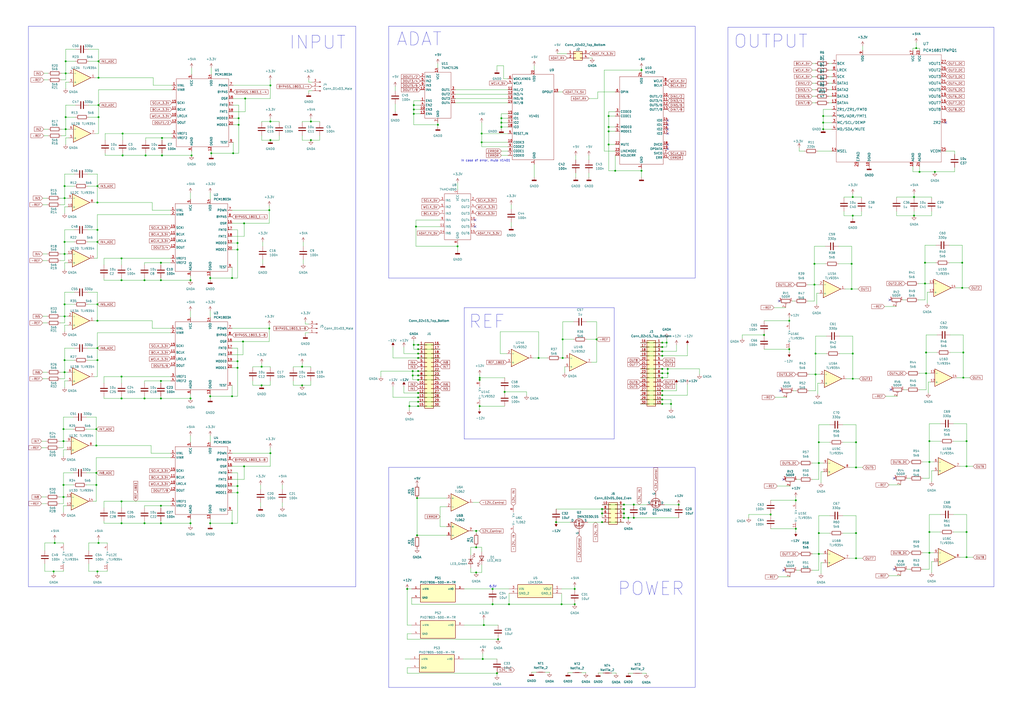
<source format=kicad_sch>
(kicad_sch (version 20231120) (generator "eeschema") (generator_version "8.0")
  (paper "A2")
  (junction (at 140.97 198.12))
  (junction (at 57.15 35.56))
  (junction (at 292.735 227.33))
  (junction (at 151.765 223.52))
  (junction (at 56.515 331.47))
  (junction (at 353.06 76.2))
  (junction (at 70.485 162.56))
  (junction (at 242.57 205.105))
  (junction (at 55.88 281.305))
  (junction (at 71.12 77.47))
  (junction (at 38.1 74.93))
  (junction (at 387.35 213.995))
  (junction (at 138.43 68.58))
  (junction (at 372.11 99.06))
  (junction (at 156.845 81.28))
  (junction (at 242.57 227.965))
  (junction (at 156.21 121.92))
  (junction (at 38.1 67.945))
  (junction (at 242.57 233.045))
  (junction (at 536.575 152.4))
  (junction (at 494.665 219.71))
  (junction (at 290.83 73.66))
  (junction (at 83.82 231.14))
  (junction (at 56.515 201.93))
  (junction (at 83.82 303.53))
  (junction (at 93.98 90.17))
  (junction (at 55.88 258.445))
  (junction (at 56.515 140.335))
  (junction (at 121.92 303.53))
  (junction (at 237.49 235.585))
  (junction (at 37.465 107.95))
  (junction (at 474.98 256.54))
  (junction (at 279.4 82.55))
  (junction (at 496.57 271.145))
  (junction (at 37.465 114.935))
  (junction (at 55.88 248.92))
  (junction (at 384.175 198.755))
  (junction (at 134.62 303.53))
  (junction (at 533.4 99.695))
  (junction (at 326.39 207.645))
  (junction (at 276.225 332.105))
  (junction (at 353.06 67.31))
  (junction (at 384.175 216.535))
  (junction (at 57.15 314.96))
  (junction (at 560.705 308.61))
  (junction (at 361.95 292.735))
  (junction (at 539.115 255.905))
  (junction (at 180.34 70.485))
  (junction (at 175.26 223.52))
  (junction (at 239.395 217.805))
  (junction (at 288.925 370.84))
  (junction (at 295.275 350.52))
  (junction (at 241.935 310.515))
  (junction (at 530.225 114.3))
  (junction (at 56.515 176.53))
  (junction (at 537.21 204.47))
  (junction (at 240.03 60.96))
  (junction (at 387.35 216.535))
  (junction (at 56.515 117.475))
  (junction (at 384.175 219.075))
  (junction (at 57.15 45.085))
  (junction (at 37.465 183.515))
  (junction (at 537.21 216.535))
  (junction (at 558.165 167.005))
  (junction (at 121.92 229.87))
  (junction (at 84.455 90.17))
  (junction (at 137.795 281.94))
  (junction (at 110.49 231.14))
  (junction (at 137.795 285.75))
  (junction (at 141.605 129.54))
  (junction (at 36.83 248.92))
  (junction (at 558.8 204.47))
  (junction (at 384.175 203.835))
  (junction (at 37.465 215.9))
  (junction (at 531.495 27.94))
  (junction (at 384.175 201.295))
  (junction (at 494.03 167.64))
  (junction (at 457.835 202.565))
  (junction (at 71.12 90.17))
  (junction (at 393.7 292.735))
  (junction (at 254 72.39))
  (junction (at 239.395 215.265))
  (junction (at 325.755 350.52))
  (junction (at 279.4 77.47))
  (junction (at 142.24 57.15))
  (junction (at 496.57 256.54))
  (junction (at 137.795 213.36))
  (junction (at 472.44 153.035))
  (junction (at 346.075 196.85))
  (junction (at 474.98 309.245))
  (junction (at 240.03 63.5))
  (junction (at 542.29 99.695))
  (junction (at 241.935 288.925))
  (junction (at 477.52 67.31))
  (junction (at 443.23 194.31))
  (junction (at 175.26 212.725))
  (junction (at 93.345 220.98))
  (junction (at 477.52 71.12))
  (junction (at 494.665 114.3))
  (junction (at 322.58 302.895))
  (junction (at 353.06 73.66))
  (junction (at 474.98 321.31))
  (junction (at 240.03 200.025))
  (junction (at 137.795 140.97))
  (junction (at 326.39 196.85))
  (junction (at 494.03 153.035))
  (junction (at 361.95 295.275))
  (junction (at 156.845 49.53))
  (junction (at 31.75 314.96))
  (junction (at 242.57 207.645))
  (junction (at 265.43 142.875))
  (junction (at 70.485 231.14))
  (junction (at 137.795 209.55))
  (junction (at 137.795 144.78))
  (junction (at 37.465 147.32))
  (junction (at 560.705 323.215))
  (junction (at 384.175 213.995))
  (junction (at 156.21 190.5))
  (junction (at 56.515 208.915))
  (junction (at 242.57 235.585))
  (junction (at 156.845 70.485))
  (junction (at 141.605 270.51))
  (junction (at 461.645 290.195))
  (junction (at 353.06 83.82))
  (junction (at 372.11 40.64))
  (junction (at 55.88 274.32))
  (junction (at 83.82 162.56))
  (junction (at 280.67 362.585))
  (junction (at 447.04 298.45))
  (junction (at 242.57 202.565))
  (junction (at 494.665 125.095))
  (junction (at 457.835 186.055))
  (junction (at 57.15 60.96))
  (junction (at 276.225 307.975))
  (junction (at 384.175 206.375))
  (junction (at 472.44 165.1))
  (junction (at 31.115 331.47))
  (junction (at 333.375 350.52))
  (junction (at 110.49 162.56))
  (junction (at 93.345 231.14))
  (junction (at 364.49 300.355))
  (junction (at 36.83 288.29))
  (junction (at 70.485 149.86))
  (junction (at 530.225 125.095))
  (junction (at 242.57 220.345))
  (junction (at 56.515 133.35))
  (junction (at 312.42 207.645))
  (junction (at 290.83 68.58))
  (junction (at 236.22 341.63))
  (junction (at 278.257 220.345))
  (junction (at 242.57 230.505))
  (junction (at 349.25 302.895))
  (junction (at 496.57 323.85))
  (junction (at 36.83 255.905))
  (junction (at 539.115 308.61))
  (junction (at 356.87 99.06))
  (junction (at 474.98 268.605))
  (junction (at 536.575 164.465))
  (junction (at 70.485 290.83))
  (junction (at 473.075 217.17))
  (junction (at 93.98 80.01))
  (junction (at 110.49 303.53))
  (junction (at 361.95 300.355))
  (junction (at 38.1 42.545))
  (junction (at 389.255 234.315))
  (junction (at 349.25 297.815))
  (junction (at 121.92 161.29))
  (junction (at 180.34 81.28))
  (junction (at 285.75 341.63))
  (junction (at 539.115 320.675))
  (junction (at 37.465 140.335))
  (junction (at 111.125 90.17))
  (junction (at 333.375 341.63))
  (junction (at 349.25 295.275))
  (junction (at 93.345 293.37))
  (junction (at 285.75 350.52))
  (junction (at 242.57 200.025))
  (junction (at 384.175 231.775))
  (junction (at 477.52 74.93))
  (junction (at 276.225 317.5))
  (junction (at 242.57 217.805))
  (junction (at 134.62 161.29))
  (junction (at 93.345 162.56))
  (junction (at 122.555 88.9))
  (junction (at 56.515 186.055))
  (junction (at 241.3 131.445))
  (junction (at 473.075 205.105))
  (junction (at 367.665 300.355))
  (junction (at 560.705 255.905))
  (junction (at 134.62 229.87))
  (junction (at 280.035 382.27))
  (junction (at 278.257 219.202))
  (junction (at 384.175 234.315))
  (junction (at 386.715 198.755))
  (junction (at 242.57 215.265))
  (junction (at 558.8 219.075))
  (junction (at 494.665 205.105))
  (junction (at 288.29 390.525))
  (junction (at 361.95 297.815))
  (junction (at 138.43 72.39))
  (junction (at 278.257 235.585))
  (junction (at 539.115 267.97))
  (junction (at 290.83 71.12))
  (junction (at 38.1 35.56))
  (junction (at 37.465 176.53))
  (junction (at 93.345 303.53))
  (junction (at 36.83 281.305))
  (junction (at 367.665 292.735))
  (junction (at 135.255 88.9))
  (junction (at 384.175 229.235))
  (junction (at 37.465 208.915))
  (junction (at 70.485 218.44))
  (junction (at 461.645 306.705))
  (junction (at 240.03 66.04))
  (junction (at 93.345 152.4))
  (junction (at 496.57 309.245))
  (junction (at 56.515 107.95))
  (junction (at 560.705 270.51))
  (junction (at 57.15 67.945))
  (junction (at 151.765 212.725))
  (junction (at 384.175 226.695))
  (junction (at 558.165 152.4))
  (junction (at 70.485 303.53))
  (junction (at 156.845 262.89))
  (no_connect (at 452.628 226.695))
  (no_connect (at 451.993 174.625))
  (no_connect (at 275.59 127.635))
  (no_connect (at 518.668 330.2))
  (no_connect (at 548.64 71.12))
  (no_connect (at 387.35 83.82))
  (no_connect (at 387.35 86.36))
  (no_connect (at 516.128 173.99))
  (no_connect (at 518.668 277.495))
  (no_connect (at 516.763 226.06))
  (no_connect (at 387.35 72.39))
  (no_connect (at 387.35 74.93))
  (no_connect (at 387.35 77.47))
  (no_connect (at 387.35 69.85))
  (no_connect (at 454.533 278.13))
  (no_connect (at 275.59 131.445))
  (no_connect (at 454.533 330.835))
  (wire (pts (xy 372.11 99.06) (xy 372.11 102.87)))
  (wire (pts (xy 50.165 248.92) (xy 55.88 248.92)))
  (wire (pts (xy 288.29 391.795) (xy 288.29 390.525)))
  (polyline (pts (xy 206.375 15.24) (xy 206.375 340.36)))
  (wire (pts (xy 539.115 320.675) (xy 541.655 320.675)))
  (wire (pts (xy 530.225 125.095) (xy 520.065 125.095)))
  (wire (pts (xy 488.95 299.085) (xy 496.57 299.085)))
  (wire (pts (xy 38.1 74.93) (xy 40.005 74.93)))
  (wire (pts (xy 179.07 52.705) (xy 180.975 52.705)))
  (wire (pts (xy 329.438 390.144) (xy 332.232 390.144)))
  (wire (pts (xy 121.92 160.02) (xy 121.92 161.29)))
  (polyline (pts (xy 356.235 178.435) (xy 356.235 254.635)))
  (wire (pts (xy 477.52 67.31) (xy 477.52 71.12)))
  (wire (pts (xy 38.1 35.56) (xy 38.1 42.545)))
  (wire (pts (xy 356.87 64.77) (xy 353.06 64.77)))
  (wire (pts (xy 290.83 73.66) (xy 290.83 74.93)))
  (wire (pts (xy 309.88 95.25) (xy 309.88 102.87)))
  (wire (pts (xy 392.43 226.695) (xy 392.43 222.885)))
  (wire (pts (xy 37.465 215.9) (xy 39.37 215.9)))
  (wire (pts (xy 38.1 42.545) (xy 40.005 42.545)))
  (wire (pts (xy 372.11 97.79) (xy 372.11 99.06)))
  (wire (pts (xy 494.665 125.095) (xy 499.745 125.095)))
  (wire (pts (xy 346.075 186.69) (xy 346.075 196.85)))
  (wire (pts (xy 241.935 310.515) (xy 259.08 310.515)))
  (wire (pts (xy 84.455 80.01) (xy 93.98 80.01)))
  (wire (pts (xy 477.52 74.93) (xy 477.52 71.12)))
  (wire (pts (xy 156.845 70.485) (xy 161.925 70.485)))
  (wire (pts (xy 530.225 114.3) (xy 540.385 114.3)))
  (wire (pts (xy 175.895 150.495) (xy 175.895 153.035)))
  (wire (pts (xy 56.515 186.055) (xy 88.265 186.055)))
  (wire (pts (xy 523.748 173.99) (xy 525.145 173.99)))
  (wire (pts (xy 333.375 342.265) (xy 333.375 341.63)))
  (wire (pts (xy 356.87 90.17) (xy 356.87 99.06)))
  (wire (pts (xy 254 71.12) (xy 254 72.39)))
  (wire (pts (xy 553.72 97.155) (xy 553.72 99.695)))
  (wire (pts (xy 255.27 305.435) (xy 259.08 305.435)))
  (wire (pts (xy 265.43 106.045) (xy 265.43 109.855)))
  (wire (pts (xy 473.075 217.17) (xy 473.075 226.695)))
  (wire (pts (xy 38.1 60.96) (xy 38.1 67.945)))
  (wire (pts (xy 24.765 147.32) (xy 27.305 147.32)))
  (wire (pts (xy 305.435 227.33) (xy 292.735 227.33)))
  (wire (pts (xy 121.92 111.76) (xy 121.92 115.57)))
  (wire (pts (xy 236.22 370.84) (xy 288.925 370.84)))
  (wire (pts (xy 35.56 74.93) (xy 38.1 74.93)))
  (polyline (pts (xy 356.235 254.635) (xy 269.24 254.635)))
  (wire (pts (xy 60.325 290.83) (xy 70.485 290.83)))
  (wire (pts (xy 480.695 44.45) (xy 482.6 44.45)))
  (wire (pts (xy 24.13 255.905) (xy 26.67 255.905)))
  (wire (pts (xy 242.57 220.345) (xy 239.395 220.345)))
  (wire (pts (xy 242.57 227.965) (xy 255.27 227.965)))
  (wire (pts (xy 288.29 38.1) (xy 292.1 38.1)))
  (wire (pts (xy 26.035 314.96) (xy 26.035 319.405)))
  (wire (pts (xy 93.345 231.14) (xy 83.82 231.14)))
  (wire (pts (xy 134.62 133.35) (xy 137.795 133.35)))
  (wire (pts (xy 294.64 77.47) (xy 279.4 77.47)))
  (wire (pts (xy 234.315 205.105) (xy 234.315 201.295)))
  (wire (pts (xy 37.465 152.4) (xy 37.465 156.21)))
  (wire (pts (xy 156.845 270.51) (xy 141.605 270.51)))
  (wire (pts (xy 220.98 215.265) (xy 220.98 218.44)))
  (wire (pts (xy 526.288 277.495) (xy 527.685 277.495)))
  (wire (pts (xy 265.43 142.875) (xy 265.43 145.415)))
  (wire (pts (xy 269.24 341.63) (xy 285.75 341.63)))
  (wire (pts (xy 152.4 140.335) (xy 152.4 142.875)))
  (wire (pts (xy 134.62 161.29) (xy 121.92 161.29)))
  (wire (pts (xy 34.925 118.745) (xy 37.465 118.745)))
  (wire (pts (xy 242.57 200.025) (xy 255.27 200.025)))
  (wire (pts (xy 487.045 205.105) (xy 494.665 205.105)))
  (wire (pts (xy 88.265 117.475) (xy 88.265 121.92)))
  (wire (pts (xy 134.62 229.87) (xy 137.795 229.87)))
  (wire (pts (xy 83.82 153.67) (xy 83.82 152.4)))
  (wire (pts (xy 34.29 288.29) (xy 36.83 288.29)))
  (wire (pts (xy 269.24 362.585) (xy 280.67 362.585)))
  (wire (pts (xy 341.63 33.655) (xy 343.535 33.655)))
  (wire (pts (xy 151.765 70.485) (xy 151.765 71.12)))
  (wire (pts (xy 553.085 245.745) (xy 560.705 245.745)))
  (wire (pts (xy 137.795 285.75) (xy 137.795 281.94)))
  (wire (pts (xy 175.26 81.28) (xy 180.34 81.28)))
  (wire (pts (xy 60.325 303.53) (xy 60.325 302.26)))
  (wire (pts (xy 55.88 241.935) (xy 55.88 248.92)))
  (wire (pts (xy 34.925 187.325) (xy 37.465 187.325)))
  (wire (pts (xy 537.21 216.535) (xy 539.75 216.535)))
  (wire (pts (xy 240.03 66.04) (xy 243.84 66.04)))
  (wire (pts (xy 57.15 52.07) (xy 57.15 60.96)))
  (wire (pts (xy 242.57 235.585) (xy 255.27 235.585)))
  (wire (pts (xy 70.485 303.53) (xy 60.325 303.53)))
  (wire (pts (xy 156.21 198.12) (xy 140.97 198.12)))
  (wire (pts (xy 35.56 78.74) (xy 38.1 78.74)))
  (wire (pts (xy 38.735 260.985) (xy 36.83 260.985)))
  (wire (pts (xy 24.765 219.71) (xy 27.305 219.71)))
  (wire (pts (xy 151.765 223.52) (xy 156.845 223.52)))
  (polyline (pts (xy 403.225 15.24) (xy 403.225 161.29)))
  (wire (pts (xy 537.845 169.545) (xy 537.845 175.895)))
  (wire (pts (xy 356.87 76.2) (xy 353.06 76.2)))
  (wire (pts (xy 57.15 67.945) (xy 57.15 77.47)))
  (wire (pts (xy 240.03 72.39) (xy 254 72.39)))
  (wire (pts (xy 236.22 362.585) (xy 238.76 362.585)))
  (wire (pts (xy 241.3 142.875) (xy 265.43 142.875)))
  (wire (pts (xy 84.455 81.28) (xy 84.455 80.01)))
  (wire (pts (xy 476.25 273.685) (xy 476.25 280.035)))
  (wire (pts (xy 477.52 63.5) (xy 477.52 67.31)))
  (wire (pts (xy 489.585 114.3) (xy 494.665 114.3)))
  (wire (pts (xy 340.995 302.895) (xy 349.25 302.895)))
  (wire (pts (xy 553.085 308.61) (xy 560.705 308.61)))
  (wire (pts (xy 337.312 390.144) (xy 339.852 390.144)))
  (wire (pts (xy 354.838 390.398) (xy 357.378 390.398)))
  (wire (pts (xy 481.33 299.085) (xy 474.98 299.085)))
  (wire (pts (xy 473.075 217.17) (xy 475.615 217.17)))
  (wire (pts (xy 288.29 40.64) (xy 288.29 38.1)))
  (wire (pts (xy 37.465 100.965) (xy 37.465 107.95)))
  (wire (pts (xy 520.065 125.095) (xy 520.065 122.555)))
  (wire (pts (xy 482.6 63.5) (xy 477.52 63.5)))
  (wire (pts (xy 288.29 390.525) (xy 236.22 390.525)))
  (wire (pts (xy 389.255 231.775) (xy 384.175 231.775)))
  (wire (pts (xy 50.8 107.95) (xy 56.515 107.95)))
  (wire (pts (xy 398.78 222.885) (xy 398.78 229.235)))
  (wire (pts (xy 146.685 212.725) (xy 151.765 212.725)))
  (wire (pts (xy 26.035 327.025) (xy 26.035 331.47)))
  (wire (pts (xy 26.035 331.47) (xy 31.115 331.47)))
  (wire (pts (xy 273.05 332.105) (xy 273.05 329.565)))
  (wire (pts (xy 292.735 226.695) (xy 292.735 227.33)))
  (wire (pts (xy 386.715 198.755) (xy 384.175 198.755)))
  (wire (pts (xy 530.225 112.395) (xy 530.225 114.3)))
  (wire (pts (xy 83.82 161.29) (xy 83.82 162.56)))
  (wire (pts (xy 530.225 122.555) (xy 530.225 125.095)))
  (wire (pts (xy 543.56 194.31) (xy 537.21 194.31)))
  (wire (pts (xy 356.87 67.31) (xy 353.06 67.31)))
  (wire (pts (xy 83.82 303.53) (xy 70.485 303.53)))
  (wire (pts (xy 346.075 196.85) (xy 346.075 210.185)))
  (wire (pts (xy 326.39 196.85) (xy 332.74 196.85)))
  (wire (pts (xy 367.665 300.355) (xy 393.7 300.355)))
  (wire (pts (xy 386.715 198.755) (xy 386.715 196.215)))
  (wire (pts (xy 137.795 213.36) (xy 137.795 209.55)))
  (wire (pts (xy 57.15 313.055) (xy 57.15 314.96)))
  (wire (pts (xy 242.57 220.345) (xy 255.27 220.345)))
  (wire (pts (xy 384.175 219.075) (xy 371.475 219.075)))
  (wire (pts (xy 494.665 194.945) (xy 494.665 205.105)))
  (wire (pts (xy 530.225 125.095) (xy 540.385 125.095)))
  (wire (pts (xy 238.76 350.52) (xy 238.76 346.71)))
  (wire (pts (xy 542.925 152.4) (xy 536.575 152.4)))
  (wire (pts (xy 334.01 90.17) (xy 334.01 92.71)))
  (wire (pts (xy 60.325 162.56) (xy 60.325 161.29)))
  (wire (pts (xy 461.645 290.195) (xy 461.645 291.465)))
  (wire (pts (xy 242.57 202.565) (xy 240.03 202.565)))
  (wire (pts (xy 486.41 153.035) (xy 494.03 153.035)))
  (wire (pts (xy 141.605 270.51) (xy 141.605 278.13)))
  (wire (pts (xy 93.345 161.29) (xy 93.345 162.56)))
  (wire (pts (xy 36.83 241.935) (xy 36.83 248.92)))
  (wire (pts (xy 294.64 66.04) (xy 290.83 66.04)))
  (wire (pts (xy 474.98 299.085) (xy 474.98 309.245)))
  (wire (pts (xy 398.78 200.025) (xy 398.78 206.375)))
  (wire (pts (xy 43.18 133.35) (xy 37.465 133.35)))
  (wire (pts (xy 50.8 140.335) (xy 56.515 140.335)))
  (wire (pts (xy 134.62 281.94) (xy 137.795 281.94)))
  (wire (pts (xy 481.33 246.38) (xy 474.98 246.38)))
  (wire (pts (xy 537.21 194.31) (xy 537.21 204.47)))
  (wire (pts (xy 87.63 262.89) (xy 99.06 262.89)))
  (wire (pts (xy 35.56 42.545) (xy 38.1 42.545)))
  (wire (pts (xy 492.76 323.85) (xy 496.57 323.85)))
  (wire (pts (xy 87.63 258.445) (xy 87.63 262.89)))
  (wire (pts (xy 474.98 268.605) (xy 477.52 268.605)))
  (wire (pts (xy 60.325 222.25) (xy 60.325 218.44)))
  (wire (pts (xy 236.22 367.665) (xy 238.76 367.665)))
  (wire (pts (xy 481.33 256.54) (xy 474.98 256.54)))
  (wire (pts (xy 341.63 100.33) (xy 341.63 102.87)))
  (wire (pts (xy 62.23 331.47) (xy 56.515 331.47)))
  (wire (pts (xy 43.815 67.945) (xy 38.1 67.945)))
  (wire (pts (xy 151.765 78.74) (xy 151.765 81.28)))
  (wire (pts (xy 70.485 162.56) (xy 60.325 162.56)))
  (wire (pts (xy 43.18 201.93) (xy 37.465 201.93)))
  (wire (pts (xy 553.72 87.63) (xy 548.64 87.63)))
  (wire (pts (xy 70.485 218.44) (xy 99.06 218.44)))
  (wire (pts (xy 83.82 222.25) (xy 83.82 220.98)))
  (wire (pts (xy 290.83 66.04) (xy 290.83 68.58)))
  (wire (pts (xy 357.378 390.398) (xy 357.378 390.652)))
  (wire (pts (xy 93.98 88.9) (xy 93.98 90.17)))
  (wire (pts (xy 57.15 45.085) (xy 55.245 45.085)))
  (wire (pts (xy 239.395 217.805) (xy 242.57 217.805)))
  (wire (pts (xy 494.03 167.64) (xy 497.84 167.64)))
  (wire (pts (xy 389.255 231.775) (xy 389.255 234.315)))
  (wire (pts (xy 138.43 60.96) (xy 138.43 68.58)))
  (wire (pts (xy 220.98 215.265) (xy 239.395 215.265)))
  (wire (pts (xy 37.465 147.32) (xy 39.37 147.32)))
  (wire (pts (xy 93.345 293.37) (xy 93.345 294.64)))
  (wire (pts (xy 254 36.83) (xy 254 39.37)))
  (wire (pts (xy 237.49 235.585) (xy 237.49 238.125)))
  (wire (pts (xy 259.08 288.925) (xy 241.935 288.925)))
  (wire (pts (xy 141.605 129.54) (xy 134.62 129.54)))
  (wire (pts (xy 34.925 151.13) (xy 37.465 151.13)))
  (wire (pts (xy 71.12 77.47) (xy 71.12 81.28)))
  (wire (pts (xy 234.315 227.965) (xy 234.315 224.155)))
  (wire (pts (xy 55.88 290.83) (xy 53.975 290.83)))
  (wire (pts (xy 70.485 229.87) (xy 70.485 231.14)))
  (wire (pts (xy 290.83 68.58) (xy 294.64 68.58)))
  (wire (pts (xy 185.42 70.485) (xy 185.42 71.12)))
  (wire (pts (xy 387.35 216.535) (xy 387.35 219.075)))
  (wire (pts (xy 353.06 64.77) (xy 353.06 67.31)))
  (wire (pts (xy 276.225 307.975) (xy 274.32 307.975)))
  (wire (pts (xy 276.225 332.105) (xy 279.4 332.105)))
  (wire (pts (xy 553.085 255.905) (xy 560.705 255.905)))
  (wire (pts (xy 36.83 292.1) (xy 36.83 288.29)))
  (wire (pts (xy 50.165 281.305) (xy 55.88 281.305)))
  (wire (pts (xy 40.005 80.01) (xy 38.1 80.01)))
  (wire (pts (xy 56.515 149.86) (xy 54.61 149.86)))
  (wire (pts (xy 56.515 140.335) (xy 56.515 149.86)))
  (wire (pts (xy 529.59 27.94) (xy 531.495 27.94)))
  (wire (pts (xy 492.76 271.145) (xy 496.57 271.145)))
  (wire (pts (xy 434.34 300.355) (xy 434.34 298.45)))
  (wire (pts (xy 474.98 256.54) (xy 474.98 268.605)))
  (wire (pts (xy 349.25 295.275) (xy 361.95 295.275)))
  (wire (pts (xy 350.52 40.64) (xy 350.52 87.63)))
  (wire (pts (xy 488.95 256.54) (xy 496.57 256.54)))
  (wire (pts (xy 141.605 270.51) (xy 134.62 270.51)))
  (wire (pts (xy 474.98 170.18) (xy 473.71 170.18)))
  (wire (pts (xy 51.435 327.025) (xy 51.435 331.47)))
  (wire (pts (xy 137.795 229.87) (xy 137.795 213.36)))
  (polyline (pts (xy 269.24 178.435) (xy 269.24 254.635)))
  (wire (pts (xy 122.555 87.63) (xy 122.555 88.9)))
  (wire (pts (xy 349.25 302.895) (xy 361.95 302.895)))
  (wire (pts (xy 540.385 325.755) (xy 540.385 332.105)))
  (wire (pts (xy 480.695 48.26) (xy 482.6 48.26)))
  (wire (pts (xy 137.795 144.78) (xy 137.795 140.97)))
  (wire (pts (xy 70.485 161.29) (xy 70.485 162.56)))
  (wire (pts (xy 538.48 221.615) (xy 538.48 227.965)))
  (wire (pts (xy 305.435 229.235) (xy 305.435 227.33)))
  (wire (pts (xy 60.325 153.67) (xy 60.325 149.86)))
  (wire (pts (xy 51.435 28.575) (xy 57.15 28.575)))
  (wire (pts (xy 545.465 308.61) (xy 539.115 308.61)))
  (wire (pts (xy 56.515 218.44) (xy 54.61 218.44)))
  (wire (pts (xy 279.4 327.66) (xy 279.4 332.105)))
  (wire (pts (xy 121.92 228.6) (xy 121.92 229.87)))
  (wire (pts (xy 70.485 231.14) (xy 60.325 231.14)))
  (wire (pts (xy 341.63 90.17) (xy 341.63 92.71)))
  (wire (pts (xy 356.87 99.06) (xy 372.11 99.06)))
  (wire (pts (xy 489.585 114.3) (xy 489.585 114.935)))
  (wire (pts (xy 70.485 149.86) (xy 70.485 153.67)))
  (wire (pts (xy 38.1 80.01) (xy 38.1 83.82)))
  (wire (pts (xy 295.275 350.52) (xy 325.755 350.52)))
  (wire (pts (xy 374.904 390.525) (xy 374.904 390.779)))
  (wire (pts (xy 134.62 285.75) (xy 137.795 285.75)))
  (wire (pts (xy 146.685 223.52) (xy 151.765 223.52)))
  (wire (pts (xy 540.385 273.05) (xy 540.385 279.4)))
  (wire (pts (xy 56.515 133.35) (xy 56.515 140.335)))
  (wire (pts (xy 461.645 290.195) (xy 447.04 290.195)))
  (wire (pts (xy 308.356 389.89) (xy 311.15 389.89)))
  (wire (pts (xy 496.57 256.54) (xy 496.57 271.145)))
  (wire (pts (xy 535.305 277.495) (xy 539.115 277.495)))
  (wire (pts (xy 60.96 77.47) (xy 71.12 77.47)))
  (wire (pts (xy 292.1 45.72) (xy 294.64 45.72)))
  (wire (pts (xy 170.18 223.52) (xy 175.26 223.52)))
  (wire (pts (xy 536.575 142.24) (xy 536.575 152.4)))
  (wire (pts (xy 350.52 40.64) (xy 372.11 40.64)))
  (wire (pts (xy 38.1 46.355) (xy 38.1 42.545)))
  (wire (pts (xy 278.13 307.975) (xy 276.225 307.975)))
  (wire (pts (xy 496.57 246.38) (xy 496.57 256.54)))
  (wire (pts (xy 537.21 216.535) (xy 537.21 226.06)))
  (wire (pts (xy 56.515 117.475) (xy 54.61 117.475)))
  (wire (pts (xy 543.56 204.47) (xy 537.21 204.47)))
  (wire (pts (xy 175.26 70.485) (xy 175.26 71.12)))
  (wire (pts (xy 56.515 124.46) (xy 56.515 133.35)))
  (wire (pts (xy 122.555 88.9) (xy 122.555 90.17)))
  (wire (pts (xy 540.385 122.555) (xy 540.385 125.095)))
  (wire (pts (xy 142.24 57.15) (xy 135.255 57.15)))
  (wire (pts (xy 290.83 90.17) (xy 294.64 90.17)))
  (wire (pts (xy 146.685 212.725) (xy 146.685 213.36)))
  (wire (pts (xy 489.585 125.095) (xy 494.665 125.095)))
  (wire (pts (xy 55.88 265.43) (xy 99.06 265.43)))
  (wire (pts (xy 276.225 317.5) (xy 276.225 316.865)))
  (wire (pts (xy 236.22 390.525) (xy 236.22 387.35)))
  (wire (pts (xy 83.82 229.87) (xy 83.82 231.14)))
  (wire (pts (xy 242.57 202.565) (xy 255.27 202.565)))
  (wire (pts (xy 384.175 231.775) (xy 371.475 231.775)))
  (wire (pts (xy 278.257 235.585) (xy 292.735 235.585)))
  (wire (pts (xy 278.13 235.585) (xy 278.13 237.49)))
  (wire (pts (xy 288.29 382.27) (xy 280.035 382.27)))
  (wire (pts (xy 326.39 186.69) (xy 326.39 196.85)))
  (wire (pts (xy 326.39 207.645) (xy 327.787 207.645)))
  (wire (pts (xy 325.755 341.63) (xy 333.375 341.63)))
  (wire (pts (xy 474.98 321.31) (xy 477.52 321.31)))
  (wire (pts (xy 56.515 208.915) (xy 56.515 218.44)))
  (wire (pts (xy 292.735 219.202) (xy 292.735 219.075)))
  (wire (pts (xy 278.13 235.585) (xy 278.257 235.585)))
  (wire (pts (xy 536.575 164.465) (xy 536.575 173.99)))
  (wire (pts (xy 37.465 120.015) (xy 37.465 123.825)))
  (wire (pts (xy 309.88 38.1) (xy 309.88 40.64)))
  (wire (pts (xy 50.165 241.935) (xy 55.88 241.935)))
  (wire (pts (xy 278.257 217.297) (xy 278.257 219.202)))
  (wire (pts (xy 122.555 39.37) (xy 122.555 43.18)))
  (wire (pts (xy 56.515 117.475) (xy 88.265 117.475)))
  (wire (pts (xy 24.13 288.29) (xy 26.67 288.29)))
  (wire (pts (xy 494.665 114.3) (xy 499.745 114.3)))
  (wire (pts (xy 37.465 169.545) (xy 37.465 176.53)))
  (wire (pts (xy 479.425 194.945) (xy 473.075 194.945)))
  (wire (pts (xy 550.545 152.4) (xy 558.165 152.4)))
  (wire (pts (xy 60.325 294.64) (xy 60.325 290.83)))
  (wire (pts (xy 392.43 203.835) (xy 384.175 203.835)))
  (wire (pts (xy 240.03 200.025) (xy 242.57 200.025)))
  (wire (pts (xy 55.88 258.445) (xy 53.975 258.445)))
  (wire (pts (xy 56.515 100.965) (xy 56.515 107.95)))
  (wire (pts (xy 471.17 55.88) (xy 473.075 55.88)))
  (wire (pts (xy 24.765 215.9) (xy 27.305 215.9)))
  (wire (pts (xy 294.005 205.105) (xy 290.195 205.105)))
  (wire (pts (xy 140.97 198.12) (xy 140.97 205.74)))
  (wire (pts (xy 274.32 291.465) (xy 278.13 291.465)))
  (wire (pts (xy 134.62 161.29) (xy 137.795 161.29)))
  (wire (pts (xy 24.765 151.13) (xy 27.305 151.13)))
  (wire (pts (xy 175.26 212.725) (xy 180.34 212.725)))
  (wire (pts (xy 539.75 221.615) (xy 538.48 221.615)))
  (wire (pts (xy 42.545 241.935) (xy 36.83 241.935)))
  (wire (pts (xy 384.175 201.295) (xy 371.475 201.295)))
  (wire (pts (xy 288.29 390.525) (xy 288.29 389.89)))
  (wire (pts (xy 332.74 186.69) (xy 326.39 186.69)))
  (wire (pts (xy 240.03 58.42) (xy 240.03 60.96)))
  (wire (pts (xy 37.465 114.935) (xy 39.37 114.935)))
  (wire (pts (xy 553.72 87.63) (xy 553.72 89.535)))
  (wire (pts (xy 42.545 274.32) (xy 36.83 274.32)))
  (wire (pts (xy 156.845 220.98) (xy 156.845 223.52)))
  (wire (pts (xy 353.06 83.82) (xy 353.06 99.06)))
  (wire (pts (xy 36.83 260.985) (xy 36.83 264.795)))
  (wire (pts (xy 325.755 350.52) (xy 333.375 350.52)))
  (wire (pts (xy 471.17 321.31) (xy 474.98 321.31)))
  (wire (pts (xy 24.13 259.715) (xy 26.67 259.715)))
  (wire (pts (xy 24.13 292.1) (xy 26.67 292.1)))
  (wire (pts (xy 51.435 67.945) (xy 57.15 67.945)))
  (wire (pts (xy 462.153 278.13) (xy 463.55 278.13)))
  (wire (pts (xy 156.21 190.5) (xy 156.21 198.12)))
  (wire (pts (xy 471.17 36.83) (xy 473.075 36.83)))
  (wire (pts (xy 434.34 298.45) (xy 447.04 298.45)))
  (wire (pts (xy 385.445 292.735) (xy 393.7 292.735)))
  (wire (pts (xy 93.98 80.01) (xy 93.98 81.28)))
  (wire (pts (xy 515.62 281.305) (xy 522.478 281.305)))
  (wire (pts (xy 322.58 302.895) (xy 330.835 302.895)))
  (wire (pts (xy 290.83 71.12) (xy 290.83 73.66)))
  (wire (pts (xy 392.43 226.695) (xy 384.175 226.695)))
  (wire (pts (xy 135.255 68.58) (xy 138.43 68.58)))
  (wire (pts (xy 227.965 207.645) (xy 242.57 207.645)))
  (wire (pts (xy 43.18 176.53) (xy 37.465 176.53)))
  (wire (pts (xy 134.62 137.16) (xy 141.605 137.16)))
  (wire (pts (xy 43.815 60.96) (xy 38.1 60.96)))
  (wire (pts (xy 255.27 294.005) (xy 255.27 305.435)))
  (wire (pts (xy 83.82 231.14) (xy 70.485 231.14)))
  (wire (pts (xy 156.845 81.28) (xy 161.925 81.28)))
  (wire (pts (xy 227.965 224.155) (xy 227.965 230.505)))
  (wire (pts (xy 34.925 215.9) (xy 37.465 215.9)))
  (wire (pts (xy 343.027 210.185) (xy 346.075 210.185)))
  (wire (pts (xy 473.075 194.945) (xy 473.075 205.105)))
  (wire (pts (xy 134.62 303.53) (xy 137.795 303.53)))
  (wire (pts (xy 462.153 330.835) (xy 463.55 330.835)))
  (wire (pts (xy 56.515 107.95) (xy 56.515 117.475)))
  (wire (pts (xy 367.665 292.735) (xy 375.285 292.735)))
  (wire (pts (xy 163.83 281.305) (xy 163.83 283.845)))
  (wire (pts (xy 242.57 217.805) (xy 255.27 217.805)))
  (polyline (pts (xy 422.275 15.875) (xy 422.275 340.36)))
  (wire (pts (xy 288.925 370.84) (xy 288.925 370.205)))
  (wire (pts (xy 471.17 278.13) (xy 474.98 278.13)))
  (wire (pts (xy 515.62 334.01) (xy 522.478 334.01)))
  (wire (pts (xy 554.99 219.075) (xy 558.8 219.075)))
  (wire (pts (xy 31.75 314.96) (xy 26.035 314.96)))
  (wire (pts (xy 240.03 200.025) (xy 240.03 197.485)))
  (wire (pts (xy 339.852 390.144) (xy 339.852 390.398)))
  (wire (pts (xy 175.26 78.74) (xy 175.26 81.28)))
  (wire (pts (xy 137.795 303.53) (xy 137.795 285.75)))
  (wire (pts (xy 134.62 223.52) (xy 134.62 229.87)))
  (wire (pts (xy 70.485 302.26) (xy 70.485 303.53)))
  (wire (pts (xy 553.72 99.695) (xy 542.29 99.695)))
  (wire (pts (xy 560.705 270.51) (xy 564.515 270.51)))
  (wire (pts (xy 121.92 161.29) (xy 121.92 162.56)))
  (wire (pts (xy 254 72.39) (xy 254 73.66)))
  (wire (pts (xy 156.21 121.92) (xy 156.21 129.54)))
  (wire (pts (xy 294.64 87.63) (xy 290.83 87.63)))
  (wire (pts (xy 99.06 124.46) (xy 56.515 124.46)))
  (wire (pts (xy 372.364 390.525) (xy 374.904 390.525)))
  (wire (pts (xy 288.925 362.585) (xy 280.67 362.585)))
  (wire (pts (xy 156.845 49.53) (xy 156.845 57.15)))
  (wire (pts (xy 242.57 230.505) (xy 255.27 230.505)))
  (wire (pts (xy 539.115 298.45) (xy 539.115 308.61)))
  (wire (pts (xy 533.4 29.21) (xy 533.4 27.94)))
  (wire (pts (xy 25.4 46.355) (xy 27.94 46.355)))
  (wire (pts (xy 175.26 223.52) (xy 180.34 223.52)))
  (wire (pts (xy 558.165 167.005) (xy 561.975 167.005)))
  (wire (pts (xy 88.265 186.055) (xy 88.265 190.5)))
  (wire (pts (xy 340.36 186.69) (xy 346.075 186.69)))
  (wire (pts (xy 405.765 213.995) (xy 387.35 213.995)))
  (wire (pts (xy 346.71 53.34) (xy 356.87 53.34)))
  (wire (pts (xy 471.17 330.835) (xy 474.98 330.835)))
  (wire (pts (xy 177.165 194.31) (xy 177.165 193.04)))
  (wire (pts (xy 273.05 332.105) (xy 276.225 332.105)))
  (wire (pts (xy 349.25 295.275) (xy 349.25 297.815)))
  (wire (pts (xy 238.76 350.52) (xy 285.75 350.52)))
  (wire (pts (xy 239.395 215.265) (xy 242.57 215.265)))
  (wire (pts (xy 134.62 262.89) (xy 156.845 262.89)))
  (wire (pts (xy 535.305 330.2) (xy 539.115 330.2)))
  (wire (pts (xy 156.845 46.355) (xy 156.845 49.53)))
  (wire (pts (xy 386.715 201.295) (xy 384.175 201.295)))
  (wire (pts (xy 532.765 164.465) (xy 536.575 164.465)))
  (wire (pts (xy 364.49 300.355) (xy 367.665 300.355)))
  (wire (pts (xy 237.49 233.045) (xy 237.49 235.585)))
  (wire (pts (xy 55.88 258.445) (xy 87.63 258.445)))
  (wire (pts (xy 494.665 219.71) (xy 498.475 219.71)))
  (wire (pts (xy 273.05 317.5) (xy 276.225 317.5)))
  (wire (pts (xy 51.435 35.56) (xy 57.15 35.56)))
  (wire (pts (xy 356.87 73.66) (xy 353.06 73.66)))
  (wire (pts (xy 135.255 88.9) (xy 122.555 88.9)))
  (wire (pts (xy 35.56 46.355) (xy 38.1 46.355)))
  (wire (pts (xy 236.22 341.63) (xy 238.76 341.63)))
  (wire (pts (xy 457.835 202.565) (xy 457.835 204.47)))
  (wire (pts (xy 37.465 140.335) (xy 37.465 147.32)))
  (wire (pts (xy 526.288 330.2) (xy 527.685 330.2)))
  (polyline (pts (xy 422.275 340.36) (xy 576.58 340.36)))
  (wire (pts (xy 384.175 226.695) (xy 371.475 226.695)))
  (wire (pts (xy 323.215 31.115) (xy 328.93 31.115)))
  (wire (pts (xy 387.35 219.075) (xy 384.175 219.075)))
  (wire (pts (xy 294.64 82.55) (xy 279.4 82.55)))
  (wire (pts (xy 134.62 229.87) (xy 121.92 229.87)))
  (wire (pts (xy 240.03 63.5) (xy 243.84 63.5)))
  (wire (pts (xy 36.83 248.92) (xy 36.83 255.905)))
  (polyline (pts (xy 403.225 15.24) (xy 225.425 15.24)))
  (wire (pts (xy 37.465 220.98) (xy 37.465 224.79)))
  (wire (pts (xy 451.485 334.645) (xy 458.343 334.645)))
  (wire (pts (xy 43.18 169.545) (xy 37.465 169.545)))
  (wire (pts (xy 134.62 278.13) (xy 141.605 278.13)))
  (wire (pts (xy 227.965 201.295) (xy 227.965 207.645)))
  (wire (pts (xy 477.52 326.39) (xy 476.25 326.39)))
  (wire (pts (xy 110.49 162.56) (xy 93.345 162.56)))
  (wire (pts (xy 539.115 169.545) (xy 537.845 169.545)))
  (wire (pts (xy 36.83 288.29) (xy 38.735 288.29)))
  (wire (pts (xy 83.82 302.26) (xy 83.82 303.53)))
  (wire (pts (xy 180.34 212.725) (xy 180.34 213.36)))
  (wire (pts (xy 71.12 88.9) (xy 71.12 90.17)))
  (wire (pts (xy 39.37 152.4) (xy 37.465 152.4)))
  (wire (pts (xy 499.745 122.555) (xy 499.745 125.095)))
  (wire (pts (xy 500.38 26.67) (xy 500.38 29.21)))
  (wire (pts (xy 476.25 326.39) (xy 476.25 332.74)))
  (wire (pts (xy 468.63 174.625) (xy 472.44 174.625)))
  (wire (pts (xy 36.83 274.32) (xy 36.83 281.305)))
  (wire (pts (xy 471.17 268.605) (xy 474.98 268.605)))
  (wire (pts (xy 110.49 304.8) (xy 110.49 303.53)))
  (wire (pts (xy 37.465 208.915) (xy 37.465 215.9)))
  (wire (pts (xy 38.1 47.625) (xy 38.1 51.435)))
  (wire (pts (xy 156.845 57.15) (xy 142.24 57.15)))
  (wire (pts (xy 474.98 246.38) (xy 474.98 256.54)))
  (wire (pts (xy 473.71 170.18) (xy 473.71 176.53)))
  (wire (pts (xy 541.655 325.755) (xy 540.385 325.755)))
  (wire (pts (xy 43.18 208.915) (xy 37.465 208.915)))
  (wire (pts (xy 361.95 297.815) (xy 361.95 300.355)))
  (wire (pts (xy 290.83 73.66) (xy 294.64 73.66)))
  (wire (pts (xy 325.755 344.17) (xy 325.755 350.52)))
  (wire (pts (xy 471.17 48.26) (xy 473.075 48.26)))
  (wire (pts (xy 57.15 60.96) (xy 57.15 67.945)))
  (wire (pts (xy 36.83 259.715) (xy 36.83 255.905)))
  (wire (pts (xy 539.115 245.745) (xy 539.115 255.905)))
  (wire (pts (xy 234.95 382.27) (xy 238.125 382.27)))
  (wire (pts (xy 40.005 47.625) (xy 38.1 47.625)))
  (wire (pts (xy 39.37 220.98) (xy 37.465 220.98)))
  (wire (pts (xy 43.18 100.965) (xy 37.465 100.965)))
  (wire (pts (xy 134.62 121.92) (xy 156.21 121.92)))
  (wire (pts (xy 539.115 267.97) (xy 539.115 277.495)))
  (wire (pts (xy 285.75 341.63) (xy 295.275 341.63)))
  (wire (pts (xy 83.82 220.98) (xy 93.345 220.98)))
  (wire (pts (xy 472.44 165.1) (xy 472.44 174.625)))
  (wire (pts (xy 524.383 226.06) (xy 525.78 226.06)))
  (wire (pts (xy 43.18 140.335) (xy 37.465 140.335)))
  (wire (pts (xy 334.01 100.33) (xy 334.01 102.87)))
  (polyline (pts (xy 574.04 15.875) (xy 576.58 15.875)))
  (wire (pts (xy 333.375 340.36) (xy 333.375 341.63)))
  (wire (pts (xy 353.06 99.06) (xy 356.87 99.06)))
  (wire (pts (xy 551.18 204.47) (xy 558.8 204.47)))
  (wire (pts (xy 447.04 297.815) (xy 447.04 298.45)))
  (wire (pts (xy 356.87 83.82) (xy 353.06 83.82)))
  (wire (pts (xy 242.57 227.965) (xy 234.315 227.965)))
  (wire (pts (xy 151.13 281.305) (xy 151.13 283.845)))
  (wire (pts (xy 93.98 80.01) (xy 99.695 80.01)))
  (wire (pts (xy 31.75 314.96) (xy 36.83 314.96)))
  (wire (pts (xy 327.533 212.725) (xy 327.533 216.281)))
  (wire (pts (xy 50.8 201.93) (xy 56.515 201.93)))
  (wire (pts (xy 364.49 300.355) (xy 361.95 300.355)))
  (wire (pts (xy 387.35 213.995) (xy 387.35 216.535)))
  (wire (pts (xy 323.85 53.34) (xy 326.39 53.34)))
  (wire (pts (xy 529.59 29.21) (xy 529.59 27.94)))
  (wire (pts (xy 43.18 107.95) (xy 37.465 107.95)))
  (wire (pts (xy 326.39 207.645) (xy 326.39 196.85)))
  (wire (pts (xy 83.82 294.64) (xy 83.82 293.37)))
  (wire (pts (xy 37.465 133.35) (xy 37.465 140.335)))
  (wire (pts (xy 121.92 229.87) (xy 121.92 231.14)))
  (wire (pts (xy 285.75 349.25) (xy 285.75 350.52)))
  (wire (pts (xy 292.1 38.1) (xy 292.1 45.72)))
  (wire (pts (xy 137.795 133.35) (xy 137.795 140.97)))
  (wire (pts (xy 520.065 114.3) (xy 530.225 114.3)))
  (wire (pts (xy 295.275 344.17) (xy 295.275 350.52)))
  (wire (pts (xy 273.05 321.945) (xy 273.05 317.5)))
  (wire (pts (xy 110.49 303.53) (xy 93.345 303.53)))
  (wire (pts (xy 135.255 49.53) (xy 156.845 49.53)))
  (wire (pts (xy 494.665 112.395) (xy 494.665 114.3)))
  (wire (pts (xy 240.03 60.96) (xy 240.03 63.5)))
  (wire (pts (xy 545.465 298.45) (xy 539.115 298.45)))
  (wire (pts (xy 179.07 47.625) (xy 180.975 47.625)))
  (wire (pts (xy 241.3 131.445) (xy 255.27 131.445)))
  (wire (pts (xy 496.57 323.85) (xy 500.38 323.85)))
  (wire (pts (xy 268.605 382.27) (xy 280.035 382.27)))
  (wire (pts (xy 56.515 193.04) (xy 56.515 201.93)))
  (wire (pts (xy 468.63 165.1) (xy 472.44 165.1)))
  (wire (pts (xy 487.045 194.945) (xy 494.665 194.945)))
  (polyline (pts (xy 269.24 178.435) (xy 356.235 178.435)))
  (wire (pts (xy 134.62 144.78) (xy 137.795 144.78)))
  (wire (pts (xy 537.21 204.47) (xy 537.21 216.535)))
  (wire (pts (xy 558.8 204.47) (xy 558.8 219.075)))
  (wire (pts (xy 280.035 379.095) (xy 280.035 382.27)))
  (wire (pts (xy 322.58 295.275) (xy 349.25 295.275)))
  (wire (pts (xy 457.835 186.055) (xy 457.835 187.325)))
  (wire (pts (xy 472.44 153.035) (xy 472.44 165.1)))
  (wire (pts (xy 175.26 70.485) (xy 180.34 70.485)))
  (wire (pts (xy 242.57 233.045) (xy 255.27 233.045)))
  (wire (pts (xy 542.29 99.695) (xy 533.4 99.695)))
  (wire (pts (xy 278.257 220.345) (xy 278.257 220.472)))
  (wire (pts (xy 179.07 46.355) (xy 179.07 47.625)))
  (wire (pts (xy 486.41 142.875) (xy 494.03 142.875)))
  (wire (pts (xy 290.83 71.12) (xy 294.64 71.12)))
  (wire (pts (xy 55.88 265.43) (xy 55.88 274.32)))
  (wire (pts (xy 50.8 133.35) (xy 56.515 133.35)))
  (wire (pts (xy 471.17 59.69) (xy 473.075 59.69)))
  (wire (pts (xy 361.95 292.735) (xy 367.665 292.735)))
  (wire (pts (xy 532.765 173.99) (xy 536.575 173.99)))
  (polyline (pts (xy 576.58 340.36) (xy 576.58 15.875)))
  (wire (pts (xy 459.613 174.625) (xy 461.01 174.625)))
  (wire (pts (xy 457.835 186.055) (xy 443.23 186.055)))
  (wire (pts (xy 558.8 194.31) (xy 558.8 204.47)))
  (wire (pts (xy 241.3 127.635) (xy 241.3 131.445)))
  (wire (pts (xy 560.705 255.905) (xy 560.705 270.51)))
  (wire (pts (xy 553.085 298.45) (xy 560.705 298.45)))
  (wire (pts (xy 239.395 215.265) (xy 239.395 217.805)))
  (wire (pts (xy 480.695 52.07) (xy 482.6 52.07)))
  (wire (pts (xy 264.16 59.69) (xy 294.64 59.69)))
  (wire (pts (xy 276.225 307.975) (xy 276.225 309.245)))
  (wire (pts (xy 530.225 114.3) (xy 530.225 114.935)))
  (wire (pts (xy 151.765 81.28) (xy 156.845 81.28)))
  (wire (pts (xy 384.175 213.995) (xy 371.475 213.995)))
  (wire (pts (xy 71.12 77.47) (xy 99.695 77.47)))
  (wire (pts (xy 236.22 341.63) (xy 236.22 362.585)))
  (wire (pts (xy 276.225 317.5) (xy 279.4 317.5)))
  (wire (pts (xy 36.83 315.595) (xy 36.83 314.96)))
  (wire (pts (xy 449.58 230.505) (xy 456.438 230.505)))
  (wire (pts (xy 60.96 90.17) (xy 60.96 88.9)))
  (wire (pts (xy 460.248 226.695) (xy 461.645 226.695)))
  (polyline (pts (xy 16.51 15.24) (xy 206.375 15.24)))
  (wire (pts (xy 539.115 320.675) (xy 539.115 330.2)))
  (wire (pts (xy 241.935 288.925) (xy 241.935 310.515)))
  (wire (pts (xy 56.515 176.53) (xy 56.515 186.055)))
  (wire (pts (xy 461.645 306.705) (xy 461.645 308.61)))
  (wire (pts (xy 177.165 186.69) (xy 177.165 187.96)))
  (wire (pts (xy 341.63 57.15) (xy 346.71 57.15)))
  (wire (pts (xy 177.165 193.04) (xy 179.07 193.04)))
  (wire (pts (xy 36.83 281.305) (xy 36.83 288.29)))
  (wire (pts (xy 170.18 212.725) (xy 170.18 213.36)))
  (wire (pts (xy 541.655 273.05) (xy 540.385 273.05)))
  (wire (pts (xy 540.385 114.3) (xy 540.385 114.935)))
  (wire (pts (xy 384.175 198.755) (xy 371.475 198.755)))
  (wire (pts (xy 535.305 267.97) (xy 539.115 267.97)))
  (wire (pts (xy 443.23 193.675) (xy 443.23 194.31)))
  (wire (pts (xy 545.465 255.905) (xy 539.115 255.905)))
  (wire (pts (xy 110.49 252.73) (xy 110.49 256.54)))
  (wire (pts (xy 151.13 291.465) (xy 151.13 294.005)))
  (wire (pts (xy 558.165 152.4) (xy 558.165 167.005)))
  (wire (pts (xy 384.175 234.315) (xy 371.475 234.315)))
  (wire (pts (xy 389.255 234.315) (xy 389.255 236.855)))
  (wire (pts (xy 285.75 350.52) (xy 295.275 350.52)))
  (wire (pts (xy 471.17 44.45) (xy 473.075 44.45)))
  (wire (pts (xy 24.765 187.325) (xy 27.305 187.325)))
  (wire (pts (xy 57.15 314.96) (xy 62.23 314.96)))
  (wire (pts (xy 70.485 218.44) (xy 70.485 222.25)))
  (wire (pts (xy 24.765 114.935) (xy 27.305 114.935)))
  (wire (pts (xy 55.88 281.305) (xy 55.88 290.83)))
  (wire (pts (xy 539.115 267.97) (xy 541.655 267.97)))
  (wire (pts (xy 494.665 205.105) (xy 494.665 219.71)))
  (polyline (pts (xy 225.425 15.24) (xy 225.425 161.29)))
  (wire (pts (xy 471.17 52.07) (xy 473.075 52.07)))
  (polyline (pts (xy 574.04 15.875) (xy 422.275 15.875)))
  (wire (pts (xy 556.895 323.215) (xy 560.705 323.215)))
  (wire (pts (xy 536.575 164.465) (xy 539.115 164.465)))
  (wire (pts (xy 242.57 235.585) (xy 237.49 235.585)))
  (wire (pts (xy 278.257 219.202) (xy 292.735 219.202)))
  (wire (pts (xy 156.845 212.725) (xy 156.845 213.36)))
  (wire (pts (xy 38.1 28.575) (xy 38.1 35.56)))
  (wire (pts (xy 135.255 60.96) (xy 138.43 60.96)))
  (wire (pts (xy 469.265 226.695) (xy 473.075 226.695)))
  (wire (pts (xy 71.12 90.17) (xy 60.96 90.17)))
  (wire (pts (xy 242.57 207.645) (xy 255.27 207.645)))
  (wire (pts (xy 175.895 140.335) (xy 175.895 142.875)))
  (wire (pts (xy 242.57 205.105) (xy 234.315 205.105)))
  (wire (pts (xy 156.845 262.89) (xy 156.845 270.51)))
  (wire (pts (xy 37.465 118.745) (xy 37.465 114.935)))
  (wire (pts (xy 138.43 88.9) (xy 138.43 72.39)))
  (wire (pts (xy 37.465 219.71) (xy 37.465 215.9)))
  (wire (pts (xy 531.495 24.765) (xy 531.495 27.94)))
  (wire (pts (xy 333.375 350.52) (xy 333.375 349.885)))
  (wire (pts (xy 560.705 323.215) (xy 564.515 323.215)))
  (wire (pts (xy 290.195 205.105) (xy 290.195 192.405)))
  (wire (pts (xy 83.82 162.56) (xy 70.485 162.56)))
  (wire (pts (xy 134.62 205.74) (xy 140.97 205.74)))
  (wire (pts (xy 34.29 259.715) (xy 36.83 259.715)))
  (wire (pts (xy 316.23 389.89) (xy 318.77 389.89)))
  (wire (pts (xy 24.765 183.515) (xy 27.305 183.515)))
  (wire (pts (xy 60.96 81.28) (xy 60.96 77.47)))
  (wire (pts (xy 457.835 184.15) (xy 457.835 186.055)))
  (wire (pts (xy 473.075 205.105) (xy 473.075 217.17)))
  (wire (pts (xy 477.52 273.685) (xy 476.25 273.685)))
  (wire (pts (xy 42.545 281.305) (xy 36.83 281.305)))
  (wire (pts (xy 34.29 255.905) (xy 36.83 255.905)))
  (wire (pts (xy 520.065 114.935) (xy 520.065 114.3)))
  (wire (pts (xy 93.345 302.26) (xy 93.345 303.53)))
  (wire (pts (xy 387.35 213.995) (xy 384.175 213.995)))
  (wire (pts (xy 472.44 142.875) (xy 472.44 153.035)))
  (wire (pts (xy 447.04 298.45) (xy 447.04 299.085)))
  (wire (pts (xy 494.665 125.095) (xy 494.665 127)))
  (wire (pts (xy 539.115 255.905) (xy 539.115 267.97)))
  (wire (pts (xy 469.265 217.17) (xy 473.075 217.17)))
  (wire (pts (xy 137.795 161.29) (xy 137.795 144.78)))
  (wire (pts (xy 37.465 183.515) (xy 39.37 183.515)))
  (polyline (pts (xy 206.375 340.36) (xy 16.51 340.36)))
  (wire (pts (xy 386.715 201.295) (xy 386.715 198.755)))
  (wire (pts (xy 99.06 193.04) (xy 56.515 193.04)))
  (wire (pts (xy 494.03 153.035) (xy 494.03 167.64)))
  (wire (pts (xy 93.345 229.87) (xy 93.345 231.14)))
  (wire (pts (xy 533.4 226.06) (xy 537.21 226.06)))
  (wire (pts (xy 38.1 67.945) (xy 38.1 74.93)))
  (wire (pts (xy 481.33 309.245) (xy 474.98 309.245)))
  (wire (pts (xy 349.25 292.735) (xy 361.95 292.735)))
  (wire (pts (xy 405.765 213.995) (xy 405.765 217.17)))
  (wire (pts (xy 93.345 220.98) (xy 93.345 222.25)))
  (wire (pts (xy 156.845 259.715) (xy 156.845 262.89)))
  (polyline (pts (xy 16.51 15.24) (xy 16.51 340.36)))
  (wire (pts (xy 151.765 210.82) (xy 151.765 212.725)))
  (wire (pts (xy 545.465 245.745) (xy 539.115 245.745)))
  (wire (pts (xy 37.465 107.95) (xy 37.465 114.935)))
  (wire (pts (xy 38.735 293.37) (xy 36.83 293.37)))
  (wire (pts (xy 180.34 220.98) (xy 180.34 223.52)))
  (wire (pts (xy 472.44 165.1) (xy 474.98 165.1)))
  (wire (pts (xy 240.03 60.96) (xy 243.84 60.96)))
  (wire (pts (xy 240.03 63.5) (xy 240.03 66.04)))
  (wire (pts (xy 57.15 314.96) (xy 51.435 314.96)))
  (wire (pts (xy 51.435 331.47) (xy 56.515 331.47)))
  (wire (pts (xy 490.22 167.64) (xy 494.03 167.64)))
  (wire (pts (xy 496.57 271.145) (xy 500.38 271.145)))
  (wire (pts (xy 554.355 167.005) (xy 558.165 167.005)))
  (wire (pts (xy 55.88 248.92) (xy 55.88 258.445)))
  (wire (pts (xy 111.125 87.63) (xy 111.125 90.17)))
  (wire (pts (xy 264.16 52.07) (xy 294.64 52.07)))
  (wire (pts (xy 489.585 122.555) (xy 489.585 125.095)))
  (wire (pts (xy 478.79 153.035) (xy 472.44 153.035)))
  (wire (pts (xy 134.62 274.32) (xy 137.795 274.32)))
  (wire (pts (xy 161.925 78.74) (xy 161.925 81.28)))
  (wire (pts (xy 50.165 274.32) (xy 55.88 274.32)))
  (wire (pts (xy 240.03 66.04) (xy 240.03 72.39)))
  (wire (pts (xy 290.195 192.405) (xy 312.42 192.405)))
  (wire (pts (xy 57.15 35.56) (xy 57.15 45.085)))
  (wire (pts (xy 84.455 90.17) (xy 71.12 90.17)))
  (wire (pts (xy 535.305 320.675) (xy 539.115 320.675)))
  (wire (pts (xy 111.125 90.17) (xy 93.98 90.17)))
  (wire (pts (xy 156.21 188.595) (xy 156.21 190.5)))
  (wire (pts (xy 259.08 294.005) (xy 255.27 294.005)))
  (wire (pts (xy 513.715 229.87) (xy 520.573 229.87)))
  (wire (pts (xy 152.4 150.495) (xy 152.4 153.035)))
  (wire (pts (xy 550.545 142.24) (xy 558.165 142.24)))
  (wire (pts (xy 353.06 67.31) (xy 353.06 73.66)))
  (wire (pts (xy 135.255 82.55) (xy 135.255 88.9)))
  (wire (pts (xy 478.79 142.875) (xy 472.44 142.875)))
  (wire (pts (xy 156.21 129.54) (xy 141.605 129.54)))
  (wire (pts (xy 25.4 42.545) (xy 27.94 42.545)))
  (wire (pts (xy 60.325 231.14) (xy 60.325 229.87)))
  (wire (pts (xy 57.15 28.575) (xy 57.15 35.56)))
  (wire (pts (xy 161.925 70.485) (xy 161.925 71.12)))
  (wire (pts (xy 430.53 194.31) (xy 443.23 194.31)))
  (wire (pts (xy 31.115 331.47) (xy 31.115 332.74)))
  (wire (pts (xy 513.08 177.8) (xy 519.938 177.8)))
  (wire (pts (xy 392.43 203.835) (xy 392.43 200.025)))
  (wire (pts (xy 398.78 206.375) (xy 384.175 206.375)))
  (wire (pts (xy 364.49 300.355) (xy 364.49 301.625)))
  (wire (pts (xy 84.455 88.9) (xy 84.455 90.17)))
  (wire (pts (xy 560.705 308.61) (xy 560.705 323.215)))
  (wire (pts (xy 70.485 149.86) (xy 99.06 149.86)))
  (wire (pts (xy 60.325 149.86) (xy 70.485 149.86)))
  (wire (pts (xy 83.82 293.37) (xy 93.345 293.37)))
  (wire (pts (xy 361.95 295.275) (xy 361.95 297.815)))
  (wire (pts (xy 25.4 78.74) (xy 27.94 78.74)))
  (wire (pts (xy 318.77 389.89) (xy 318.77 390.144)))
  (wire (pts (xy 236.22 370.84) (xy 236.22 367.665)))
  (wire (pts (xy 56.515 169.545) (xy 56.515 176.53)))
  (wire (pts (xy 461.645 288.29) (xy 461.645 290.195)))
  (wire (pts (xy 242.57 233.045) (xy 237.49 233.045)))
  (wire (pts (xy 280.67 359.41) (xy 280.67 362.585)))
  (wire (pts (xy 31.75 313.055) (xy 31.75 314.96)))
  (wire (pts (xy 242.57 215.265) (xy 255.27 215.265)))
  (wire (pts (xy 99.695 49.53) (xy 88.9 49.53)))
  (wire (pts (xy 340.36 196.85) (xy 346.075 196.85)))
  (wire (pts (xy 292.735 227.33) (xy 292.735 227.965)))
  (wire (pts (xy 156.845 68.58) (xy 156.845 70.485)))
  (wire (pts (xy 110.49 180.34) (xy 110.49 184.15)))
  (wire (pts (xy 477.52 67.31) (xy 482.6 67.31)))
  (wire (pts (xy 121.92 300.99) (xy 121.92 303.53)))
  (wire (pts (xy 457.835 202.565) (xy 443.23 202.565)))
  (wire (pts (xy 463.55 85.725) (xy 463.55 87.63)))
  (wire (pts (xy 536.575 152.4) (xy 536.575 164.465)))
  (wire (pts (xy 353.06 73.66) (xy 353.06 76.2)))
  (wire (pts (xy 496.57 299.085) (xy 496.57 309.245)))
  (wire (pts (xy 34.925 219.71) (xy 37.465 219.71)))
  (wire (pts (xy 88.9 45.085) (xy 88.9 49.53)))
  (wire (pts (xy 34.925 183.515) (xy 37.465 183.515)))
  (wire (pts (xy 265.43 141.605) (xy 265.43 142.875)))
  (wire (pts (xy 50.8 169.545) (xy 56.515 169.545)))
  (wire (pts (xy 482.6 71.12) (xy 477.52 71.12)))
  (wire (pts (xy 170.18 212.725) (xy 175.26 212.725)))
  (wire (pts (xy 474.98 321.31) (xy 474.98 330.835)))
  (wire (pts (xy 542.925 142.24) (xy 536.575 142.24)))
  (wire (pts (xy 480.695 59.69) (xy 482.6 59.69)))
  (wire (pts (xy 242.57 230.505) (xy 227.965 230.505)))
  (wire (pts (xy 350.52 87.63) (xy 356.87 87.63)))
  (wire (pts (xy 389.255 234.315) (xy 384.175 234.315)))
  (wire (pts (xy 558.165 142.24) (xy 558.165 152.4)))
  (wire (pts (xy 496.57 309.245) (xy 496.57 323.85)))
  (wire (pts (xy 55.88 274.32) (xy 55.88 281.305)))
  (wire (pts (xy 240.03 202.565) (xy 240.03 200.025)))
  (wire (pts (xy 558.8 219.075) (xy 562.61 219.075)))
  (wire (pts (xy 93.345 152.4) (xy 99.06 152.4)))
  (wire (pts (xy 279.4 71.12) (xy 279.4 77.47)))
  (wire (pts (xy 43.815 35.56) (xy 38.1 35.56)))
  (wire (pts (xy 477.52 74.93) (xy 482.6 74.93)))
  (wire (pts (xy 151.765 212.725) (xy 156.845 212.725)))
  (wire (pts (xy 24.765 118.745) (xy 27.305 118.745)))
  (wire (pts (xy 163.83 291.465) (xy 163.83 294.005)))
  (wire (pts (xy 110.49 228.6) (xy 110.49 231.14)))
  (wire (pts (xy 229.235 60.325) (xy 229.235 64.77)))
  (wire (pts (xy 533.4 99.695) (xy 529.59 99.695)))
  (wire (pts (xy 494.03 142.875) (xy 494.03 153.035)))
  (wire (pts (xy 110.49 231.14) (xy 93.345 231.14)))
  (wire (pts (xy 474.345 222.25) (xy 474.345 228.6)))
  (wire (pts (xy 480.695 36.83) (xy 482.6 36.83)))
  (wire (pts (xy 121.92 304.8) (xy 121.92 303.53)))
  (wire (pts (xy 180.34 68.58) (xy 180.34 70.485)))
  (wire (pts (xy 551.18 194.31) (xy 558.8 194.31)))
  (wire (pts (xy 134.62 213.36) (xy 137.795 213.36)))
  (wire (pts (xy 93.345 220.98) (xy 99.06 220.98)))
  (wire (pts (xy 327.787 212.725) (xy 327.533 212.725)))
  (wire (pts (xy 99.695 52.07) (xy 57.15 52.07)))
  (wire (pts (xy 294.64 85.09) (xy 279.4 85.09)))
  (wire (pts (xy 346.71 57.15) (xy 346.71 53.34)))
  (wire (pts (xy 533.4 216.535) (xy 537.21 216.535)))
  (wire (pts (xy 111.125 39.37) (xy 111.125 43.18)))
  (wire (pts (xy 488.95 309.245) (xy 496.57 309.245)))
  (wire (pts (xy 137.795 274.32) (xy 137.795 281.94)))
  (wire (pts (xy 34.925 114.935) (xy 37.465 114.935)))
  (wire (pts (xy 180.34 70.485) (xy 185.42 70.485)))
  (wire (pts (xy 474.345 87.63) (xy 482.6 87.63)))
  (wire (pts (xy 134.62 209.55) (xy 137.795 209.55)))
  (wire (pts (xy 93.345 303.53) (xy 83.82 303.53)))
  (wire (pts (xy 110.49 160.02) (xy 110.49 162.56)))
  (wire (pts (xy 93.345 162.56) (xy 83.82 162.56)))
  (wire (pts (xy 36.83 293.37) (xy 36.83 297.18)))
  (wire (pts (xy 346.964 390.398) (xy 349.758 390.398)))
  (wire (pts (xy 38.1 78.74) (xy 38.1 74.93)))
  (wire (pts (xy 264.16 54.61) (xy 294.64 54.61)))
  (wire (pts (xy 156.21 119.38) (xy 156.21 121.92)))
  (wire (pts (xy 461.645 306.705) (xy 447.04 306.705)))
  (wire (pts (xy 36.83 331.47) (xy 31.115 331.47)))
  (wire (pts (xy 134.62 190.5) (xy 156.21 190.5)))
  (wire (pts (xy 556.895 270.51) (xy 560.705 270.51)))
  (wire (pts (xy 364.49 390.525) (xy 367.284 390.525)))
  (wire (pts (xy 499.745 114.3) (xy 499.745 114.935)))
  (wire (pts (xy 384.175 206.375) (xy 371.475 206.375)))
  (wire (pts (xy 384.175 229.235) (xy 371.475 229.235)))
  (wire (pts (xy 312.42 207.645) (xy 317.5 207.645)))
  (wire (pts (xy 39.37 188.595) (xy 37.465 188.595)))
  (wire (pts (xy 140.97 198.12) (xy 134.62 198.12)))
  (wire (pts (xy 430.53 196.215) (xy 430.53 194.31)))
  (wire (pts (xy 37.465 151.13) (xy 37.465 147.32)))
  (wire (pts (xy 560.705 298.45) (xy 560.705 308.61)))
  (wire (pts (xy 43.815 28.575) (xy 38.1 28.575)))
  (wire (pts (xy 278.257 219.202) (xy 278.257 220.345)))
  (wire (pts (xy 309.245 207.645) (xy 312.42 207.645)))
  (wire (pts (xy 384.175 216.535) (xy 371.475 216.535)))
  (wire (pts (xy 290.83 68.58) (xy 290.83 71.12)))
  (wire (pts (xy 475.615 222.25) (xy 474.345 222.25)))
  (wire (pts (xy 36.83 255.905) (xy 38.735 255.905)))
  (wire (pts (xy 170.18 220.98) (xy 170.18 223.52)))
  (wire (pts (xy 387.35 216.535) (xy 384.175 216.535)))
  (wire (pts (xy 50.8 176.53) (xy 56.515 176.53)))
  (wire (pts (xy 279.4 85.09) (xy 279.4 82.55)))
  (wire (pts (xy 325.12 207.645) (xy 326.39 207.645)))
  (wire (pts (xy 110.49 111.76) (xy 110.49 115.57)))
  (wire (pts (xy 99.06 121.92) (xy 88.265 121.92)))
  (wire (pts (xy 135.255 88.9) (xy 138.43 88.9)))
  (wire (pts (xy 443.23 194.31) (xy 443.23 194.945)))
  (wire (pts (xy 37.465 201.93) (xy 37.465 208.915)))
  (wire (pts (xy 243.84 58.42) (xy 240.03 58.42)))
  (wire (pts (xy 480.695 40.64) (xy 482.6 40.64)))
  (wire (pts (xy 372.11 40.64) (xy 372.11 41.91)))
  (wire (pts (xy 134.62 154.94) (xy 134.62 161.29)))
  (wire (pts (xy 142.24 64.77) (xy 142.24 57.15)))
  (wire (pts (xy 50.8 100.965) (xy 56.515 100.965)))
  (wire (pts (xy 51.435 60.96) (xy 57.15 60.96)))
  (wire (pts (xy 93.345 293.37) (xy 99.06 293.37)))
  (wire (pts (xy 134.62 140.97) (xy 137.795 140.97)))
  (wire (pts (xy 137.795 201.93) (xy 137.795 209.55)))
  (wire (pts (xy 70.485 290.83) (xy 99.06 290.83)))
  (wire (pts (xy 56.515 331.47) (xy 56.515 332.74)))
  (wire (pts (xy 110.49 300.99) (xy 110.49 303.53)))
  (wire (pts (xy 99.06 190.5) (xy 88.265 190.5)))
  (wire (pts (xy 471.17 40.64) (xy 473.075 40.64)))
  (wire (pts (xy 353.06 76.2) (xy 353.06 83.82)))
  (wire (pts (xy 25.4 74.93) (xy 27.94 74.93)))
  (wire (pts (xy 141.605 129.54) (xy 141.605 137.16)))
  (wire (pts (xy 529.59 99.695) (xy 529.59 96.52)))
  (wire (pts (xy 279.4 317.5) (xy 279.4 320.04)))
  (wire (pts (xy 479.425 205.105) (xy 473.075 205.105)))
  (wire (pts (xy 349.25 297.815) (xy 349.25 300.355)))
  (wire (pts (xy 242.57 205.105) (xy 255.27 205.105)))
  (wire (pts (xy 463.55 87.63) (xy 466.725 87.63)))
  (wire (pts (xy 37.465 188.595) (xy 37.465 192.405)))
  (wire (pts (xy 239.395 217.805) (xy 239.395 220.345)))
  (wire (pts (xy 241.3 131.445) (xy 241.3 142.875)))
  (wire (pts (xy 93.345 152.4) (xy 93.345 153.67)))
  (wire (pts (xy 236.22 387.35) (xy 238.125 387.35)))
  (wire (pts (xy 37.465 176.53) (xy 37.465 183.515)))
  (wire (pts (xy 177.165 187.96) (xy 179.07 187.96)))
  (wire (pts (xy 134.62 295.91) (xy 134.62 303.53)))
  (wire (pts (xy 474.98 268.605) (xy 474.98 278.13)))
  (wire (pts (xy 51.435 314.96) (xy 51.435 319.405)))
  (wire (pts (xy 179.07 53.975) (xy 179.07 52.705)))
  (wire (pts (xy 480.695 55.88) (xy 482.6 55.88)))
  (wire (pts (xy 62.23 330.835) (xy 62.23 331.47)))
  (wire (pts (xy 34.925 147.32) (xy 37.465 147.32)))
  (wire (pts (xy 180.34 81.28) (xy 185.42 81.28)))
  (wire (pts (xy 384.175 203.835) (xy 371.475 203.835)))
  (polyline (pts (xy 225.425 161.29) (xy 403.225 161.29)))
  (wire (pts (xy 229.235 50.165) (xy 229.235 52.705)))
  (wire (pts (xy 62.23 315.595) (xy 62.23 314.96)))
  (wire (pts (xy 279.4 82.55) (xy 279.4 77.47)))
  (wire (pts (xy 42.545 248.92) (xy 36.83 248.92)))
  (wire (pts (xy 151.765 70.485) (xy 156.845 70.485)))
  (wire (pts (xy 39.37 120.015) (xy 37.465 120.015)))
  (wire (pts (xy 560.705 245.745) (xy 560.705 255.905)))
  (wire (pts (xy 83.82 152.4) (xy 93.345 152.4)))
  (wire (pts (xy 533.4 27.94) (xy 531.495 27.94)))
  (wire (pts (xy 490.855 219.71) (xy 494.665 219.71)))
  (wire (pts (xy 450.85 281.94) (xy 458.343 281.94)))
  (wire (pts (xy 474.98 309.245) (xy 474.98 321.31)))
  (wire (pts (xy 138.43 72.39) (xy 138.43 68.58)))
  (wire (pts (xy 398.78 229.235) (xy 384.175 229.235)))
  (wire (pts (xy 36.83 330.835) (xy 36.83 331.47)))
  (wire (pts (xy 50.8 208.915) (xy 56.515 208.915)))
  (wire (pts (xy 175.26 210.82) (xy 175.26 212.725)))
  (wire (pts (xy 57.15 77.47) (xy 55.245 77.47)))
  (wire (pts (xy 296.545 118.745) (xy 296.545 121.285)))
  (wire (pts (xy 56.515 186.055) (xy 54.61 186.055)))
  (wire (pts (xy 312.42 192.405) (xy 312.42 207.645)))
  (wire (pts (xy 185.42 78.74) (xy 185.42 81.28)))
  (wire (pts (xy 57.15 45.085) (xy 88.9 45.085)))
  (wire (pts (xy 121.92 180.34) (xy 121.92 184.15)))
  (wire (pts (xy 264.16 57.15) (xy 294.64 57.15)))
  (wire (pts (xy 134.62 201.93) (xy 137.795 201.93)))
  (wire (pts (xy 121.92 252.73) (xy 121.92 256.54)))
  (wire (pts (xy 134.62 303.53) (xy 121.92 303.53)))
  (wire (pts (xy 34.29 292.1) (xy 36.83 292.1)))
  (wire (pts (xy 296.545 128.905) (xy 296.545 131.445)))
  (wire (pts (xy 70.485 290.83) (xy 70.485 294.64)))
  (wire (pts (xy 372.11 39.37) (xy 372.11 40.64)))
  (wire (pts (xy 448.945 178.435) (xy 455.803 178.435)))
  (wire (pts (xy 60.325 218.44) (xy 70.485 218.44)))
  (wire (pts (xy 539.115 308.61) (xy 539.115 320.675)))
  (wire (pts (xy 533.4 96.52) (xy 533.4 99.695)))
  (wire (pts (xy 37.465 187.325) (xy 37.465 183.515)))
  (wire (pts (xy 255.27 127.635) (xy 241.3 127.635)))
  (wire (pts (xy 488.95 246.38) (xy 496.57 246.38)))
  (wire (pts (xy 146.685 220.98) (xy 146.685 223.52)))
  (wire (pts (xy 56.515 201.93) (xy 56.515 208.915)))
  (wire (pts (xy 93.98 90.17) (xy 84.455 90.17)))
  (wire (pts (xy 135.255 72.39) (xy 138.43 72.39)))
  (wire (pts (xy 135.255 64.77) (xy 142.24 64.77)))
  (rectangle (start 225.425 271.145) (end 403.225 398.78))
  (text "POWER" (at 358.14 346.075 0) (effects (font (size 7.62 7.62)) (justify left bottom)))
  (text "REF" (at 271.78 191.135 0) (effects (font (size 7.62 7.62)) (justify left bottom)))
  (text "ADAT" (at 229.87 27.305 0) (effects (font (size 7.62 7.62)) (justify left bottom)))
  (text "INPUT\n" (at 167.64 29.21 0) (effects (font (size 7.62 7.62)) (justify left bottom)))
  (text "6.5V" (at 283.845 340.995 0) (effects (font (size 1.27 1.27)) (justify left bottom)))
  (text "In case ef error, mute V1401 " (at 267.335 93.98 0) (effects (font (size 1.27 1.27)) (justify left bottom)))
  (text "OUTPUT" (at 425.45 28.575 0) (effects (font (size 7.62 7.62)) (justify left bottom)))
  (global_label "OUT8_DC" (shape input) (at 527.685 320.675 180) (property "Intersheetrefs" "${INTERSHEET_REFS}" (effects (hide yes))))
  (global_label "-12V_ IN" (shape input) (at 297.815 308.61 270) (property "Intersheetrefs" "${INTERSHEET_REFS}" (effects (hide yes))))
  (global_label "WCLK_5V" (shape input) (at 387.35 46.99 0) (property "Intersheetrefs" "${INTERSHEET_REFS}" (effects (hide yes))))
  (global_label "SCLK_3.3V" (shape input) (at 275.59 116.205 0) (property "Intersheetrefs" "${INTERSHEET_REFS}" (effects (hide yes))))
  (global_label "ADAT_RX" (shape input) (at 328.93 33.655 180) (property "Intersheetrefs" "${INTERSHEET_REFS}" (effects (hide yes))))
  (global_label "OUT6_DC" (shape input) (at 548.64 55.88 0) (property "Intersheetrefs" "${INTERSHEET_REFS}" (effects (hide yes))))
  (global_label "SCLK_5V" (shape input) (at 387.35 88.9 0) (property "Intersheetrefs" "${INTERSHEET_REFS}" (effects (hide yes))))
  (global_label "OUT4" (shape input) (at 384.175 208.915 0) (property "Intersheetrefs" "${INTERSHEET_REFS}" (effects (hide yes))))
  (global_label "OUT5" (shape input) (at 500.38 271.145 0) (property "Intersheetrefs" "${INTERSHEET_REFS}" (effects (hide yes))))
  (global_label "-REF" (shape input) (at 24.765 118.745 180) (property "Intersheetrefs" "${INTERSHEET_REFS}" (effects (hide yes))))
  (global_label "IN5" (shape input) (at 24.765 183.515 180) (property "Intersheetrefs" "${INTERSHEET_REFS}" (effects (hide yes))))
  (global_label "IN3" (shape input) (at 24.765 114.935 180) (property "Intersheetrefs" "${INTERSHEET_REFS}" (effects (hide yes))))
  (global_label "-REF" (shape input) (at 449.58 230.505 180) (property "Intersheetrefs" "${INTERSHEET_REFS}" (effects (hide yes))))
  (global_label "IN8" (shape input) (at 24.13 288.29 180) (property "Intersheetrefs" "${INTERSHEET_REFS}" (effects (hide yes))))
  (global_label "OUT8" (shape input) (at 564.515 323.215 0) (property "Intersheetrefs" "${INTERSHEET_REFS}" (effects (hide yes))))
  (global_label "OUT3_DC" (shape input) (at 461.645 217.17 180) (property "Intersheetrefs" "${INTERSHEET_REFS}" (effects (hide yes))))
  (global_label "BCLK_5V" (shape input) (at 255.27 123.825 180) (property "Intersheetrefs" "${INTERSHEET_REFS}" (effects (hide yes))))
  (global_label "BYPASS_1803_1-4" (shape input) (at 135.255 53.34 0) (property "Intersheetrefs" "${INTERSHEET_REFS}" (effects (hide yes))))
  (global_label "REF_1803" (shape input) (at 78.74 290.83 90) (property "Intersheetrefs" "${INTERSHEET_REFS}" (effects (hide yes))))
  (global_label "BYPASS_1803_5-8" (shape input) (at 134.62 194.31 0) (property "Intersheetrefs" "${INTERSHEET_REFS}" (effects (hide yes))))
  (global_label "ERROR" (shape input) (at 255.27 299.72 180) (property "Intersheetrefs" "${INTERSHEET_REFS}" (effects (hide yes))))
  (global_label "DIN1{slash}2" (shape input) (at 471.17 48.26 180) (property "Intersheetrefs" "${INTERSHEET_REFS}" (effects (hide yes))))
  (global_label "DIN3{slash}4" (shape input) (at 387.35 58.42 0) (property "Intersheetrefs" "${INTERSHEET_REFS}" (effects (hide yes))))
  (global_label "BCLK_5V" (shape input) (at 387.35 49.53 0) (property "Intersheetrefs" "${INTERSHEET_REFS}" (effects (hide yes))))
  (global_label "BYPASS_1803_5-8" (shape input) (at 179.07 190.5 180) (property "Intersheetrefs" "${INTERSHEET_REFS}" (effects (hide yes))))
  (global_label "OUT1" (shape input) (at 384.175 224.155 0) (property "Intersheetrefs" "${INTERSHEET_REFS}" (effects (hide yes))))
  (global_label "IN7" (shape input) (at 255.27 212.725 0) (property "Intersheetrefs" "${INTERSHEET_REFS}" (effects (hide yes))))
  (global_label "ERROR" (shape input) (at 387.35 91.44 0) (property "Intersheetrefs" "${INTERSHEET_REFS}" (effects (hide yes))))
  (global_label "12V_ IN" (shape input) (at 370.84 292.735 90) (property "Intersheetrefs" "${INTERSHEET_REFS}" (effects (hide yes))))
  (global_label "ADAT_RX" (shape input) (at 341.63 57.15 180) (property "Intersheetrefs" "${INTERSHEET_REFS}" (effects (hide yes))))
  (global_label "12V_ IN" (shape input) (at 298.45 388.62 180) (property "Intersheetrefs" "${INTERSHEET_REFS}" (effects (hide yes))))
  (global_label "-REF" (shape input) (at 513.715 229.87 180) (property "Intersheetrefs" "${INTERSHEET_REFS}" (effects (hide yes))))
  (global_label "WCLK_3.3V" (shape input) (at 275.59 120.015 0) (property "Intersheetrefs" "${INTERSHEET_REFS}" (effects (hide yes))))
  (global_label "IN2" (shape input) (at 25.4 74.93 180) (property "Intersheetrefs" "${INTERSHEET_REFS}" (effects (hide yes))))
  (global_label "-12V_Control" (shape input) (at 278.13 291.465 0) (property "Intersheetrefs" "${INTERSHEET_REFS}" (effects (hide yes))))
  (global_label "WCLK_3.3V" (shape input) (at 99.06 208.28 180) (property "Intersheetrefs" "${INTERSHEET_REFS}" (effects (hide yes))))
  (global_label "OUT2" (shape input) (at 384.175 221.615 0) (property "Intersheetrefs" "${INTERSHEET_REFS}" (effects (hide yes))))
  (global_label "IN8" (shape input) (at 255.27 210.185 0) (property "Intersheetrefs" "${INTERSHEET_REFS}" (effects (hide yes))))
  (global_label "-REF" (shape input) (at 513.08 177.8 180) (property "Intersheetrefs" "${INTERSHEET_REFS}" (effects (hide yes))))
  (global_label "DOUT5{slash}6" (shape input) (at 243.84 49.53 180) (property "Intersheetrefs" "${INTERSHEET_REFS}" (effects (hide yes))))
  (global_label "ADAT_TX_5V" (shape input) (at 255.27 135.255 180) (property "Intersheetrefs" "${INTERSHEET_REFS}" (effects (hide yes))))
  (global_label "BCLK_3.3V" (shape input) (at 99.06 204.47 180) (property "Intersheetrefs" "${INTERSHEET_REFS}" (effects (hide yes))))
  (global_label "IN1" (shape input) (at 242.57 225.425 180) (property "Intersheetrefs" "${INTERSHEET_REFS}" (effects (hide yes))))
  (global_label "DOUT5{slash}6" (shape input) (at 99.06 212.09 180) (property "Intersheetrefs" "${INTERSHEET_REFS}" (effects (hide yes))))
  (global_label "-REF" (shape input) (at 24.765 187.325 180) (property "Intersheetrefs" "${INTERSHEET_REFS}" (effects (hide yes))))
  (global_label "IN2_ADC" (shape input) (at 57.15 60.96 0) (property "Intersheetrefs" "${INTERSHEET_REFS}" (effects (hide yes))))
  (global_label "DOUT7{slash}8" (shape input) (at 99.06 284.48 180) (property "Intersheetrefs" "${INTERSHEET_REFS}" (effects (hide yes))))
  (global_label "-REF" (shape input) (at 24.13 292.1 180) (property "Intersheetrefs" "${INTERSHEET_REFS}" (effects (hide yes))))
  (global_label "WCLK_3.3V" (shape input) (at 99.695 67.31 180) (property "Intersheetrefs" "${INTERSHEET_REFS}" (effects (hide yes))))
  (global_label "OUT7" (shape input) (at 500.38 323.85 0) (property "Intersheetrefs" "${INTERSHEET_REFS}" (effects (hide yes))))
  (global_label "BCLK_3.3V" (shape input) (at 275.59 123.825 0) (property "Intersheetrefs" "${INTERSHEET_REFS}" (effects (hide yes))))
  (global_label "-12V_Control" (shape input) (at 335.915 310.515 270) (property "Intersheetrefs" "${INTERSHEET_REFS}" (effects (hide yes))))
  (global_label "DIN1{slash}2" (shape input) (at 387.35 55.88 0) (property "Intersheetrefs" "${INTERSHEET_REFS}" (effects (hide yes))))
  (global_label "IN5" (shape input) (at 255.27 225.425 0) (property "Intersheetrefs" "${INTERSHEET_REFS}" (effects (hide yes))))
  (global_label "DIN7{slash}8" (shape input) (at 471.17 59.69 180) (property "Intersheetrefs" "${INTERSHEET_REFS}" (effects (hide yes))))
  (global_label "DOUT7{slash}8" (shape input) (at 243.84 52.07 180) (property "Intersheetrefs" "${INTERSHEET_REFS}" (effects (hide yes))))
  (global_label "WCLK_3.3V" (shape input) (at 99.06 280.67 180) (property "Intersheetrefs" "${INTERSHEET_REFS}" (effects (hide yes))))
  (global_label "BYPASS_1803_5-8" (shape input) (at 134.62 266.7 0) (property "Intersheetrefs" "${INTERSHEET_REFS}" (effects (hide yes))))
  (global_label "-REF" (shape input) (at 515.62 281.305 180) (property "Intersheetrefs" "${INTERSHEET_REFS}" (effects (hide yes))))
  (global_label "OUT3_DC" (shape input) (at 548.64 44.45 0) (property "Intersheetrefs" "${INTERSHEET_REFS}" (effects (hide yes))))
  (global_label "DOUT1{slash}2" (shape input) (at 99.695 71.12 180) (property "Intersheetrefs" "${INTERSHEET_REFS}" (effects (hide yes))))
  (global_label "WCLK_5V" (shape input) (at 294.64 48.26 180) (property "Intersheetrefs" "${INTERSHEET_REFS}" (effects (hide yes))))
  (global_label "OUT2" (shape input) (at 561.975 167.005 0) (property "Intersheetrefs" "${INTERSHEET_REFS}" (effects (hide yes))))
  (global_label "IN7" (shape input) (at 24.13 255.905 180) (property "Intersheetrefs" "${INTERSHEET_REFS}" (effects (hide yes))))
  (global_label "DIN7{slash}8" (shape input) (at 387.35 63.5 0) (property "Intersheetrefs" "${INTERSHEET_REFS}" (effects (hide yes))))
  (global_label "DIN3{slash}4" (shape input) (at 471.17 52.07 180) (property "Intersheetrefs" "${INTERSHEET_REFS}" (effects (hide yes))))
  (global_label "-REF" (shape input) (at 448.945 178.435 180) (property "Intersheetrefs" "${INTERSHEET_REFS}" (effects (hide yes))))
  (global_label "IN6" (shape input) (at 24.765 215.9 180) (property "Intersheetrefs" "${INTERSHEET_REFS}" (effects (hide yes))))
  (global_label "OUT4" (shape input) (at 562.61 219.075 0) (property "Intersheetrefs" "${INTERSHEET_REFS}" (effects (hide yes))))
  (global_label "DOUT1{slash}2" (shape input) (at 243.84 44.45 180) (property "Intersheetrefs" "${INTERSHEET_REFS}" (effects (hide yes))))
  (global_label "-REF" (shape input) (at 451.485 334.645 180) (property "Intersheetrefs" "${INTERSHEET_REFS}" (effects (hide yes))))
  (global_label "WCLK_5V" (shape input) (at 471.17 40.64 180) (property "Intersheetrefs" "${INTERSHEET_REFS}" (effects (hide yes))))
  (global_label "BCLK_5V" (shape input) (at 471.17 36.83 180) (property "Intersheetrefs" "${INTERSHEET_REFS}" (effects (hide yes))))
  (global_label "OUT5" (shape input) (at 371.475 224.155 180) (property "Intersheetrefs" "${INTERSHEET_REFS}" (effects (hide yes))))
  (global_label "DIN5{slash}6" (shape input) (at 387.35 60.96 0) (property "Intersheetrefs" "${INTERSHEET_REFS}" (effects (hide yes))))
  (global_label "OUT7_DC" (shape input) (at 548.64 59.69 0) (property "Intersheetrefs" "${INTERSHEET_REFS}" (effects (hide yes))))
  (global_label "-REF" (shape input) (at 24.13 259.715 180) (property "Intersheetrefs" "${INTERSHEET_REFS}" (effects (hide yes))))
  (global_label "12V_ IN" (shape input) (at 297.815 293.37 90) (property "Intersheetrefs" "${INTERSHEET_REFS}" (effects (hide yes))))
  (global_label "ADAT_TX_3.3V" (shape input) (at 341.63 31.115 0) (property "Intersheetrefs" "${INTERSHEET_REFS}" (effects (hide yes))))
  (global_label "-REF" (shape input) (at 346.075 196.85 0) (property "Intersheetrefs" "${INTERSHEET_REFS}" (effects (hide yes))))
  (global_label "-REF" (shape input) (at 450.85 281.94 180) (property "Intersheetrefs" "${INTERSHEET_REFS}" (effects (hide yes))))
  (global_label "-REF" (shape input) (at 24.765 219.71 180) (property "Intersheetrefs" "${INTERSHEET_REFS}" (effects (hide yes))))
  (global_label "OUT1_DC" (shape input) (at 461.01 165.1 180) (property "Intersheetrefs" "${INTERSHEET_REFS}" (effects (hide yes))))
  (global_label "SCLK_3.3V" (shape input) (at 99.695 59.69 180) (property "Intersheetrefs" "${INTERSHEET_REFS}" (effects (hide yes))))
  (global_label "OUT4_DC" (shape input) (at 525.78 216.535 180) (property "Intersheetrefs" "${INTERSHEET_REFS}" (effects (hide yes))))
  (global_label "OUT3" (shape input) (at 384.175 211.455 0) (property "Intersheetrefs" "${INTERSHEET_REFS}" (effects (hide yes))))
  (global_label "12V_Control" (shape input) (at 278.13 307.975 0) (property "Intersheetrefs" "${INTERSHEET_REFS}" (effects (hide yes))))
  (global_label "ADAT_TX_3.3V" (shape input) (at 275.59 135.255 0) (property "Intersheetrefs" "${INTERSHEET_REFS}" (effects (hide yes))))
  (global_label "OUT6" (shape input) (at 371.475 221.615 180) (property "Intersheetrefs" "${INTERSHEET_REFS}" (effects (hide yes))))
  (global_label "OUT1_DC" (shape input) (at 548.64 36.83 0) (property "Intersheetrefs" "${INTERSHEET_REFS}" (effects (hide yes))))
  (global_label "SCLK_3.3V" (shape input) (at 99.06 132.08 180) (property "Intersheetrefs" "${INTERSHEET_REFS}" (effects (hide yes))))
  (global_label "OUT1" (shape input) (at 497.84 167.64 0) (property "Intersheetrefs" "${INTERSHEET_REFS}" (effects (hide yes))))
  (global_label "OUT3" (shape input) (at 498.475 219.71 0) (property "Intersheetrefs" "${INTERSHEET_REFS}" (effects (hide yes))))
  (global_label "BYPASS_1803_1-4" (shape input) (at 134.62 125.73 0) (property "Intersheetrefs" "${INTERSHEET_REFS}" (effects (hide yes))))
  (global_label "WCLK_5V" (shape input) (at 255.27 120.015 180) (property "Intersheetrefs" "${INTERSHEET_REFS}" (effects (hide yes))))
  (global_label "ADAT_TX_5V" (shape input) (at 326.39 53.34 0) (property "Intersheetrefs" "${INTERSHEET_REFS}" (effects (hide yes))))
  (global_label "IN1" (shape input) (at 25.4 42.545 180) (property "Intersheetrefs" "${INTERSHEET_REFS}" (effects (hide yes))))
  (global_label "-REF" (shape input) (at 25.4 78.74 180) (property "Intersheetrefs" "${INTERSHEET_REFS}" (effects (hide yes))))
  (global_label "OUT8" (shape input) (at 371.475 208.915 180) (property "Intersheetrefs" "${INTERSHEET_REFS}" (effects (hide yes))))
  (global_label "OUT2_DC" (shape input) (at 548.64 40.64 0) (property "Intersheetrefs" "${INTERSHEET_REFS}" (effects (hide yes))))
  (global_label "OUT5_DC" (shape input) (at 463.55 268.605 180) (property "Intersheetrefs" "${INTERSHEET_REFS}" (effects (hide yes))))
  (global_label "IN8_ADC" (shape input) (at 55.88 274.32 0) (property "Intersheetrefs" "${INTERSHEET_REFS}" (effects (hide yes))))
  (global_label "DOUT3{slash}4" (shape input) (at 243.84 46.99 180) (property "Intersheetrefs" "${INTERSHEET_REFS}" (effects (hide yes))))
  (global_label "IN5_ADC" (shape input) (at 56.515 176.53 0) (property "Intersheetrefs" "${INTERSHEET_REFS}" (effects (hide yes))))
  (global_label "DIN5{slash}6" (shape input) (at 471.17 55.88 180) (property "Intersheetrefs" "${INTERSHEET_REFS}" (effects (hide yes))))
  (global_label "BYPASS_1803_1-4" (shape input) (at 180.975 50.165 180) (property "Intersheetrefs" "${INTERSHEET_REFS}" (effects (hide yes))))
  (global_label "ERROR" (shape input) (at 290.83 90.17 180) (property "Intersheetrefs" "${INTERSHEET_REFS}" (effects (hide yes))))
  (global_label "IN3" (shape input) (at 242.57 212.725 180) (property "Intersheetrefs" "${INTERSHEET_REFS}" (effects (hide yes))))
  (global_label "IN7_ADC" (shape input) (at 55.88 248.92 0) (property "Intersheetrefs" "${INTERSHEET_REFS}" (effects (hide yes))))
  (global_label "OUT4_DC" (shape input) (at 548.64 48.26 0) (property "Intersheetrefs" "${INTERSHEET_REFS}" (effects (hide yes))))
  (global_label "SCLK_3.3V" (shape input) (at 99.06 273.05 180) (property "Intersheetrefs" "${INTERSHEET_REFS}" (effects (hide yes))))
  (global_label "IN4_ADC" (shape input) (at 56.515 140.335 0) (property "Intersheetrefs" "${INTERSHEET_REFS}" (effects (hide yes))))
  (global_label "-REF" (shape input) (at 25.4 46.355 180) (property "Intersheetrefs" "${INTERSHEET_REFS}" (effects (hide yes))))
  (global_label "OUT7_DC" (shape input) (at 463.55 321.31 180) (property "Intersheetrefs" "${INTERSHEET_REFS}" (effects (hide yes))))
  (global_label "BCLK_3.3V" (shape input) (at 99.06 135.89 180) (property "Intersheetrefs" "${INTERSHEET_REFS}" (effects (hide yes))))
  (global_label "IN6_ADC" (shape input) (at 56.515 201.93 0) (property "Intersheetrefs" "${INTERSHEET_REFS}" (effects (hide yes))))
  (global_label "DOUT3{slash}4" (shape input) (at 99.06 143.51 180) (property "Intersheetrefs" "${INTERSHEET_REFS}" (effects (hide yes))))
  (global_label "-REF" (shape input) (at 515.62 334.01 180) (property "Intersheetrefs" "${INTERSHEET_REFS}" (effects (hide yes))))
  (global_label "REF_1803" (shape input) (at 294.005 210.185 180) (property "Intersheetrefs" "${INTERSHEET_REFS}" (effects (hide yes))))
  (global_label "OUT2_DC" (shape input) (at 525.145 164.465 180) (property "Intersheetrefs" "${INTERSHEET_REFS}" (effects (hide yes))))
  (global_label "IN4" (shape input) (at 24.765 147.32 180) (property "Intersheetrefs" "${INTERSHEET_REFS}" (effects (hide yes))))
  (global_label "OUT6_DC" (shape input) (at 527.685 267.97 180) (property "Intersheetrefs" "${INTERSHEET_REFS}" (effects (hide yes))))
  (global_label "IN3_ADC" (shape input) (at 56.515 107.95 0) (property "Intersheetrefs" "${INTERSHEET_REFS}" (effects (hide yes))))
  (global_label "OUT5_DC" (shape input) (at 548.64 52.07 0) (property "Intersheetrefs" "${INTERSHEET_REFS}" (effects (hide yes))))
  (global_label "IN4" (shape input) (at 242.57 210.185 180) (property "Intersheetrefs" "${INTERSHEET_REFS}" (effects (hide yes))))
  (global_label "IN2" (shape input) (at 242.57 222.885 180) (property "Intersheetrefs" "${INTERSHEET_REFS}" (effects (hide yes))))
  (global_label "WCLK_3.3V" (shape input) (at 99.06 139.7 180) (property "Intersheetrefs" "${INTERSHEET_REFS}" (effects (hide yes))))
  (global_label "ERROR" (shape input) (at 290.83 87.63 180) (property "Intersheetrefs" "${INTERSHEET_REFS}" (effects (hide yes))))
  (global_label "SCLK_5V" (shape input) (at 255.27 116.205 180) (property "Intersheetrefs" "${INTERSHEET_REFS}" (effects (hide yes))))
  (global_label "BCLK_3.3V" (shape input) (at 99.695 63.5 180) (property "Intersheetrefs" "${INTERSHEET_REFS}" (effects (hide yes))))
  (global_label "OUT8_DC" (shape input) (at 548.64 63.5 0) (property "Intersheetrefs" "${INTERSHEET_REFS}" (effects (hide yes))))
  (global_label "12V_Control" (shape input) (at 380.365 285.115 90) (property "Intersheetrefs" "${INTERSHEET_REFS}" (effects (hide yes))))
  (global_label "IN6" (shape input) (at 255.27 222.885 0) (property "Intersheetrefs" "${INTERSHEET_REFS}" (effects (hide yes))))
  (global_label "OUT6" (shape input) (at 564.515 270.51 0) (property "Intersheetrefs" "${INTERSHEET_REFS}" (effects (hide yes))))
  (global_label "-12V_ IN" (shape input) (at 345.44 302.895 270) (property "Intersheetrefs" "${INTERSHEET_REFS}" (effects (hide yes))))
  (global_label "OUT7" (shape input) (at 371.475 211.455 180) (property "Intersheetrefs" "${INTERSHEET_REFS}" (effects (hide yes))))
  (global_label "SCLK_3.3V" (shape input) (at 99.06 200.66 180) (property "Intersheetrefs" "${INTERSHEET_REFS}" (effects (hide yes))))
  (global_label "SCLK_5V" (shape input) (at 471.17 44.45 180) (property "Intersheetrefs" "${INTERSHEET_REFS}" (effects (hide yes))))
  (global_label "-REF" (shape input) (at 24.765 151.13 180) (property "Intersheetrefs" "${INTERSHEET_REFS}" (effects (hide yes))))
  (global_label "BCLK_3.3V" (shape input) (at 99.06 276.86 180) (property "Intersheetrefs" "${INTERSHEET_REFS}" (effects (hide yes))))
  (global_label "IN1_ADC" (shape input) (at 57.15 35.56 0) (property "Intersheetrefs" "${INTERSHEET_REFS}" (effects (hide yes))))
  (symbol (lib_id "Device:R") (at 47.625 67.945 90) (unit 1)
    (property "Reference" "R13" (at 43.18 65.405 90))
    (property "Value" "5k6" (at 52.705 65.405 90))
    (property "Footprint" "Resistor_SMD:R_0603_1608Metric_Pad0.98x0.95mm_HandSolder" (effects (hide yes)))
  )
  (symbol (lib_id "power:+5VA") (at 531.495 24.765 0) (unit 1)
    (property "Reference" "#PWR0194" (effects (hide yes)))
    (property "Value" "+5VA" (at 531.495 19.685 0))
  )
  (symbol (lib_id "power:+5V") (at 372.11 39.37 0) (unit 1)
    (property "Reference" "#PWR051" (effects (hide yes)))
    (property "Value" "+5V" (at 372.11 34.29 0))
  )
  (symbol (lib_id "Device:R") (at 46.355 281.305 90) (unit 1)
    (property "Reference" "R34" (at 41.91 278.765 90))
    (property "Value" "5k6" (at 50.8 278.765 90))
    (property "Footprint" "Resistor_SMD:R_0603_1608Metric_Pad0.98x0.95mm_HandSolder" (effects (hide yes)))
  )
  (symbol (lib_id "power:GNDA") (at 473.71 176.53 0) (unit 1)
    (property "Reference" "#PWR0160" (effects (hide yes)))
    (property "Value" "GNDA" (at 473.71 181.61 0))
  )
  (symbol (lib_id "power:GNDA") (at 339.852 390.398 0) (unit 1)
    (property "Reference" "#PWR08" (effects (hide yes)))
    (property "Value" "GNDA" (at 339.852 395.478 0))
  )
  (symbol (lib_id "Amplifier_Operational:TL064") (at 483.235 219.71 0) (mirror x) (unit 1)
    (property "Reference" "U16" (at 483.235 210.82 0))
    (property "Value" "TLV9354" (at 483.235 213.36 0))
    (property "Footprint" "Package_SO:SOIC-14_3.9x8.7mm_P1.27mm" (effects (hide yes)))
    (property "Datasheet" "http://www.ti.com/lit/ds/symlink/tl061.pdf" (effects (hide yes)))
  )
  (symbol (lib_id "power:+5VA") (at 110.49 252.73 0) (unit 1)
    (property "Reference" "#PWR0145" (effects (hide yes)))
    (property "Value" "+5VA" (at 110.49 247.65 0))
  )
  (symbol (lib_id "Device:NetTie_2") (at 369.824 390.525 0) (unit 1)
    (property "Reference" "NT3" (at 369.824 385.445 0))
    (property "Value" "NetTie_2" (at 369.824 387.985 0))
    (property "Footprint" "NetTie:NetTie-2_SMD_Pad2.0mm" (effects (hide yes)))
  )
  (symbol (lib_id "power:GNDA") (at 37.465 156.21 0) (unit 1)
    (property "Reference" "#PWR0136" (effects (hide yes)))
    (property "Value" "GNDA" (at 41.91 158.115 0))
  )
  (symbol (lib_id "Device:R") (at 31.115 147.32 90) (unit 1)
    (property "Reference" "R18" (at 31.115 142.875 90))
    (property "Value" "5k6" (at 31.115 144.78 90))
    (property "Footprint" "Resistor_SMD:R_0603_1608Metric_Pad0.98x0.95mm_HandSolder" (effects (hide yes)))
  )
  (symbol (lib_id "Device:C") (at 485.14 246.38 270) (unit 1)
    (property "Reference" "C70" (at 485.14 239.395 90))
    (property "Value" "330p" (at 485.14 241.935 90))
    (property "Footprint" "Capacitor_SMD:C_0603_1608Metric_Pad1.08x0.95mm_HandSolder" (effects (hide yes)))
  )
  (symbol (lib_id "Device:R") (at 31.115 114.935 90) (unit 1)
    (property "Reference" "R15" (at 31.115 110.49 90))
    (property "Value" "5k6" (at 31.115 112.395 90))
    (property "Footprint" "Resistor_SMD:R_0603_1608Metric_Pad0.98x0.95mm_HandSolder" (effects (hide yes)))
  )
  (symbol (lib_id "Device:C") (at 292.735 231.775 180) (unit 1)
    (property "Reference" "C56" (at 296.545 230.5049 0) (effects (justify right)))
    (property "Value" "100n" (at 296.545 233.0449 0) (effects (justify right)))
    (property "Footprint" "Capacitor_SMD:C_0603_1608Metric_Pad1.08x0.95mm_HandSolder" (effects (hide yes)))
  )
  (symbol (lib_id "Device:C") (at 333.375 346.075 180) (unit 1)
    (property "Reference" "C31" (at 337.185 344.8049 0) (effects (justify right)))
    (property "Value" "10uF" (at 337.185 347.3449 0) (effects (justify right)))
    (property "Footprint" "Capacitor_SMD:C_0805_2012Metric_Pad1.18x1.45mm_HandSolder" (effects (hide yes)))
  )
  (symbol (lib_id "Device:C") (at 146.685 217.17 0) (mirror y) (unit 1)
    (property "Reference" "C12" (at 149.86 218.44 0) (effects (justify right)))
    (property "Value" "10u" (at 149.86 215.9 0) (effects (justify right)))
    (property "Footprint" "Capacitor_SMD:C_0805_2012Metric_Pad1.18x1.45mm_HandSolder" (effects (hide yes)))
  )
  (symbol (lib_id "power:-12V") (at 457.835 204.47 0) (mirror x) (unit 1)
    (property "Reference" "#PWR0175" (effects (hide yes)))
    (property "Value" "-12V" (at 454.66 209.55 0) (effects (justify left)))
  )
  (symbol (lib_id "Device:C") (at 93.345 157.48 0) (unit 1)
    (property "Reference" "C10" (at 96.52 156.2099 0) (effects (justify left)))
    (property "Value" "100n" (at 96.52 158.7499 0) (effects (justify left)))
    (property "Footprint" "Capacitor_SMD:C_0603_1608Metric_Pad1.08x0.95mm_HandSolder" (effects (hide yes)))
  )
  (symbol (lib_id "Device:NetTie_2") (at 334.772 390.144 0) (unit 1)
    (property "Reference" "NT2" (at 334.772 385.064 0))
    (property "Value" "NetTie_2" (at 334.772 387.604 0))
    (property "Footprint" "NetTie:NetTie-2_SMD_Pad2.0mm" (effects (hide yes)))
  )
  (symbol (lib_id "Device:R") (at 529.59 226.06 270) (unit 1)
    (property "Reference" "R45" (at 529.59 220.98 90))
    (property "Value" "5k6" (at 529.59 223.52 90))
    (property "Footprint" "Resistor_SMD:R_0603_1608Metric_Pad0.98x0.95mm_HandSolder" (effects (hide yes)))
  )
  (symbol (lib_id "Device:C") (at 229.235 56.515 180) (unit 1)
    (property "Reference" "C45" (at 233.045 55.2449 0) (effects (justify right)))
    (property "Value" "100n" (at 233.045 57.7849 0) (effects (justify right)))
    (property "Footprint" "Capacitor_SMD:C_0603_1608Metric_Pad1.08x0.95mm_HandSolder" (effects (hide yes)))
  )
  (symbol (lib_id "power:GNDD") (at 477.52 74.93 0) (mirror y) (unit 1)
    (property "Reference" "#PWR0181" (effects (hide yes)))
    (property "Value" "GNDD" (at 473.71 74.93 0))
  )
  (symbol (lib_id "power:GNDA") (at 327.533 216.281 0) (unit 1)
    (property "Reference" "#PWR0195" (effects (hide yes)))
    (property "Value" "GNDA" (at 331.978 218.186 0))
  )
  (symbol (lib_id "power:GNDD") (at 372.11 102.87 0) (unit 1)
    (property "Reference" "#PWR052" (effects (hide yes)))
    (property "Value" "GNDD" (effects (hide yes)))
  )
  (symbol (lib_id "power:GNDD") (at 494.665 127 0) (mirror y) (unit 1)
    (property "Reference" "#PWR0158" (effects (hide yes)))
    (property "Value" "GNDD" (at 494.665 132.08 0))
  )
  (symbol (lib_id "power:GNDD") (at 151.13 294.005 0) (unit 1)
    (property "Reference" "#PWR0108" (effects (hide yes)))
    (property "Value" "GNDD" (at 151.13 299.085 0))
  )
  (symbol (lib_id "power:+5VA") (at 31.75 313.055 0) (unit 1)
    (property "Reference" "#PWR0104" (effects (hide yes)))
    (property "Value" "+5VA" (at 31.75 307.975 0))
  )
  (symbol (lib_id "Device:C") (at 70.485 298.45 0) (unit 1)
    (property "Reference" "C26" (at 73.66 297.1799 0) (effects (justify left)))
    (property "Value" "100n" (at 73.66 299.7199 0) (effects (justify left)))
    (property "Footprint" "Capacitor_SMD:C_0603_1608Metric_Pad1.08x0.95mm_HandSolder" (effects (hide yes)))
  )
  (symbol (lib_id "power:+3.3V") (at 122.555 39.37 0) (unit 1)
    (property "Reference" "#PWR021" (effects (hide yes)))
    (property "Value" "+3.3V" (at 122.555 34.29 0))
  )
  (symbol (lib_id "power:+3.3V") (at 494.665 112.395 0) (unit 1)
    (property "Reference" "#PWR0159" (effects (hide yes)))
    (property "Value" "+3.3V" (at 494.665 107.315 0))
  )
  (symbol (lib_id "Amplifier_Operational:MCP6004") (at 46.99 186.055 0) (mirror x) (unit 1)
    (property "Reference" "U13" (at 43.18 180.34 0))
    (property "Value" "TLV9354" (at 50.8 180.34 0))
    (property "Footprint" "Package_SO:SOIC-14_3.9x8.7mm_P1.27mm" (effects (hide yes)))
    (property "Datasheet" "http://ww1.microchip.com/downloads/en/DeviceDoc/21733j.pdf" (effects (hide yes)))
  )
  (symbol (lib_id "MyLib:LDK320ADU50R") (at 325.755 341.63 0) (mirror y) (unit 1)
    (property "Reference" "U5" (at 310.515 335.28 0))
    (property "Value" "LDK320A" (at 310.515 337.82 0))
    (property "Footprint" "Package_TO_SOT_SMD:SOT-89-3" (effects (hide yes)))
    (property "Datasheet" "http://www.st.com/resource/en/datasheet/ldk320.pdf" (effects (hide yes)))
    (property "Manufacturer_Name" "STMicroelectronics" (effects (hide yes)))
    (property "Manufacturer_Part_Number" "LDK320ADU50R" (effects (hide yes)))
    (property "Mouser Part Number" "511-LDK320ADU50R" (effects (hide yes)))
    (property "Mouser Price/Stock" "https://www.mouser.co.uk/ProductDetail/STMicroelectronics/LDK320ADU50R?qs=1mbolxNpo8cf%2F%2FtDZEZckA%3D%3D" (effects (hide yes)))
    (property "Arrow Part Number" "LDK320ADU50R" (effects (hide yes)))
    (property "Arrow Price/Stock" "https://www.arrow.com/en/products/ldk320adu50r/stmicroelectronics?region=nac" (effects (hide yes)))
  )
  (symbol (lib_id "Device:C") (at 549.275 245.745 270) (unit 1)
    (property "Reference" "C69" (at 549.275 238.76 90))
    (property "Value" "330p" (at 549.275 241.3 90))
    (property "Footprint" "Capacitor_SMD:C_0603_1608Metric_Pad1.08x0.95mm_HandSolder" (effects (hide yes)))
  )
  (symbol (lib_id "power:GNDD") (at 121.92 162.56 0) (unit 1)
    (property "Reference" "#PWR0139" (effects (hide yes)))
    (property "Value" "GNDD" (at 121.92 167.64 0))
  )
  (symbol (lib_id "Device:R") (at 549.275 308.61 270) (unit 1)
    (property "Reference" "R61" (at 549.275 302.26 90))
    (property "Value" "5k6" (at 549.275 304.8 90))
    (property "Footprint" "Resistor_SMD:R_0603_1608Metric_Pad0.98x0.95mm_HandSolder" (effects (hide yes)))
  )
  (symbol (lib_id "MyLib:PCM1803A") (at 116.84 276.86 0) (unit 1)
    (property "Reference" "U4" (at 123.9394 254 0) (effects (justify left)))
    (property "Value" "PCM1803A" (at 123.9394 256.54 0) (effects (justify left)))
    (property "Footprint" "Package_SO:SSOP-20_5.3x7.2mm_P0.65mm" (effects (hide yes)))
  )
  (symbol (lib_id "power:+3.3V") (at 156.845 46.355 0) (unit 1)
    (property "Reference" "#PWR0123" (effects (hide yes)))
    (property "Value" "+3.3V" (at 156.845 41.275 0))
  )
  (symbol (lib_id "power:GNDA") (at 241.935 318.135 0) (unit 1)
    (property "Reference" "#PWR012" (effects (hide yes)))
    (property "Value" "GNDA" (at 241.935 323.215 0))
  )
  (symbol (lib_id "Device:C") (at 336.55 186.69 270) (unit 1)
    (property "Reference" "C57" (at 336.55 179.705 90))
    (property "Value" "1u" (at 336.55 182.245 90))
    (property "Footprint" "Capacitor_SMD:C_0603_1608Metric_Pad1.08x0.95mm_HandSolder" (effects (hide yes)))
  )
  (symbol (lib_id "Device:R") (at 31.115 183.515 90) (unit 1)
    (property "Reference" "R33" (at 31.115 179.07 90))
    (property "Value" "5k6" (at 31.115 180.975 90))
    (property "Footprint" "Resistor_SMD:R_0603_1608Metric_Pad0.98x0.95mm_HandSolder" (effects (hide yes)))
  )
  (symbol (lib_id "Device:R") (at 46.99 107.95 90) (unit 1)
    (property "Reference" "R12" (at 42.545 106.045 90))
    (property "Value" "5k6" (at 51.435 106.045 90))
    (property "Footprint" "Resistor_SMD:R_0603_1608Metric_Pad0.98x0.95mm_HandSolder" (effects (hide yes)))
  )
  (symbol (lib_id "Device:LED") (at 273.05 325.755 90) (mirror x) (unit 1)
    (property "Reference" "D2" (at 270.51 325.12 90) (effects (justify left)))
    (property "Value" "LED_Green" (at 271.145 327.025 90) (effects (justify left)))
    (property "Footprint" "LED_THT:LED_D3.0mm" (effects (hide yes)))
  )
  (symbol (lib_id "power:+3.3V") (at 500.38 26.67 0) (unit 1)
    (property "Reference" "#PWR0193" (effects (hide yes)))
    (property "Value" "+3.3V" (at 500.38 21.59 0))
  )
  (symbol (lib_id "Device:C") (at 46.99 100.965 90) (unit 1)
    (property "Reference" "C46" (at 43.18 99.06 90))
    (property "Value" "330p" (at 51.435 99.06 90))
    (property "Footprint" "Capacitor_SMD:C_0603_1608Metric_Pad1.08x0.95mm_HandSolder" (effects (hide yes)))
  )
  (symbol (lib_id "MyLib:PXO7806-500-M-TR") (at 254 344.17 0) (unit 1)
    (property "Reference" "PS1" (at 254 335.28 0))
    (property "Value" "PXO7806-500-M-TR" (at 254 337.82 0))
    (property "Footprint" "Eigenes:CONV_PXO7803-500-M-TR" (effects (hide yes)))
    (property "STANDARD" "Manufacturer Recommendations" (effects (hide yes)))
    (property "MANUFACTURER" "CUI" (effects (hide yes)))
    (property "PARTREV" "1.0" (effects (hide yes)))
    (property "SNAPEDA_PN" "PXO7806-500-M-TR" (effects (hide yes)))
    (property "MAXIMUM_PACKAGE_HEIGHT" "4.5 mm" (effects (hide yes)))
  )
  (symbol (lib_id "Device:C") (at 170.18 217.17 0) (mirror y) (unit 1)
    (property "Reference" "C14" (at 173.355 218.44 0) (effects (justify right)))
    (property "Value" "10u" (at 173.355 215.9 0) (effects (justify right)))
    (property "Footprint" "Capacitor_SMD:C_0805_2012Metric_Pad1.18x1.45mm_HandSolder" (effects (hide yes)))
  )
  (symbol (lib_id "power:GNDA") (at 38.1 83.82 0) (unit 1)
    (property "Reference" "#PWR0120" (effects (hide yes)))
    (property "Value" "GNDA" (at 42.545 85.725 0))
  )
  (symbol (lib_id "Device:C") (at 60.96 85.09 0) (mirror y) (unit 1)
    (property "Reference" "C1" (at 64.135 86.36 0) (effects (justify right)))
    (property "Value" "10u" (at 64.135 83.82 0) (effects (justify right)))
    (property "Footprint" "Capacitor_SMD:C_0805_2012Metric_Pad1.18x1.45mm_HandSolder" (effects (hide yes)))
  )
  (symbol (lib_id "Device:C") (at 175.26 74.93 0) (mirror y) (unit 1)
    (property "Reference" "C11" (at 178.435 76.2 0) (effects (justify right)))
    (property "Value" "10u" (at 178.435 73.66 0) (effects (justify right)))
    (property "Footprint" "Capacitor_SMD:C_0805_2012Metric_Pad1.18x1.45mm_HandSolder" (effects (hide yes)))
  )
  (symbol (lib_id "power:GNDA") (at 37.465 224.79 0) (unit 1)
    (property "Reference" "#PWR0142" (effects (hide yes)))
    (property "Value" "GNDA" (at 41.91 226.695 0))
  )
  (symbol (lib_id "Amplifier_Operational:TL064") (at 546.735 167.005 0) (mirror x) (unit 4)
    (property "Reference" "U15" (at 546.735 156.21 0))
    (property "Value" "TLV9354" (at 546.735 158.75 0))
    (property "Footprint" "Package_SO:SOIC-14_3.9x8.7mm_P1.27mm" (effects (hide yes)))
    (property "Datasheet" "http://www.ti.com/lit/ds/symlink/tl061.pdf" (effects (hide yes)))
  )
  (symbol (lib_id "Device:R") (at 531.495 277.495 270) (unit 1)
    (property "Reference" "R48" (at 531.495 273.05 90))
    (property "Value" "5k6" (at 531.495 275.59 90))
    (property "Footprint" "Resistor_SMD:R_0603_1608Metric_Pad0.98x0.95mm_HandSolder" (effects (hide yes)))
  )
  (symbol (lib_id "Device:C") (at 60.325 157.48 0) (mirror y) (unit 1)
    (property "Reference" "C2" (at 63.5 158.75 0) (effects (justify right)))
    (property "Value" "10u" (at 63.5 156.21 0) (effects (justify right)))
    (property "Footprint" "Capacitor_SMD:C_0805_2012Metric_Pad1.18x1.45mm_HandSolder" (effects (hide yes)))
  )
  (symbol (lib_id "Device:R") (at 46.355 248.92 90) (unit 1)
    (property "Reference" "R25" (at 41.91 247.015 90))
    (property "Value" "5k6" (at 50.8 247.015 90))
    (property "Footprint" "Resistor_SMD:R_0603_1608Metric_Pad0.98x0.95mm_HandSolder" (effects (hide yes)))
  )
  (symbol (lib_id "Device:C") (at 83.82 226.06 0) (mirror y) (unit 1)
    (property "Reference" "C18" (at 86.995 227.33 0) (effects (justify right)))
    (property "Value" "10u" (at 86.995 224.79 0) (effects (justify right)))
    (property "Footprint" "Capacitor_SMD:C_0805_2012Metric_Pad1.18x1.45mm_HandSolder" (effects (hide yes)))
  )
  (symbol (lib_id "Connector_Generic:Conn_02x02_Top_Bottom") (at 334.01 31.115 0) (unit 1)
    (property "Reference" "J2" (at 334.0099 28.575 0) (effects (justify left)))
    (property "Value" "Conn_02x02_Top_Bottom" (at 327.66 26.035 0) (effects (justify left)))
    (property "Footprint" "Connector_PinHeader_2.54mm:PinHeader_2x02_P2.54mm_Vertical" (effects (hide yes)))
  )
  (symbol (lib_id "Device:C") (at 46.99 201.93 90) (unit 1)
    (property "Reference" "C52" (at 43.18 200.025 90))
    (property "Value" "330p" (at 51.435 200.025 90))
    (property "Footprint" "Capacitor_SMD:C_0603_1608Metric_Pad1.08x0.95mm_HandSolder" (effects (hide yes)))
  )
  (symbol (lib_id "Amplifier_Operational:MCP6004") (at 39.37 323.215 0) (unit 5)
    (property "Reference" "U13" (at 37.465 321.9449 0) (effects (justify left)))
    (property "Value" "TLV9354" (at 37.465 324.4849 0) (effects (justify left)))
    (property "Footprint" "Package_SO:SOIC-14_3.9x8.7mm_P1.27mm" (effects (hide yes)))
    (property "Datasheet" "http://ww1.microchip.com/downloads/en/DeviceDoc/21733j.pdf" (effects (hide yes)))
  )
  (symbol (lib_id "Device:C") (at 483.235 194.945 270) (unit 1)
    (property "Reference" "C61" (at 483.235 187.96 90))
    (property "Value" "330p" (at 483.235 190.5 90))
    (property "Footprint" "Capacitor_SMD:C_0603_1608Metric_Pad1.08x0.95mm_HandSolder" (effects (hide yes)))
  )
  (symbol (lib_id "power:GNDD") (at 122.555 90.17 0) (unit 1)
    (property "Reference" "#PWR022" (effects (hide yes)))
    (property "Value" "GNDD" (at 122.555 95.25 0))
  )
  (symbol (lib_id "Device:R_Potentiometer_Trim") (at 455.803 174.625 270) (unit 1)
    (property "Reference" "RV1" (at 455.803 170.053 90))
    (property "Value" "500R" (at 455.803 172.085 90))
    (property "Footprint" "Potentiometer_SMD:Potentiometer_Bourns_TC33X_Vertical" (effects (hide yes)))
  )
  (symbol (lib_id "power:GNDA") (at 333.375 350.52 0) (mirror y) (unit 1)
    (property "Reference" "#PWR019" (effects (hide yes)))
    (property "Value" "GNDA" (at 333.375 355.6 0))
  )
  (symbol (lib_id "power:+5VA") (at 175.26 210.82 0) (unit 1)
    (property "Reference" "#PWR0149" (effects (hide yes)))
    (property "Value" "+5VA" (at 175.26 205.74 0))
  )
  (symbol (lib_id "power:-12V") (at 234.315 224.155 0) (unit 1)
    (property "Reference" "#PWR011" (effects (hide yes)))
    (property "Value" "-12V" (at 231.775 220.345 0) (effects (justify left)))
  )
  (symbol (lib_id "power:GNDD") (at 346.964 390.398 0) (unit 1)
    (property "Reference" "#PWR09" (effects (hide yes)))
    (property "Value" "GNDD" (at 346.964 395.478 0))
  )
  (symbol (lib_id "power:+12V") (at 457.835 184.15 0) (unit 1)
    (property "Reference" "#PWR0174" (effects (hide yes)))
    (property "Value" "+12V" (at 461.01 182.88 0))
  )
  (symbol (lib_id "power:+5V") (at 309.88 38.1 0) (unit 1)
    (property "Reference" "#PWR045" (effects (hide yes)))
    (property "Value" "+5V" (at 309.88 33.02 0))
  )
  (symbol (lib_id "power:+12V") (at 461.645 288.29 0) (unit 1)
    (property "Reference" "#PWR0172" (effects (hide yes)))
    (property "Value" "+12V" (at 461.645 283.21 0))
  )
  (symbol (lib_id "Device:C") (at 151.13 287.655 180) (unit 1)
    (property "Reference" "C20" (at 154.94 286.3849 0) (effects (justify right)))
    (property "Value" "100n" (at 154.94 288.9249 0) (effects (justify right)))
    (property "Footprint" "Capacitor_SMD:C_0603_1608Metric_Pad1.08x0.95mm_HandSolder" (effects (hide yes)))
  )
  (symbol (lib_id "Device:R") (at 31.115 187.325 90) (unit 1)
    (property "Reference" "R31" (at 31.115 191.77 90))
    (property "Value" "5k6" (at 31.115 189.865 90))
    (property "Footprint" "Resistor_SMD:R_0603_1608Metric_Pad0.98x0.95mm_HandSolder" (effects (hide yes)))
  )
  (symbol (lib_id "power:GNDA") (at 56.515 332.74 0) (unit 1)
    (property "Reference" "#PWR0105" (effects (hide yes)))
    (property "Value" "GNDA" (at 56.515 337.82 0))
  )
  (symbol (lib_id "power:GNDA") (at 540.385 332.105 0) (unit 1)
    (property "Reference" "#PWR0169" (effects (hide yes)))
    (property "Value" "GNDA" (at 540.385 337.185 0))
  )
  (symbol (lib_id "power:-12V") (at 392.43 222.885 0) (mirror y) (unit 1)
    (property "Reference" "#PWR0187" (effects (hide yes)))
    (property "Value" "-12V" (at 398.145 220.98 0) (effects (justify left)))
  )
  (symbol (lib_id "Device:R") (at 465.455 217.17 270) (unit 1)
    (property "Reference" "R43" (at 465.455 210.82 90))
    (property "Value" "5k6" (at 465.455 213.36 90))
    (property "Footprint" "Resistor_SMD:R_0603_1608Metric_Pad0.98x0.95mm_HandSolder" (effects (hide yes)))
  )
  (symbol (lib_id "Device:R") (at 467.36 321.31 270) (unit 1)
    (property "Reference" "R58" (at 467.36 314.96 90))
    (property "Value" "5k6" (at 467.36 317.5 90))
    (property "Footprint" "Resistor_SMD:R_0603_1608Metric_Pad0.98x0.95mm_HandSolder" (effects (hide yes)))
  )
  (symbol (lib_id "power:-12V") (at 278.13 237.49 180) (unit 1)
    (property "Reference" "#PWR0179" (effects (hide yes)))
    (property "Value" "-12V" (at 281.305 242.57 0) (effects (justify left)))
  )
  (symbol (lib_id "power:+3.3V") (at 121.92 252.73 0) (unit 1)
    (property "Reference" "#PWR0146" (effects (hide yes)))
    (property "Value" "+3.3V" (at 121.92 247.65 0))
  )
  (symbol (lib_id "power:GNDA") (at 288.925 370.84 0) (mirror y) (unit 1)
    (property "Reference" "#PWR04" (effects (hide yes)))
    (property "Value" "GNDA" (at 288.925 375.92 0))
  )
  (symbol (lib_id "MyLib:PXO7803-500-M-TR") (at 254 365.125 0) (unit 1)
    (property "Reference" "PS2" (at 254 355.6 0))
    (property "Value" "PXO7803-500-M-TR" (at 254 358.14 0))
    (property "Footprint" "Eigenes:CONV_PXO7803-500-M-TR" (effects (hide yes)))
    (property "SNAPEDA_PN" "PXO7803-500-M-TR" (effects (hide yes)))
    (property "MANUFACTURER" "CUI" (effects (hide yes)))
    (property "PARTREV" "1.0" (effects (hide yes)))
    (property "STANDARD" "Manufacturer Recommendations" (effects (hide yes)))
    (property "MAXIMUM_PACKAGE_HEIGHT" "4.5 mm" (effects (hide yes)))
  )
  (symbol (lib_id "power:GNDD") (at 329.438 390.144 0) (unit 1)
    (property "Reference" "#PWR06" (effects (hide yes)))
    (property "Value" "GNDD" (at 329.438 395.224 0))
  )
  (symbol (lib_id "power:GNDD") (at 177.165 194.31 0) (unit 1)
    (property "Reference" "#PWR0148" (effects (hide yes)))
    (property "Value" "GNDD" (at 177.165 199.39 0))
  )
  (symbol (lib_id "power:GNDA") (at 110.49 231.14 0) (unit 1)
    (property "Reference" "#PWR0143" (effects (hide yes)))
    (property "Value" "GNDA" (at 110.49 236.22 0))
  )
  (symbol (lib_id "MyLib:PCM1803A") (at 116.84 204.47 0) (unit 1)
    (property "Reference" "U3" (at 123.9394 181.61 0) (effects (justify left)))
    (property "Value" "PCM1803A" (at 123.9394 184.15 0) (effects (justify left)))
    (property "Footprint" "Package_SO:SSOP-20_5.3x7.2mm_P0.65mm" (effects (hide yes)))
  )
  (symbol (lib_id "power:GNDA") (at 430.53 196.215 0) (mirror y) (unit 1)
    (property "Reference" "#PWR0180" (effects (hide yes)))
    (property "Value" "GNDA" (at 426.085 198.12 0))
  )
  (symbol (lib_id "Device:C") (at 334.01 96.52 180) (unit 1)
    (property "Reference" "C42" (at 323.85 95.25 0) (effects (justify right)))
    (property "Value" "100n" (at 323.85 97.79 0) (effects (justify right)))
    (property "Footprint" "Capacitor_SMD:C_0603_1608Metric_Pad1.08x0.95mm_HandSolder" (effects (hide yes)))
  )
  (symbol (lib_id "power:GNDA") (at 38.1 51.435 0) (unit 1)
    (property "Reference" "#PWR0121" (effects (hide yes)))
    (property "Value" "GNDA" (at 42.545 53.34 0))
  )
  (symbol (lib_id "power:GNDA") (at 542.29 99.695 0) (unit 1)
    (property "Reference" "#PWR0161" (effects (hide yes)))
    (property "Value" "GNDA" (at 542.29 104.775 0))
  )
  (symbol (lib_id "Device:R") (at 476.885 55.88 90) (unit 1)
    (property "Reference" "R8" (at 476.885 49.53 90))
    (property "Value" "47" (at 476.885 52.07 90))
    (property "Footprint" "Resistor_SMD:R_0603_1608Metric_Pad0.98x0.95mm_HandSolder" (effects (hide yes)))
  )
  (symbol (lib_id "Amplifier_Operational:TL064") (at 482.6 167.64 0) (mirror x) (unit 1)
    (property "Reference" "U15" (at 482.6 158.75 0))
    (property "Value" "TLV9354" (at 482.6 161.29 0))
    (property "Footprint" "Package_SO:SOIC-14_3.9x8.7mm_P1.27mm" (effects (hide yes)))
    (property "Datasheet" "http://www.ti.com/lit/ds/symlink/tl061.pdf" (effects (hide yes)))
  )
  (symbol (lib_id "Device:C") (at 549.275 298.45 270) (unit 1)
    (property "Reference" "C68" (at 549.275 291.465 90))
    (property "Value" "330p" (at 549.275 294.005 90))
    (property "Footprint" "Capacitor_SMD:C_0603_1608Metric_Pad1.08x0.95mm_HandSolder" (effects (hide yes)))
  )
  (symbol (lib_id "Device:R") (at 46.99 176.53 90) (unit 1)
    (property "Reference" "R35" (at 42.545 174.625 90))
    (property "Value" "5k6" (at 51.435 174.625 90))
    (property "Footprint" "Resistor_SMD:R_0603_1608Metric_Pad0.98x0.95mm_HandSolder" (effects (hide yes)))
  )
  (symbol (lib_id "Device:C") (at 520.065 118.745 180) (unit 1)
    (property "Reference" "C36" (at 523.875 117.4749 0) (effects (justify right)))
    (property "Value" "1u" (at 523.875 120.0149 0) (effects (justify right)))
    (property "Footprint" "Capacitor_SMD:C_0603_1608Metric_Pad1.08x0.95mm_HandSolder" (effects (hide yes)))
  )
  (symbol (lib_id "power:+5VA") (at 110.49 111.76 0) (unit 1)
    (property "Reference" "#PWR0118" (effects (hide yes)))
    (property "Value" "+5VA" (at 110.49 106.68 0))
  )
  (symbol (lib_id "Device:R") (at 476.885 52.07 90) (unit 1)
    (property "Reference" "R9" (at 476.885 45.72 90))
    (property "Value" "47" (at 476.885 48.26 90))
    (property "Footprint" "Resistor_SMD:R_0603_1608Metric_Pad0.98x0.95mm_HandSolder" (effects (hide yes)))
  )
  (symbol (lib_id "Device:R") (at 528.955 164.465 270) (unit 1)
    (property "Reference" "R41" (at 528.955 158.115 90))
    (property "Value" "5k6" (at 528.955 160.655 90))
    (property "Footprint" "Resistor_SMD:R_0603_1608Metric_Pad0.98x0.95mm_HandSolder" (effects (hide yes)))
  )
  (symbol (lib_id "power:+12V") (at 234.315 201.295 0) (mirror y) (unit 1)
    (property "Reference" "#PWR0133" (effects (hide yes)))
    (property "Value" "+12V" (at 234.315 197.485 0))
  )
  (symbol (lib_id "power:GNDA") (at 237.49 238.125 0) (mirror y) (unit 1)
    (property "Reference" "#PWR01" (effects (hide yes)))
    (property "Value" "GNDA" (at 237.49 243.205 0))
  )
  (symbol (lib_id "Amplifier_Operational:TL064") (at 460.375 194.945 0) (unit 5)
    (property "Reference" "U16" (at 458.47 193.6749 0) (effects (justify left)))
    (property "Value" "TLV9354" (at 458.47 196.2149 0) (effects (justify left)))
    (property "Footprint" "Package_SO:SOIC-14_3.9x8.7mm_P1.27mm" (effects (hide yes)))
    (property "Datasheet" "http://www.ti.com/lit/ds/symlink/tl061.pdf" (effects (hide yes)))
  )
  (symbol (lib_id "power:GNDD") (at 229.235 64.77 0) (unit 1)
    (property "Reference" "#PWR0197" (effects (hide yes)))
    (property "Value" "GNDD" (at 229.235 69.85 0))
  )
  (symbol (lib_id "Device:R") (at 31.75 74.93 90) (unit 1)
    (property "Reference" "R17" (at 31.75 70.485 90))
    (property "Value" "5k6" (at 31.75 72.39 90))
    (property "Footprint" "Resistor_SMD:R_0603_1608Metric_Pad0.98x0.95mm_HandSolder" (effects (hide yes)))
  )
  (symbol (lib_id "Connector_Generic:Conn_02x15_Top_Bottom") (at 247.65 217.805 0) (unit 1)
    (property "Reference" "J1" (at 248.92 193.675 0))
    (property "Value" "Conn_02x15_Top_Bottom" (at 248.92 186.055 0))
    (property "Footprint" "Eigenes:analogIN-Main" (effects (hide yes)))
  )
  (symbol (lib_id "Device:C") (at 482.6 142.875 270) (unit 1)
    (property "Reference" "C59" (at 482.6 135.89 90))
    (property "Value" "330p" (at 482.6 138.43 90))
    (property "Footprint" "Capacitor_SMD:C_0603_1608Metric_Pad1.08x0.95mm_HandSolder" (effects (hide yes)))
  )
  (symbol (lib_id "Device:C") (at 288.29 386.08 180) (unit 1)
    (property "Reference" "C33" (at 292.1 384.8099 0) (effects (justify right)))
    (property "Value" "10uF" (at 292.1 387.3499 0) (effects (justify right)))
    (property "Footprint" "Capacitor_SMD:C_0805_2012Metric_Pad1.18x1.45mm_HandSolder" (effects (hide yes)))
  )
  (symbol (lib_id "Device:R") (at 476.885 40.64 90) (unit 1)
    (property "Reference" "R5" (at 476.885 34.29 90))
    (property "Value" "47" (at 476.885 36.83 90))
    (property "Footprint" "Resistor_SMD:R_0603_1608Metric_Pad0.98x0.95mm_HandSolder" (effects (hide yes)))
  )
  (symbol (lib_id "Device:C") (at 553.72 93.345 0) (mirror y) (unit 1)
    (property "Reference" "C37" (at 556.895 94.615 0) (effects (justify right)))
    (property "Value" "10u" (at 556.895 92.075 0) (effects (justify right)))
    (property "Footprint" "Capacitor_SMD:C_0805_2012Metric_Pad1.18x1.45mm_HandSolder" (effects (hide yes)))
  )
  (symbol (lib_id "Device:R_Potentiometer_Trim") (at 458.343 330.835 270) (unit 1)
    (property "Reference" "RV7" (at 458.343 326.263 90))
    (property "Value" "500R" (at 458.343 328.295 90))
    (property "Footprint" "Potentiometer_SMD:Potentiometer_Bourns_TC33X_Vertical" (effects (hide yes)))
  )
  (symbol (lib_id "power:+3.3V") (at 463.55 85.725 0) (unit 1)
    (property "Reference" "#PWR0189" (effects (hide yes)))
    (property "Value" "+3.3V" (at 462.915 81.915 0))
  )
  (symbol (lib_id "power:+12V") (at 392.43 200.025 0) (unit 1)
    (property "Reference" "#PWR0182" (effects (hide yes)))
    (property "Value" "+12V" (at 392.43 194.945 0))
  )
  (symbol (lib_id "Device:R_Potentiometer_Trim") (at 458.343 278.13 270) (unit 1)
    (property "Reference" "RV3" (at 458.343 273.558 90))
    (property "Value" "500R" (at 458.343 275.59 90))
    (property "Footprint" "Potentiometer_SMD:Potentiometer_Bourns_TC33X_Vertical" (effects (hide yes)))
  )
  (symbol (lib_id "Device:C") (at 70.485 157.48 0) (unit 1)
    (property "Reference" "C4" (at 73.66 156.2099 0) (effects (justify left)))
    (property "Value" "100n" (at 73.66 158.7499 0) (effects (justify left)))
    (property "Footprint" "Capacitor_SMD:C_0603_1608Metric_Pad1.08x0.95mm_HandSolder" (effects (hide yes)))
  )
  (symbol (lib_id "power:GNDA") (at 31.115 332.74 0) (unit 1)
    (property "Reference" "#PWR0106" (effects (hide yes)))
    (property "Value" "GNDA" (at 31.115 337.82 0))
  )
  (symbol (lib_id "power:GNDD") (at 121.92 231.14 0) (unit 1)
    (property "Reference" "#PWR0144" (effects (hide yes)))
    (property "Value" "GNDD" (at 121.92 239.395 0))
  )
  (symbol (lib_id "Simulation_SPICE:PMOS") (at 380.365 290.195 270) (unit 1)
    (property "Reference" "Q1" (at 379.73 297.815 90))
    (property "Value" "FDS4435BZ" (at 384.175 295.91 90))
    (property "Footprint" "Package_SO:SO-8_3.9x4.9mm_P1.27mm" (effects (hide yes)))
    (property "Datasheet" "https://ngspice.sourceforge.io/docs/ngspice-manual.pdf" (effects (hide yes)))
    (property "Sim.Device" "PMOS" (effects (hide yes)))
    (property "Sim.Type" "VDMOS" (effects (hide yes)))
    (property "Sim.Pins" "1=D 2=G 3=S" (effects (hide yes)))
  )
  (symbol (lib_name "+5V_1") (lib_id "power:+5V") (at 241.935 281.305 0) (unit 1)
    (property "Reference" "#PWR016" (effects (hide yes)))
    (property "Value" "+5V" (at 241.935 277.495 0))
  )
  (symbol (lib_id "Device:R") (at 470.535 87.63 90) (unit 1)
    (property "Reference" "R11" (at 470.535 82.55 90))
    (property "Value" "220k" (at 470.535 85.09 90))
    (property "Footprint" "Resistor_SMD:R_0603_1608Metric_Pad0.98x0.95mm_HandSolder" (effects (hide yes)))
  )
  (symbol (lib_id "power:GNDA") (at 386.715 196.215 180) (unit 1)
    (property "Reference" "#PWR0183" (effects (hide yes)))
    (property "Value" "GNDA" (at 386.715 191.135 0))
  )
  (symbol (lib_id "power:+3.3V") (at 152.4 140.335 0) (unit 1)
    (property "Reference" "#PWR0128" (effects (hide yes)))
    (property "Value" "+3.3V" (at 152.4 135.255 0))
  )
  (symbol (lib_id "power:GNDA") (at 305.435 229.235 0) (unit 1)
    (property "Reference" "#PWR0177" (effects (hide yes)))
    (property "Value" "GNDA" (at 309.88 231.14 0))
  )
  (symbol (lib_id "Amplifier_Operational:TL062") (at 300.355 300.99 0) (unit 3)
    (property "Reference" "U6" (at 299.085 300.355 0) (effects (justify left)))
    (property "Value" "TL062" (at 299.085 302.895 0) (effects (justify left)))
    (property "Footprint" "Package_SO:SOIC-8_3.9x4.9mm_P1.27mm" (effects (hide yes)))
    (property "Datasheet" "http://www.ti.com/lit/ds/symlink/tl061.pdf" (effects (hide yes)))
  )
  (symbol (lib_id "Device:R_Potentiometer_Trim") (at 520.573 226.06 270) (unit 1)
    (property "Reference" "RV6" (at 520.573 221.488 90))
    (property "Value" "500R" (at 520.573 223.52 90))
    (property "Footprint" "Potentiometer_SMD:Potentiometer_Bourns_TC33X_Vertical" (effects (hide yes)))
  )
  (symbol (lib_id "Device:R") (at 241.935 285.115 180) (unit 1)
    (property "Reference" "R3" (at 237.49 285.115 90))
    (property "Value" "220k" (at 239.395 285.115 90))
    (property "Footprint" "Resistor_SMD:R_0603_1608Metric_Pad0.98x0.95mm_HandSolder" (effects (hide yes)))
  )
  (symbol (lib_id "power:GNDD") (at 156.845 81.28 0) (unit 1)
    (property "Reference" "#PWR0124" (effects (hide yes)))
    (property "Value" "GNDD" (at 156.845 86.36 0))
  )
  (symbol (lib_id "Device:C") (at 83.82 298.45 0) (mirror y) (unit 1)
    (property "Reference" "C22" (at 86.995 299.72 0) (effects (justify right)))
    (property "Value" "10u" (at 86.995 297.18 0) (effects (justify right)))
    (property "Footprint" "Capacitor_SMD:C_0805_2012Metric_Pad1.18x1.45mm_HandSolder" (effects (hide yes)))
  )
  (symbol (lib_id "power:-12V") (at 227.965 201.295 0) (unit 1)
    (property "Reference" "#PWR0134" (effects (hide yes)))
    (property "Value" "-12V" (at 224.79 197.485 0) (effects (justify left)))
  )
  (symbol (lib_id "MyLib:74HC4050") (at 265.43 126.365 0) (unit 1)
    (property "Reference" "U8" (at 264.9094 107.315 0) (effects (justify right)))
    (property "Value" "74HC4050" (at 264.9094 109.855 0) (effects (justify right)))
    (property "Footprint" "Package_SO:SO-16_3.9x9.9mm_P1.27mm" (effects (hide yes)))
  )
  (symbol (lib_id "MyLib:PCM1803A") (at 117.475 63.5 0) (unit 1)
    (property "Reference" "U1" (at 124.5744 40.64 0) (effects (justify left)))
    (property "Value" "PCM1803A" (at 124.5744 43.18 0) (effects (justify left)))
    (property "Footprint" "Package_SO:SSOP-20_5.3x7.2mm_P0.65mm" (effects (hide yes)))
  )
  (symbol (lib_id "Device:C") (at 51.435 323.215 180) (unit 1)
    (property "Reference" "C54" (at 55.245 321.9449 0) (effects (justify right)))
    (property "Value" "100n" (at 55.245 324.4849 0) (effects (justify right)))
    (property "Footprint" "Capacitor_SMD:C_0603_1608Metric_Pad1.08x0.95mm_HandSolder" (effects (hide yes)))
  )
  (symbol (lib_id "power:+5VA") (at 175.895 140.335 0) (unit 1)
    (property "Reference" "#PWR0129" (effects (hide yes)))
    (property "Value" "+5VA" (at 175.895 135.255 0))
  )
  (symbol (lib_id "power:GNDA") (at 474.345 228.6 0) (unit 1)
    (property "Reference" "#PWR0167" (effects (hide yes)))
    (property "Value" "GNDA" (at 474.345 233.68 0))
  )
  (symbol (lib_id "power:+12V") (at 236.22 341.63 0) (unit 1)
    (property "Reference" "#PWR056" (effects (hide yes)))
    (property "Value" "+12V" (at 236.22 336.55 0))
  )
  (symbol (lib_id "Device:C") (at 70.485 226.06 0) (unit 1)
    (property "Reference" "C24" (at 73.66 224.7899 0) (effects (justify left)))
    (property "Value" "100n" (at 73.66 227.3299 0) (effects (justify left)))
    (property "Footprint" "Capacitor_SMD:C_0603_1608Metric_Pad1.08x0.95mm_HandSolder" (effects (hide yes)))
  )
  (symbol (lib_id "power:GNDA") (at 180.34 81.28 0) (unit 1)
    (property "Reference" "#PWR0192" (effects (hide yes)))
    (property "Value" "GNDA" (at 180.34 86.36 0))
  )
  (symbol (lib_id "Amplifier_Operational:TL064") (at 549.275 270.51 0) (mirror x) (unit 2)
    (property "Reference" "U15" (at 549.275 260.35 0))
    (property "Value" "TLV9354" (at 549.275 262.89 0))
    (property "Footprint" "Package_SO:SOIC-14_3.9x8.7mm_P1.27mm" (effects (hide yes)))
    (property "Datasheet" "http://www.ti.com/lit/ds/symlink/tl061.pdf" (effects (hide yes)))
  )
  (symbol (lib_id "power:GNDA") (at 434.34 300.355 0) (mirror y) (unit 1)
    (property "Reference" "#PWR0173" (effects (hide yes)))
    (property "Value" "GNDA" (at 429.895 302.26 0))
  )
  (symbol (lib_id "Device:R") (at 46.99 140.335 90) (unit 1)
    (property "Reference" "R22" (at 42.545 137.795 90))
    (property "Value" "5k6" (at 52.07 137.795 90))
    (property "Footprint" "Resistor_SMD:R_0603_1608Metric_Pad0.98x0.95mm_HandSolder" (effects (hide yes)))
  )
  (symbol (lib_id "Device:C") (at 46.355 274.32 90) (unit 1)
    (property "Reference" "C53" (at 42.545 272.415 90))
    (property "Value" "330p" (at 50.165 272.415 90))
    (property "Footprint" "Capacitor_SMD:C_0603_1608Metric_Pad1.08x0.95mm_HandSolder" (effects (hide yes)))
  )
  (symbol (lib_id "power:GNDA") (at 318.77 390.144 0) (unit 1)
    (property "Reference" "#PWR0199" (effects (hide yes)))
    (property "Value" "GNDA" (at 318.77 395.224 0))
  )
  (symbol (lib_id "Device:R") (at 531.495 330.2 270) (unit 1)
    (property "Reference" "R53" (at 531.495 325.12 90))
    (property "Value" "5k6" (at 531.495 327.66 90))
    (property "Footprint" "Resistor_SMD:R_0603_1608Metric_Pad0.98x0.95mm_HandSolder" (effects (hide yes)))
  )
  (symbol (lib_id "power:+3.3V") (at 151.13 281.305 0) (unit 1)
    (property "Reference" "#PWR0110" (effects (hide yes)))
    (property "Value" "+3.3V" (at 151.13 276.225 0))
  )
  (symbol (lib_id "Device:C") (at 180.34 217.17 180) (unit 1)
    (property "Reference" "C19" (at 183.515 215.9 0) (effects (justify right)))
    (property "Value" "100n" (at 183.515 218.44 0) (effects (justify right)))
    (property "Footprint" "Capacitor_SMD:C_0603_1608Metric_Pad1.08x0.95mm_HandSolder" (effects (hide yes)))
  )
  (symbol (lib_id "Device:C") (at 447.04 302.895 0) (mirror x) (unit 1)
    (property "Reference" "C64" (at 443.23 301.6249 0) (effects (justify right)))
    (property "Value" "100n" (at 443.23 304.1649 0) (effects (justify right)))
    (property "Footprint" "Capacitor_SMD:C_0603_1608Metric_Pad1.08x0.95mm_HandSolder" (effects (hide yes)))
  )
  (symbol (lib_id "Connector:Conn_01x03_Male") (at 184.15 190.5 180) (unit 1)
    (property "Reference" "J5" (at 185.42 189.2299 0) (effects (justify right)))
    (property "Value" "Conn_01x03_Male" (at 187.96 190.5 0) (effects (justify right)))
    (property "Footprint" "Connector_PinHeader_2.54mm:PinHeader_1x03_P2.54mm_Vertical" (effects (hide yes)))
  )
  (symbol (lib_id "power:GNDA") (at 538.48 227.965 0) (unit 1)
    (property "Reference" "#PWR0166" (effects (hide yes)))
    (property "Value" "GNDA" (at 538.48 233.045 0))
  )
  (symbol (lib_id "power:+5V") (at 229.235 50.165 0) (unit 1)
    (property "Reference" "#PWR0196" (effects (hide yes)))
    (property "Value" "+5V" (at 229.235 44.45 0))
  )
  (symbol (lib_id "Device:LED") (at 279.4 323.85 270) (mirror x) (unit 1)
    (property "Reference" "D1" (at 287.02 323.215 90) (effects (justify right)))
    (property "Value" "LED_RED" (at 290.83 325.12 90) (effects (justify right)))
    (property "Footprint" "LED_THT:LED_D3.0mm" (effects (hide yes)))
  )
  (symbol (lib_id "Device:R") (at 464.82 165.1 270) (unit 1)
    (property "Reference" "R39" (at 464.82 158.75 90))
    (property "Value" "5k6" (at 464.82 161.29 90))
    (property "Footprint" "Resistor_SMD:R_0603_1608Metric_Pad0.98x0.95mm_HandSolder" (effects (hide yes)))
  )
  (symbol (lib_id "MyLib:74HCT125") (at 254 55.88 0) (unit 1)
    (property "Reference" "U11" (at 256.0194 36.83 0) (effects (justify left)))
    (property "Value" "74HCT125" (at 256.0194 39.37 0) (effects (justify left)))
    (property "Footprint" "Package_SO:SO-14_3.9x8.65mm_P1.27mm" (effects (hide yes)))
  )
  (symbol (lib_id "Device:R") (at 31.75 78.74 90) (unit 1)
    (property "Reference" "R16" (at 31.75 83.185 90))
    (property "Value" "5k6" (at 31.75 81.28 90))
    (property "Footprint" "Resistor_SMD:R_0603_1608Metric_Pad0.98x0.95mm_HandSolder" (effects (hide yes)))
  )
  (symbol (lib_id "power:GNDA") (at 343.535 33.655 0) (unit 1)
    (property "Reference" "#PWR0200" (effects (hide yes)))
    (property "Value" "GNDA" (at 343.535 38.1 0))
  )
  (symbol (lib_id "Device:R") (at 547.37 204.47 270) (unit 1)
    (property "Reference" "R46" (at 547.37 198.12 90))
    (property "Value" "5k6" (at 547.37 200.66 90))
    (property "Footprint" "Resistor_SMD:R_0603_1608Metric_Pad0.98x0.95mm_HandSolder" (effects (hide yes)))
  )
  (symbol (lib_name "+3.3V_1") (lib_id "power:+3.3V") (at 280.67 359.41 0) (unit 1)
    (property "Reference" "#PWR015" (effects (hide yes)))
    (property "Value" "+3.3V" (at 280.67 355.6 0))
  )
  (symbol (lib_id "Device:R") (at 30.48 259.715 90) (unit 1)
    (property "Reference" "R29" (at 30.48 264.16 90))
    (property "Value" "5k6" (at 30.48 262.255 90))
    (property "Footprint" "Resistor_SMD:R_0603_1608Metric_Pad0.98x0.95mm_HandSolder" (effects (hide yes)))
  )
  (symbol (lib_id "Device:R") (at 549.275 255.905 270) (unit 1)
    (property "Reference" "R55" (at 549.275 249.555 90))
    (property "Value" "5k6" (at 549.275 252.095 90))
    (property "Footprint" "Resistor_SMD:R_0603_1608Metric_Pad0.98x0.95mm_HandSolder" (effects (hide yes)))
  )
  (symbol (lib_id "power:+5V") (at 323.215 31.115 0) (unit 1)
    (property "Reference" "#PWR07" (effects (hide yes)))
    (property "Value" "+5V" (at 323.215 26.035 0))
  )
  (symbol (lib_id "power:GNDA") (at 476.25 332.74 0) (unit 1)
    (property "Reference" "#PWR0170" (effects (hide yes)))
    (property "Value" "GNDA" (at 476.25 337.82 0))
  )
  (symbol (lib_id "Device:R") (at 528.955 173.99 270) (unit 1)
    (property "Reference" "R49" (at 528.955 168.91 90))
    (property "Value" "5k6" (at 528.955 171.45 90))
    (property "Footprint" "Resistor_SMD:R_0603_1608Metric_Pad0.98x0.95mm_HandSolder" (effects (hide yes)))
  )
  (symbol (lib_id "power:+3.3V") (at 151.765 210.82 0) (unit 1)
    (property "Reference" "#PWR0150" (effects (hide yes)))
    (property "Value" "+3.3V" (at 151.765 205.74 0))
  )
  (symbol (lib_id "power:+12V") (at 278.257 217.297 0) (mirror y) (unit 1)
    (property "Reference" "#PWR0178" (effects (hide yes)))
    (property "Value" "+12V" (at 278.257 212.217 0))
  )
  (symbol (lib_id "Device:R") (at 31.115 118.745 90) (unit 1)
    (property "Reference" "R14" (at 31.115 123.19 90))
    (property "Value" "5k6" (at 31.115 121.285 90))
    (property "Footprint" "Resistor_SMD:R_0603_1608Metric_Pad0.98x0.95mm_HandSolder" (effects (hide yes)))
  )
  (symbol (lib_id "Device:R") (at 476.885 48.26 90) (unit 1)
    (property "Reference" "R7" (at 476.885 41.91 90))
    (property "Value" "47" (at 476.885 44.45 90))
    (property "Footprint" "Resistor_SMD:R_0603_1608Metric_Pad0.98x0.95mm_HandSolder" (effects (hide yes)))
  )
  (symbol (lib_id "power:+5V") (at 334.01 90.17 0) (unit 1)
    (property "Reference" "#PWR0210" (effects (hide yes)))
    (property "Value" "+5V" (at 334.01 85.09 0))
  )
  (symbol (lib_id "power:+3.3V") (at 156.845 68.58 0) (unit 1)
    (property "Reference" "#PWR0122" (effects (hide yes)))
    (property "Value" "+3.3V" (at 156.845 63.5 0))
  )
  (symbol (lib_id "Device:C") (at 46.99 133.35 90) (unit 1)
    (property "Reference" "C48" (at 43.18 131.445 90))
    (property "Value" "330p" (at 51.435 131.445 90))
    (property "Footprint" "Capacitor_SMD:C_0603_1608Metric_Pad1.08x0.95mm_HandSolder" (effects (hide yes)))
  )
  (symbol (lib_id "power:+5VA") (at 333.375 340.36 0) (unit 1)
    (property "Reference" "#PWR058" (effects (hide yes)))
    (property "Value" "+5VA" (at 333.375 335.28 0))
  )
  (symbol (lib_id "Device:C") (at 285.75 345.44 180) (unit 1)
    (property "Reference" "C34" (at 289.56 344.1699 0) (effects (justify right)))
    (property "Value" "10uF" (at 289.56 346.7099 0) (effects (justify right)))
    (property "Footprint" "Capacitor_SMD:C_0805_2012Metric_Pad1.18x1.45mm_HandSolder" (effects (hide yes)))
  )
  (symbol (lib_id "Device:R") (at 467.36 268.605 270) (unit 1)
    (property "Reference" "R57" (at 467.36 262.255 90))
    (property "Value" "5k6" (at 467.36 264.795 90))
    (property "Footprint" "Resistor_SMD:R_0603_1608Metric_Pad0.98x0.95mm_HandSolder" (effects (hide yes)))
  )
  (symbol (lib_id "Device:C") (at 185.42 74.93 180) (unit 1)
    (property "Reference" "C5" (at 189.23 73.66 0) (effects (justify right)))
    (property "Value" "100n" (at 189.23 76.2 0) (effects (justify right)))
    (property "Footprint" "Capacitor_SMD:C_0603_1608Metric_Pad1.08x0.95mm_HandSolder" (effects (hide yes)))
  )
  (symbol (lib_id "power:GNDD") (at 288.29 40.64 0) (unit 1)
    (property "Reference" "#PWR0102" (effects (hide yes)))
    (property "Value" "GNDD" (at 288.29 45.72 0))
  )
  (symbol (lib_id "power:+5VA") (at 110.49 180.34 0) (unit 1)
    (property "Reference" "#PWR0137" (effects (hide yes)))
    (property "Value" "+5VA" (at 110.49 175.26 0))
  )
  (symbol (lib_id "Device:C") (at 71.12 85.09 0) (unit 1)
    (property "Reference" "C3" (at 74.295 83.8199 0) (effects (justify left)))
    (property "Value" "100n" (at 74.295 86.3599 0) (effects (justify left)))
    (property "Footprint" "Capacitor_SMD:C_0603_1608Metric_Pad1.08x0.95mm_HandSolder" (effects (hide yes)))
  )
  (symbol (lib_id "power:+3.3V") (at 179.07 46.355 0) (unit 1)
    (property "Reference" "#PWR0125" (effects (hide yes)))
    (property "Value" "+3.3V" (at 179.07 41.275 0))
  )
  (symbol (lib_id "power:GNDA") (at 175.26 223.52 0) (unit 1)
    (property "Reference" "#PWR0151" (effects (hide yes)))
    (property "Value" "GNDA" (at 175.26 228.6 0))
  )
  (symbol (lib_id "Device:C") (at 60.325 298.45 0) (mirror y) (unit 1)
    (property "Reference" "C28" (at 63.5 299.72 0) (effects (justify right)))
    (property "Value" "10u" (at 63.5 297.18 0) (effects (justify right)))
    (property "Footprint" "Capacitor_SMD:C_0805_2012Metric_Pad1.18x1.45mm_HandSolder" (effects (hide yes)))
  )
  (symbol (lib_id "Device:R") (at 464.82 174.625 270) (unit 1)
    (property "Reference" "R47" (at 464.82 170.18 90))
    (property "Value" "5k6" (at 464.82 172.72 90))
    (property "Footprint" "Resistor_SMD:R_0603_1608Metric_Pad0.98x0.95mm_HandSolder" (effects (hide yes)))
  )
  (symbol (lib_id "power:GNDA") (at 405.765 217.17 0) (unit 1)
    (property "Reference" "#PWR0185" (effects (hide yes)))
    (property "Value" "GNDA" (at 410.21 218.44 0))
  )
  (symbol (lib_id "Device:C") (at 93.345 298.45 0) (unit 1)
    (property "Reference" "C27" (at 96.52 297.1799 0) (effects (justify left)))
    (property "Value" "100n" (at 96.52 299.7199 0) (effects (justify left)))
    (property "Footprint" "Capacitor_SMD:C_0603_1608Metric_Pad1.08x0.95mm_HandSolder" (effects (hide yes)))
  )
  (symbol (lib_id "Device:C") (at 341.63 96.52 180) (unit 1)
    (property "Reference" "C43" (at 345.44 95.2499 0) (effects (justify right)))
    (property "Value" "100n" (at 345.44 97.7899 0) (effects (justify right)))
    (property "Footprint" "Capacitor_SMD:C_0603_1608Metric_Pad1.08x0.95mm_HandSolder" (effects (hide yes)))
  )
  (symbol (lib_id "Device:C") (at 151.765 74.93 0) (mirror y) (unit 1)
    (property "Reference" "C15" (at 154.94 76.2 0) (effects (justify right)))
    (property "Value" "10u" (at 154.94 73.66 0) (effects (justify right)))
    (property "Footprint" "Capacitor_SMD:C_0805_2012Metric_Pad1.18x1.45mm_HandSolder" (effects (hide yes)))
  )
  (symbol (lib_id "Device:C") (at 47.625 28.575 90) (unit 1)
    (property "Reference" "C50" (at 43.815 26.67 90))
    (property "Value" "330p" (at 51.435 26.67 90))
    (property "Footprint" "Capacitor_SMD:C_0603_1608Metric_Pad1.08x0.95mm_HandSolder" (effects (hide yes)))
  )
  (symbol (lib_id "power:GNDA") (at 530.225 125.095 0) (unit 1)
    (property "Reference" "#PWR0162" (effects (hide yes)))
    (property "Value" "GNDA" (at 530.225 130.175 0))
  )
  (symbol (lib_id "Amplifier_Operational:MCP6004") (at 64.77 323.215 0) (unit 5)
    (property "Reference" "U12" (at 62.865 321.9449 0) (effects (justify left)))
    (property "Value" "TLV9354" (at 62.865 324.4849 0) (effects (justify left)))
    (property "Footprint" "Package_SO:SOIC-14_3.9x8.7mm_P1.27mm" (effects (hide yes)))
    (property "Datasheet" "http://ww1.microchip.com/downloads/en/DeviceDoc/21733j.pdf" (effects (hide yes)))
  )
  (symbol (lib_name "+5V_1") (lib_id "power:+5V") (at 280.035 379.095 0) (unit 1)
    (property "Reference" "#PWR05" (effects (hide yes)))
    (property "Value" "+5V" (at 280.035 375.285 0))
  )
  (symbol (lib_id "Device:C") (at 83.82 157.48 0) (mirror y) (unit 1)
    (property "Reference" "C8" (at 86.995 158.75 0) (effects (justify right)))
    (property "Value" "10u" (at 86.995 156.21 0) (effects (justify right)))
    (property "Footprint" "Capacitor_SMD:C_0805_2012Metric_Pad1.18x1.45mm_HandSolder" (effects (hide yes)))
  )
  (symbol (lib_id "Device:R") (at 321.31 207.645 90) (unit 1)
    (property "Reference" "R37" (at 321.31 202.565 90))
    (property "Value" "5k6" (at 321.31 205.105 90))
    (property "Footprint" "Resistor_SMD:R_0603_1608Metric_Pad0.98x0.95mm_HandSolder" (effects (hide yes)))
  )
  (symbol (lib_id "Device:R") (at 31.75 42.545 90) (unit 1)
    (property "Reference" "R20" (at 31.75 38.1 90))
    (property "Value" "5k6" (at 31.75 40.005 90))
    (property "Footprint" "Resistor_SMD:R_0603_1608Metric_Pad0.98x0.95mm_HandSolder" (effects (hide yes)))
  )
  (symbol (lib_id "power:+3.3V") (at 265.43 106.045 0) (mirror y) (unit 1)
    (property "Reference" "#PWR047" (effects (hide yes)))
    (property "Value" "+3.3V" (at 265.43 100.965 0))
  )
  (symbol (lib_id "Device:R") (at 531.495 320.675 270) (unit 1)
    (property "Reference" "R59" (at 531.495 314.325 90))
    (property "Value" "5k6" (at 531.495 316.865 90))
    (property "Footprint" "Resistor_SMD:R_0603_1608Metric_Pad0.98x0.95mm_HandSolder" (effects (hide yes)))
  )
  (symbol (lib_id "power:GNDA") (at 240.03 197.485 0) (mirror x) (unit 1)
    (property "Reference" "#PWR0135" (effects (hide yes)))
    (property "Value" "GNDA" (at 240.03 193.675 0))
  )
  (symbol (lib_id "power:+5V") (at 254 36.83 0) (unit 1)
    (property "Reference" "#PWR041" (effects (hide yes)))
    (property "Value" "+5V" (at 254 31.75 0))
  )
  (symbol (lib_id "Device:C") (at 46.99 169.545 90) (unit 1)
    (property "Reference" "C55" (at 43.18 167.64 90))
    (property "Value" "330p" (at 51.435 167.64 90))
    (property "Footprint" "Capacitor_SMD:C_0603_1608Metric_Pad1.08x0.95mm_HandSolder" (effects (hide yes)))
  )
  (symbol (lib_id "power:+5VA") (at 111.125 39.37 0) (unit 1)
    (property "Reference" "#PWR013" (effects (hide yes)))
    (property "Value" "+5VA" (at 111.125 34.29 0))
  )
  (symbol (lib_id "Device:C") (at 26.035 323.215 180) (unit 1)
    (property "Reference" "C49" (at 29.845 321.9449 0) (effects (justify right)))
    (property "Value" "100n" (at 29.845 324.4849 0) (effects (justify right)))
    (property "Footprint" "Capacitor_SMD:C_0603_1608Metric_Pad1.08x0.95mm_HandSolder" (effects (hide yes)))
  )
  (symbol (lib_id "power:+3.3V") (at 296.545 118.745 0) (unit 1)
    (property "Reference" "#PWR0212" (effects (hide yes)))
    (property "Value" "+3.3V" (at 296.545 113.665 0))
  )
  (symbol (lib_id "Amplifier_Operational:MCP6004") (at 46.355 258.445 0) (mirror x) (unit 3)
    (property "Reference" "U13" (at 42.545 252.73 0))
    (property "Value" "TLV9354" (at 50.165 252.73 0))
    (property "Footprint" "Package_SO:SOIC-14_3.9x8.7mm_P1.27mm" (effects (hide yes)))
    (property "Datasheet" "http://ww1.microchip.com/downloads/en/DeviceDoc/21733j.pdf" (effects (hide yes)))
  )
  (symbol (lib_id "Device:R") (at 529.59 216.535 270) (unit 1)
    (property "Reference" "R44" (at 529.59 210.185 90))
    (property "Value" "5k6" (at 529.59 212.725 90))
    (property "Footprint" "Resistor_SMD:R_0603_1608Metric_Pad0.98x0.95mm_HandSolder" (effects (hide yes)))
  )
  (symbol (lib_id "MyLib:PCM1803A") (at 116.84 135.89 0) (unit 1)
    (property "Reference" "U2" (at 123.9394 113.03 0) (effects (justify left)))
    (property "Value" "PCM1803A" (at 123.9394 115.57 0) (effects (justify left)))
    (property "Footprint" "Package_SO:SSOP-20_5.3x7.2mm_P0.65mm" (effects (hide yes)))
  )
  (symbol (lib_id "Device:R") (at 31.115 215.9 90) (unit 1)
    (property "Reference" "R26" (at 31.115 211.455 90))
    (property "Value" "5k6" (at 31.115 213.36 90))
    (property "Footprint" "Resistor_SMD:R_0603_1608Metric_Pad0.98x0.95mm_HandSolder" (effects (hide yes)))
  )
  (symbol (lib_id "Amplifier_Operational:TL064") (at 547.37 219.075 0) (mirror x) (unit 4)
    (property "Reference" "U16" (at 547.37 208.28 0))
    (property "Value" "TLV9354" (at 547.37 210.82 0))
    (property "Footprint" "Package_SO:SOIC-14_3.9x8.7mm_P1.27mm" (effects (hide yes)))
    (property "Datasheet" "http://www.ti.com/lit/ds/symlink/tl061.pdf" (effects (hide yes)))
  )
  (symbol (lib_id "Device:C") (at 93.345 226.06 0) (unit 1)
    (property "Reference" "C23" (at 96.52 224.7899 0) (effects (justify left)))
    (property "Value" "100n" (at 96.52 227.3299 0) (effects (justify left)))
    (property "Footprint" "Capacitor_SMD:C_0603_1608Metric_Pad1.08x0.95mm_HandSolder" (effects (hide yes)))
  )
  (symbol (lib_name "-12V_1") (lib_id "power:-12V") (at 322.58 302.895 180) (unit 1)
    (property "Reference" "#PWR03" (effects (hide yes)))
    (property "Value" "-12V" (at 322.58 307.975 0))
  )
  (symbol (lib_id "Amplifier_Operational:TL062") (at 266.7 307.975 0) (unit 2)
    (property "Reference" "U6" (at 266.7 299.085 0))
    (property "Value" "TL062" (at 266.7 301.625 0))
    (property "Footprint" "Package_SO:SOIC-8_3.9x4.9mm_P1.27mm" (effects (hide yes)))
    (property "Datasheet" "http://www.ti.com/lit/ds/symlink/tl061.pdf" (effects (hide yes)))
  )
  (symbol (lib_id "Device:R") (at 241.935 314.325 180) (unit 1)
    (property "Reference" "R2" (at 237.49 314.325 90))
    (property "Value" "220k" (at 239.395 314.325 90))
    (property "Footprint" "Resistor_SMD:R_0603_1608Metric_Pad0.98x0.95mm_HandSolder" (effects (hide yes)))
  )
  (symbol (lib_id "Device:R_Potentiometer_Trim") (at 522.478 277.495 270) (unit 1)
    (property "Reference" "RV4" (at 522.478 272.923 90))
    (property "Value" "500R" (at 522.478 274.955 90))
    (property "Footprint" "Potentiometer_SMD:Potentiometer_Bourns_TC33X_Vertical" (effects (hide yes)))
  )
  (symbol (lib_id "power:GNDA") (at 163.83 294.005 0) (unit 1)
    (property "Reference" "#PWR0115" (effects (hide yes)))
    (property "Value" "GNDA" (at 163.83 299.085 0))
  )
  (symbol (lib_id "power:+3.3V") (at 156.845 259.715 0) (unit 1)
    (property "Reference" "#PWR0109" (effects (hide yes)))
    (property "Value" "+3.3V" (at 156.845 254.635 0))
  )
  (symbol (lib_id "power:GNDA") (at 36.83 297.18 0) (unit 1)
    (property "Reference" "#PWR0107" (effects (hide yes)))
    (property "Value" "GNDA" (at 41.275 299.085 0))
  )
  (symbol (lib_id "power:-12V") (at 398.78 200.025 0) (mirror y) (unit 1)
    (property "Reference" "#PWR0184" (effects (hide yes)))
    (property "Value" "-12V" (at 401.955 194.945 0) (effects (justify left)))
  )
  (symbol (lib_id "Device:R") (at 482.6 153.035 270) (unit 1)
    (property "Reference" "R38" (at 482.6 146.685 90))
    (property "Value" "5k6" (at 482.6 149.225 90))
    (property "Footprint" "Resistor_SMD:R_0603_1608Metric_Pad0.98x0.95mm_HandSolder" (effects (hide yes)))
  )
  (symbol (lib_id "Device:R") (at 47.625 35.56 90) (unit 1)
    (property "Reference" "R23" (at 43.815 33.02 90))
    (property "Value" "5k6" (at 52.07 33.02 90))
    (property "Footprint" "Resistor_SMD:R_0603_1608Metric_Pad0.98x0.95mm_HandSolder" (effects (hide yes)))
  )
  (symbol (lib_id "Amplifier_Operational:OPA1692xD") (at 278.257 227.965 0) (mirror y) (unit 3)
    (property "Reference" "U14" (at 279.019 227.33 0) (effects (justify right)))
    (property "Value" "TLV9352" (at 279.019 229.87 0) (effects (justify right)))
    (property "Footprint" "Package_SO:SOIC-8_3.9x4.9mm_P1.27mm" (effects (hide yes)))
    (property "Datasheet" "https://www.ti.com/lit/ds/symlink/opa1692.pdf" (effects (hide yes)))
  )
  (symbol (lib_id "power:GNDA") (at 357.378 390.652 0) (unit 1)
    (property "Reference" "#PWR010" (effects (hide yes)))
    (property "Value" "GNDA" (at 357.378 395.732 0))
  )
  (symbol (lib_id "Device:R") (at 531.495 267.97 270) (unit 1)
    (property "Reference" "R54" (at 531.495 261.62 90))
    (property "Value" "5k6" (at 531.495 264.16 90))
    (property "Footprint" "Resistor_SMD:R_0603_1608Metric_Pad0.98x0.95mm_HandSolder" (effects (hide yes)))
  )
  (symbol (lib_id "power:GNDD") (at 309.88 102.87 0) (unit 1)
    (property "Reference" "#PWR046" (effects (hide yes)))
    (property "Value" "GNDD" (at 309.88 107.95 0))
  )
  (symbol (lib_id "Amplifier_Operational:MCP6004") (at 46.99 117.475 0) (mirror x) (unit 3)
    (property "Reference" "U12" (at 43.18 111.76 0))
    (property "Value" "TLV9354" (at 50.8 111.76 0))
    (property "Footprint" "Package_SO:SOIC-14_3.9x8.7mm_P1.27mm" (effects (hide yes)))
    (property "Datasheet" "http://ww1.microchip.com/downloads/en/DeviceDoc/21733j.pdf" (effects (hide yes)))
  )
  (symbol (lib_id "Amplifier_Operational:MCP6004") (at 47.625 45.085 0) (mirror x) (unit 1)
    (property "Reference" "U12" (at 43.815 39.37 0))
    (property "Value" "TLV9354" (at 52.07 39.37 0))
    (property "Footprint" "Package_SO:SOIC-14_3.9x8.7mm_P1.27mm" (effects (hide yes)))
    (property "Datasheet" "http://ww1.microchip.com/downloads/en/DeviceDoc/21733j.pdf" (effects (hide yes)))
  )
  (symbol (lib_id "Device:C") (at 292.735 222.885 180) (unit 1)
    (property "Reference" "C58" (at 296.545 221.6149 0) (effects (justify right)))
    (property "Value" "100n" (at 296.545 224.1549 0) (effects (justify right)))
    (property "Footprint" "Capacitor_SMD:C_0603_1608Metric_Pad1.08x0.95mm_HandSolder" (effects (hide yes)))
  )
  (symbol (lib_id "power:GNDD") (at 296.545 131.445 0) (unit 1)
    (property "Reference" "#PWR0213" (effects (hide yes)))
    (property "Value" "GNDD" (at 296.545 136.525 0))
  )
  (symbol (lib_id "Device:R") (at 476.885 59.69 90) (unit 1)
    (property "Reference" "R10" (at 476.885 53.34 90))
    (property "Value" "47" (at 476.885 55.88 90))
    (property "Footprint" "Resistor_SMD:R_0603_1608Metric_Pad0.98x0.95mm_HandSolder" (effects (hide yes)))
  )
  (symbol (lib_id "Device:R") (at 476.885 44.45 90) (unit 1)
    (property "Reference" "R4" (at 476.885 38.1 90))
    (property "Value" "47" (at 476.885 40.64 90))
    (property "Footprint" "Resistor_SMD:R_0603_1608Metric_Pad0.98x0.95mm_HandSolder" (effects (hide yes)))
  )
  (symbol (lib_id "Device:R_Potentiometer_Trim") (at 519.938 173.99 270) (unit 1)
    (property "Reference" "RV2" (at 519.938 169.418 90))
    (property "Value" "500R" (at 519.938 171.45 90))
    (property "Footprint" "Potentiometer_SMD:Potentiometer_Bourns_TC33X_Vertical" (effects (hide yes)))
  )
  (symbol (lib_id "Amplifier_Operational:MCP6004") (at 46.355 290.83 0) (mirror x) (unit 4)
    (property "Reference" "U13" (at 42.545 284.48 0))
    (property "Value" "TLV9354" (at 50.165 284.48 0))
    (property "Footprint" "Package_SO:SOIC-14_3.9x8.7mm_P1.27mm" (effects (hide yes)))
    (property "Datasheet" "http://ww1.microchip.com/downloads/en/DeviceDoc/21733j.pdf" (effects (hide yes)))
  )
  (symbol (lib_id "power:GNDD") (at 152.4 153.035 0) (unit 1)
    (property "Reference" "#PWR0156" (effects (hide yes)))
    (property "Value" "GNDD" (at 152.4 158.115 0))
  )
  (symbol (lib_id "power:GNDA") (at 389.255 236.855 0) (unit 1)
    (property "Reference" "#PWR0186" (effects (hide yes)))
    (property "Value" "GNDA" (at 389.255 241.935 0))
  )
  (symbol (lib_id "power:GNDA") (at 540.385 279.4 0) (unit 1)
    (property "Reference" "#PWR0168" (effects (hide yes)))
    (property "Value" "GNDA" (at 540.385 284.48 0))
  )
  (symbol (lib_id "power:GNDA") (at 220.98 218.44 0) (mirror y) (unit 1)
    (property "Reference" "#PWR0155" (effects (hide yes)))
    (property "Value" "GNDA" (at 216.535 219.71 0))
  )
  (symbol (lib_id "power:GNDD") (at 334.01 102.87 0) (unit 1)
    (property "Reference" "#PWR0211" (effects (hide yes)))
    (property "Value" "GNDD" (at 334.01 107.95 0))
  )
  (symbol (lib_id "Device:R") (at 30.48 292.1 90) (unit 1)
    (property "Reference" "R28" (at 30.48 296.545 90))
    (property "Value" "5k6" (at 30.48 294.64 90))
    (property "Footprint" "Resistor_SMD:R_0603_1608Metric_Pad0.98x0.95mm_HandSolder" (effects (hide yes)))
  )
  (symbol (lib_id "power:GNDD") (at 308.356 389.89 0) (unit 1)
    (property "Reference" "#PWR0198" (effects (hide yes)))
    (property "Value" "GNDD" (at 308.356 394.97 0))
  )
  (symbol (lib_id "power:GNDA") (at 288.29 391.795 0) (mirror y) (unit 1)
    (property "Reference" "#PWR018" (effects (hide yes)))
    (property "Value" "GNDA" (at 288.29 396.875 0))
  )
  (symbol (lib_id "power:GNDD") (at 341.63 102.87 0) (unit 1)
    (property "Reference" "#PWR0222" (effects (hide yes)))
    (property "Value" "GNDD" (at 341.63 107.95 0))
  )
  (symbol (lib_id "power:GNDD") (at 504.19 96.52 0) (mirror y) (unit 1)
    (property "Reference" "#PWR0190" (effects (hide yes)))
    (property "Value" "GNDD" (at 504.19 101.6 0))
  )
  (symbol (lib_id "Device:C") (at 322.58 299.085 180) (unit 1)
    (property "Reference" "C32" (at 325.755 297.815 0) (effects (justify right)))
    (property "Value" "10uF" (at 325.755 300.355 0) (effects (justify right)))
    (property "Footprint" "Capacitor_SMD:C_0805_2012Metric_Pad1.18x1.45mm_HandSolder" (effects (hide yes)))
  )
  (symbol (lib_id "MyLib:PCM1681TPWPQ1") (at 477.52 36.83 0) (unit 1)
    (property "Reference" "U7" (at 535.4194 25.4 0) (effects (font (size 1.524 1.524)) (justify left)))
    (property "Value" "PCM1681TPWPQ1" (at 535.4194 29.21 0) (effects (font (size 1.524 1.524)) (justify left)))
    (property "Footprint" "Eigenes:PCM1681TPWPQ1" (effects (hide yes)))
  )
  (symbol (lib_id "Device:R") (at 30.48 288.29 90) (unit 1)
    (property "Reference" "R30" (at 30.48 283.845 90))
    (property "Value" "5k6" (at 30.48 285.75 90))
    (property "Footprint" "Resistor_SMD:R_0603_1608Metric_Pad0.98x0.95mm_HandSolder" (effects (hide yes)))
  )
  (symbol (lib_id "Amplifier_Operational:OPA1692xD") (at 301.625 207.645 0) (mirror x) (unit 1)
    (property "Reference" "U14" (at 301.625 198.755 0))
    (property "Value" "TLV9352" (at 301.625 201.295 0))
    (property "Footprint" "Package_SO:SOIC-8_3.9x4.9mm_P1.27mm" (effects (hide yes)))
    (property "Datasheet" "https://www.ti.com/lit/ds/symlink/opa1692.pdf" (effects (hide yes)))
  )
  (symbol (lib_id "Device:R") (at 465.455 226.695 270) (unit 1)
    (property "Reference" "R52" (at 465.455 222.25 90))
    (property "Value" "5k6" (at 465.455 224.79 90))
    (property "Footprint" "Resistor_SMD:R_0603_1608Metric_Pad0.98x0.95mm_HandSolder" (effects (hide yes)))
  )
  (symbol (lib_id "Device:R") (at 30.48 255.905 90) (unit 1)
    (property "Reference" "R24" (at 30.48 251.46 90))
    (property "Value" "5k6" (at 30.48 253.365 90))
    (property "Footprint" "Resistor_SMD:R_0603_1608Metric_Pad0.98x0.95mm_HandSolder" (effects (hide yes)))
  )
  (symbol (lib_id "Device:C") (at 175.895 146.685 180) (unit 1)
    (property "Reference" "C9" (at 179.705 145.4149 0) (effects (justify right)))
    (property "Value" "100n" (at 179.705 147.9549 0) (effects (justify right)))
    (property "Footprint" "Capacitor_SMD:C_0603_1608Metric_Pad1.08x0.95mm_HandSolder" (effects (hide yes)))
  )
  (symbol (lib_id "Device:C") (at 84.455 85.09 0) (mirror y) (unit 1)
    (property "Reference" "C6" (at 87.63 86.36 0) (effects (justify right)))
    (property "Value" "10u" (at 87.63 83.82 0) (effects (justify right)))
    (property "Footprint" "Capacitor_SMD:C_0805_2012Metric_Pad1.18x1.45mm_HandSolder" (effects (hide yes)))
  )
  (symbol (lib_id "Device:R") (at 483.235 205.105 270) (unit 1)
    (property "Reference" "R42" (at 483.235 198.755 90))
    (property "Value" "5k6" (at 483.235 201.295 90))
    (property "Footprint" "Resistor_SMD:R_0603_1608Metric_Pad0.98x0.95mm_HandSolder" (effects (hide yes)))
  )
  (symbol (lib_id "Device:C") (at 489.585 118.745 0) (mirror y) (unit 1)
    (property "Reference" "C40" (at 492.76 120.015 0) (effects (justify right)))
    (property "Value" "10u" (at 492.76 117.475 0) (effects (justify right)))
    (property "Footprint" "Capacitor_SMD:C_0805_2012Metric_Pad1.18x1.45mm_HandSolder" (effects (hide yes)))
  )
  (symbol (lib_id "power:+5V") (at 341.63 90.17 0) (unit 1)
    (property "Reference" "#PWR0221" (effects (hide yes)))
    (property "Value" "+5V" (at 341.63 85.09 0))
  )
  (symbol (lib_id "Connector_Generic:Conn_02x05_Odd_Even") (at 356.87 297.815 180) (unit 1)
    (property "Reference" "J6" (at 355.6 286.385 0))
    (property "Value" "Conn_02x05_Odd_Even" (at 355.6 288.925 0))
    (property "Footprint" "Eigenes:Multicomp_MC9A12-1034_2x05x2.54mm_Straight" (effects (hide yes)))
  )
  (symbol (lib_id "Device:R") (at 31.115 219.71 90) (unit 1)
    (property "Reference" "R32" (at 31.115 224.155 90))
    (property "Value" "5k6" (at 31.115 222.25 90))
    (property "Footprint" "Resistor_SMD:R_0603_1608Metric_Pad0.98x0.95mm_HandSolder" (effects (hide yes)))
  )
  (symbol (lib_id "Amplifier_Operational:TL064") (at 485.14 323.85 0) (mirror x) (unit 2)
    (property "Reference" "U16" (at 485.14 313.69 0))
    (property "Value" "TLV9354" (at 485.14 316.23 0))
    (property "Footprint" "Package_SO:SOIC-14_3.9x8.7mm_P1.27mm" (effects (hide yes)))
    (property "Datasheet" "http://www.ti.com/lit/ds/symlink/tl061.pdf" (effects (hide yes)))
  )
  (symbol (lib_id "Device:NetTie_2") (at 313.69 389.89 0) (unit 1)
    (property "Reference" "NT1" (at 313.69 384.81 0))
    (property "Value" "NetTie_2" (at 313.69 387.35 0))
    (property "Footprint" "NetTie:NetTie-2_SMD_Pad2.0mm" (effects (hide yes)))
  )
  (symbol (lib_id "power:GNDA") (at 110.49 162.56 0) (unit 1)
    (property "Reference" "#PWR0138" (effects (hide yes)))
    (property "Value" "GNDA" (at 110.49 167.64 0))
  )
  (symbol (lib_id "Device:C") (at 46.355 241.935 90) (unit 1)
    (property "Reference" "C51" (at 42.545 240.03 90))
    (property "Value" "330p" (at 50.8 240.03 90))
    (property "Footprint" "Capacitor_SMD:C_0603_1608Metric_Pad1.08x0.95mm_HandSolder" (effects (hide yes)))
  )
  (symbol (lib_id "power:GNDA") (at 364.49 301.625 0) (unit 1)
    (property "Reference" "#PWR0101" (effects (hide yes)))
    (property "Value" "GNDA" (at 364.49 306.705 0))
  )
  (symbol (lib_id "power:GNDD") (at 265.43 145.415 0) (mirror y) (unit 1)
    (property "Reference" "#PWR048" (effects (hide yes)))
    (property "Value" "GNDD" (at 265.43 150.495 0))
  )
  (symbol (lib_id "Device:R") (at 485.14 256.54 270) (unit 1)
    (property "Reference" "R56" (at 485.14 250.19 90))
    (property "Value" "5k6" (at 485.14 252.73 90))
    (property "Footprint" "Resistor_SMD:R_0603_1608Metric_Pad0.98x0.95mm_HandSolder" (effects (hide yes)))
  )
  (symbol (lib_id "power:+5VA") (at 180.34 68.58 0) (unit 1)
    (property "Reference" "#PWR0191" (effects (hide yes)))
    (property "Value" "+5VA" (at 180.34 63.5 0))
  )
  (symbol (lib_id "power:+3.3V") (at 177.165 186.69 0) (unit 1)
    (property "Reference" "#PWR0154" (effects (hide yes)))
    (property "Value" "+3.3V" (at 177.165 181.61 0))
  )
  (symbol (lib_id "Device:R") (at 31.115 151.13 90) (unit 1)
    (property "Reference" "R19" (at 31.115 155.575 90))
    (property "Value" "5k6" (at 31.115 153.67 90))
    (property "Footprint" "Resistor_SMD:R_0603_1608Metric_Pad0.98x0.95mm_HandSolder" (effects (hide yes)))
  )
  (symbol (lib_id "Simulation_SPICE:NMOS") (at 335.915 305.435 90) (unit 1)
    (property "Reference" "Q2" (at 335.915 297.18 90))
    (property "Value" "DMN3030LSS" (at 340.995 299.72 90))
    (property "Footprint" "Package_SO:SO-8_3.9x4.9mm_P1.27mm" (effects (hide yes)))
    (property "Datasheet" "https://ngspice.sourceforge.io/docs/ngspice-manual.pdf" (effects (hide yes)))
    (property "Sim.Device" "NMOS" (effects (hide yes)))
    (property "Sim.Type" "VDMOS" (effects (hide yes)))
    (property "Sim.Pins" "1=D 2=G 3=S" (effects (hide yes)))
  )
  (symbol (lib_id "Device:C") (at 393.7 296.545 180) (unit 1)
    (property "Reference" "C29" (at 397.51 295.2749 0) (effects (justify right)))
    (property "Value" "10uF" (at 397.51 297.8149 0) (effects (justify right)))
    (property "Footprint" "Capacitor_SMD:C_0805_2012Metric_Pad1.18x1.45mm_HandSolder" (effects (hide yes)))
  )
  (symbol (lib_id "power:GNDD") (at 121.92 304.8 0) (unit 1)
    (property "Reference" "#PWR0112" (effects (hide yes)))
    (property "Value" "GNDD" (at 121.92 309.88 0))
  )
  (symbol (lib_id "power:GNDA") (at 537.845 175.895 0) (unit 1)
    (property "Reference" "#PWR0164" (effects (hide yes)))
    (property "Value" "GNDA" (at 537.845 180.975 0))
  )
  (symbol (lib_id "Device:R") (at 546.735 152.4 270) (unit 1)
    (property "Reference" "R40" (at 546.735 146.05 90))
    (property "Value" "5k6" (at 546.735 148.59 90))
    (property "Footprint" "Resistor_SMD:R_0603_1608Metric_Pad0.98x0.95mm_HandSolder" (effects (hide yes)))
  )
  (symbol (lib_id "Device:R") (at 485.14 309.245 270) (unit 1)
    (property "Reference" "R60" (at 485.14 302.895 90))
    (property "Value" "5k6" (at 485.14 305.435 90))
    (property "Footprint" "Resistor_SMD:R_0603_1608Metric_Pad0.98x0.95mm_HandSolder" (effects (hide yes)))
  )
  (symbol (lib_id "Amplifier_Operational:MCP6004") (at 46.99 218.44 0) (mirror x) (unit 2)
    (property "Reference" "U13" (at 43.18 212.725 0))
    (property "Value" "TLV9354" (at 50.8 212.725 0))
    (property "Footprint" "Package_SO:SOIC-14_3.9x8.7mm_P1.27mm" (effects (hide yes)))
    (property "Datasheet" "http://ww1.microchip.com/downloads/en/DeviceDoc/21733j.pdf" (effects (hide yes)))
  )
  (symbol (lib_id "Device:C") (at 156.845 217.17 180) (unit 1)
    (property "Reference" "C17" (at 160.655 215.9 0) (effects (justify right)))
    (property "Value" "100n" (at 160.655 218.44 0) (effects (justify right)))
    (property "Footprint" "Capacitor_SMD:C_0603_1608Metric_Pad1.08x0.95mm_HandSolder" (effects (hide yes)))
  )
  (symbol (lib_id "power:+12V") (at 393.7 292.735 0) (unit 1)
    (property "Reference" "#PWR02" (effects (hide yes)))
    (property "Value" "+12V" (at 393.7 287.655 0))
  )
  (symbol (lib_id "Device:C") (at 93.98 85.09 0) (unit 1)
    (property "Reference" "C7" (at 97.155 83.8199 0) (effects (justify left)))
    (property "Value" "100n" (at 97.155 86.3599 0) (effects (justify left)))
    (property "Footprint" "Capacitor_SMD:C_0603_1608Metric_Pad1.08x0.95mm_HandSolder" (effects (hide yes)))
  )
  (symbol (lib_id "Device:C") (at 367.665 296.545 180) (unit 1)
    (property "Reference" "C30" (at 370.84 295.275 0) (effects (justify right)))
    (property "Value" "10uF" (at 370.84 297.815 0) (effects (justify right)))
    (property "Footprint" "Capacitor_SMD:C_0805_2012Metric_Pad1.18x1.45mm_HandSolder" (effects (hide yes)))
  )
  (symbol (lib_id "MyLib:PXO7805-500-M-TR") (at 253.365 384.81 0) (unit 1)
    (property "Reference" "PS3" (at 253.365 375.92 0))
    (property "Value" "PXO7805-500-M-TR" (at 253.365 378.46 0))
    (property "Footprint" "Eigenes:CONV_PXO7803-500-M-TR" (effects (hide yes)))
    (property "SNAPEDA_PN" "PXO7805-500-M-TR" (effects (hide yes)))
    (property "STANDARD" "Manufacturer Recommendations" (effects (hide yes)))
    (property "PARTREV" "1.0" (effects (hide yes)))
    (property "MANUFACTURER" "CUI" (effects (hide yes)))
    (property "MAXIMUM_PACKAGE_HEIGHT" "4.5 mm" (effects (hide yes)))
  )
  (symbol (lib_id "power:+3.3V") (at 121.92 111.76 0) (unit 1)
    (property "Reference" "#PWR0119" (effects (hide yes)))
    (property "Value" "+3.3V" (at 121.92 106.68 0))
  )
  (symbol (lib_id "power:GNDA") (at 36.83 264.795 0) (unit 1)
    (property "Reference" "#PWR0111" (effects (hide yes)))
    (property "Value" "GNDA" (at 41.275 266.7 0))
  )
  (symbol (lib_id "Connector:Conn_01x03_Male") (at 186.055 50.165 180) (unit 1)
    (property "Reference" "J4" (at 187.325 48.8949 0) (effects (justify right)))
    (property "Value" "Conn_01x03_Male" (at 187.325 51.4349 0) (effects (justify right)))
    (property "Footprint" "Connector_PinHeader_2.54mm:PinHeader_1x03_P2.54mm_Vertical" (effects (hide yes)))
  )
  (symbol (lib_id "Device:R") (at 31.75 46.355 90) (unit 1)
    (property "Reference" "R21" (at 31.75 50.8 90))
    (property "Value" "5k6" (at 31.75 48.895 90))
    (property "Footprint" "Resistor_SMD:R_0603_1608Metric_Pad0.98x0.95mm_HandSolder" (effects (hide yes)))
  )
  (symbol (lib_id "Amplifier_Operational:TL062") (at 266.7 291.465 0) (unit 1)
    (property "Reference" "U6" (at 266.7 282.575 0))
    (property "Value" "TL062" (at 266.7 285.115 0))
    (property "Footprint" "Package_SO:SOIC-8_3.9x4.9mm_P1.27mm" (effects (hide yes)))
    (property "Datasheet" "http://www.ti.com/lit/ds/symlink/tl061.pdf" (effects (hide yes)))
  )
  (symbol (lib_id "Device:C") (at 288.925 366.395 180) (unit 1)
    (property "Reference" "C35" (at 292.735 365.1249 0) (effects (justify right)))
    (property "Value" "10uF" (at 292.735 367.6649 0) (effects (justify right)))
    (property "Footprint" "Capacitor_SMD:C_0805_2012Metric_Pad1.18x1.45mm_HandSolder" (effects (hide yes)))
  )
  (symbol (lib_id "Device:C") (at 443.23 198.755 0) (mirror x) (unit 1)
    (property "Reference" "C66" (at 439.42 197.4849 0) (effects (justify right)))
    (property "Value" "100n" (at 439.42 200.0249 0) (effects (justify right)))
    (property "Footprint" "Capacitor_SMD:C_0603_1608Metric_Pad1.08x0.95mm_HandSolder" (effects (hide yes)))
  )
  (symbol (lib_id "Device:C") (at 60.325 226.06 0) (mirror y) (unit 1)
    (property "Reference" "C25" (at 63.5 227.33 0) (effects (justify right)))
    (property "Value" "10u" (at 63.5 224.79 0) (effects (justify right)))
    (property "Footprint" "Capacitor_SMD:C_0805_2012Metric_Pad1.18x1.45mm_HandSolder" (effects (hide yes)))
  )
  (symbol (lib_id "power:+5V") (at 279.4 71.12 0) (unit 1)
    (property "Reference" "#PWR043" (effects (hide yes)))
    (property "Value" "+5V" (at 279.4 66.04 0))
  )
  (symbol (lib_id "power:GNDA") (at 37.465 192.405 0) (unit 1)
    (property "Reference" "#PWR0141" (effects (hide yes)))
    (property "Value" "GNDA" (at 41.91 194.31 0))
  )
  (symbol (lib_id "Connector_Generic:Conn_02x15_Top_Bottom") (at 379.095 216.535 0) (mirror y) (unit 1)
    (property "Reference" "J3" (at 377.825 192.405 0))
    (property "Value" "Conn_02x15_Top_Bottom" (at 377.825 194.945 0))
    (property "Footprint" "Eigenes:Output-Main" (effects (hide yes)))
  )
  (symbol (lib_id "power:+5VA") (at 57.15 313.055 0) (unit 1)
    (property "Reference" "#PWR0103" (effects (hide yes)))
    (property "Value" "+5VA" (at 57.15 307.975 0))
  )
  (symbol (lib_id "power:+5VA") (at 530.225 112.395 0) (unit 1)
    (property "Reference" "#PWR0163" (effects (hide yes)))
    (property "Value" "+5VA" (at 530.225 107.315 0))
  )
  (symbol (lib_id "power:+12V") (at 398.78 222.885 0) (unit 1)
    (property "Reference" "#PWR0188" (effects (hide yes)))
    (property "Value" "+12V" (at 401.955 220.98 0))
  )
  (symbol (lib_id "Device:C") (at 161.925 74.93 180) (unit 1)
    (property "Reference" "C13" (at 165.1 73.66 0) (effects (justify right)))
    (property "Value" "100n" (at 165.1 76.2 0) (effects (justify right)))
    (property "Footprint" "Capacitor_SMD:C_0603_1608Metric_Pad1.08x0.95mm_HandSolder" (effects (hide yes)))
  )
  (symbol (lib_id "Amplifier_Operational:TL064") (at 485.14 271.145 0) (mirror x) (unit 3)
    (property "Reference" "U15" (at 485.14 260.35 0))
    (property "Value" "TLV9354" (at 485.14 262.89 0))
    (property "Footprint" "Package_SO:SOIC-14_3.9x8.7mm_P1.27mm" (effects (hide yes)))
    (property "Datasheet" "http://www.ti.com/lit/ds/symlink/tl061.pdf" (effects (hide yes)))
  )
  (symbol (lib_id "power:+3.3V") (at 156.21 119.38 0) (unit 1)
    (property "Reference" "#PWR0130" (effects (hide yes)))
    (property "Value" "+3.3V" (at 156.21 114.3 0))
  )
  (symbol (lib_id "Device:C") (at 540.385 118.745 180) (unit 1)
    (property "Reference" "C39" (at 543.56 117.4749 0) (effects (justify right)))
    (property "Value" "1u" (at 543.56 120.0149 0) (effects (justify right)))
    (property "Footprint" "Capacitor_SMD:C_0603_1608Metric_Pad1.08x0.95mm_HandSolder" (effects (hide yes)))
  )
  (symbol (lib_id "Device:C") (at 547.37 194.31 270) (unit 1)
    (property "Reference" "C62" (at 547.37 187.325 90))
    (property "Value" "330p" (at 547.37 189.865 90))
    (property "Footprint" "Capacitor_SMD:C_0603_1608Metric_Pad1.08x0.95mm_HandSolder" (effects (hide yes)))
  )
  (symbol (lib_id "Device:R") (at 46.99 208.915 90) (unit 1)
    (property "Reference" "R27" (at 42.545 207.01 90))
    (property "Value" "5k6" (at 52.07 207.01 90))
    (property "Footprint" "Resistor_SMD:R_0603_1608Metric_Pad0.98x0.95mm_HandSolder" (effects (hide yes)))
  )
  (symbol (lib_id "power:GNDA") (at 37.465 123.825 0) (unit 1)
    (property "Reference" "#PWR0127" (effects (hide yes)))
    (property "Value" "GNDA" (at 41.91 125.73 0))
  )
  (symbol (lib_id "power:-12V") (at 461.645 308.61 0) (mirror x) (unit 1)
    (property "Reference" "#PWR0171" (effects (hide yes)))
    (property "Value" "-12V" (at 458.47 313.69 0) (effects (justify left)))
  )
  (symbol (lib_id "Device:C") (at 546.735 142.24 270) (unit 1)
    (property "Reference" "C60" (at 546.735 135.255 90))
    (property "Value" "330p" (at 546.735 137.795 90))
    (property "Footprint" "Capacitor_SMD:C_0603_1608Metric_Pad1.08x0.95mm_HandSolder" (effects (hide yes)))
  )
  (symbol (lib_id "Amplifier_Operational:MCP6004") (at 47.625 77.47 0) (mirror x) (unit 2)
    (property "Reference" "U12" (at 43.815 71.755 0))
    (property "Value" "TLV9354" (at 51.435 71.755 0))
    (property "Footprint" "Package_SO:SOIC-14_3.9x8.7mm_P1.27mm" (effects (hide yes)))
    (property "Datasheet" "http://ww1.microchip.com/downloads/en/DeviceDoc/21733j.pdf" (effects (hide yes)))
  )
  (symbol (lib_id "Device:C") (at 47.625 60.96 90) (unit 1)
    (property "Reference" "C47" (at 43.815 59.055 90))
    (property "Value" "330p" (at 51.435 59.055 90))
    (property "Footprint" "Capacitor_SMD:C_0603_1608Metric_Pad1.08x0.95mm_HandSolder" (effects (hide yes)))
  )
  (symbol (lib_id "Device:C") (at 296.545 125.095 180) (unit 1)
    (property "Reference" "C44" (at 300.355 123.8249 0) (effects (justify right)))
    (property "Value" "100n" (at 300.355 126.3649 0) (effects (justify right)))
    (property "Footprint" "Capacitor_SMD:C_0603_1608Metric_Pad1.08x0.95mm_HandSolder" (effects (hide yes)))
  )
  (symbol (lib_id "power:+5VA") (at 163.83 281.305 0) (unit 1)
    (property "Reference" "#PWR0114" (effects (hide yes)))
    (property "Value" "+5VA" (at 163.83 276.225 0))
  )
  (symbol (lib_id "power:GNDA") (at 175.895 153.035 0) (unit 1)
    (property "Reference" "#PWR0152" (effects (hide yes)))
    (property "Value" "GNDA" (at 175.895 158.115 0))
  )
  (symbol (lib_id "Amplifier_Operational:TL064") (at 464.185 299.085 0) (unit 5)
    (property "Reference" "U15" (at 462.915 297.8149 0) (effects (justify left)))
    (property "Value" "TLV9354" (at 462.915 300.3549 0) (effects (justify left)))
    (property "Footprint" "Package_SO:SOIC-14_3.9x8.7mm_P1.27mm" (effects (hide yes)))
    (property "Datasheet" "http://www.ti.com/lit/ds/symlink/tl061.pdf" (effects (hide yes)))
  )
  (symbol (lib_id "Device:R") (at 336.55 196.85 90) (unit 1)
    (property "Reference" "R36" (at 336.55 192.405 90))
    (property "Value" "5k6" (at 336.55 194.945 90))
    (property "Footprint" "Resistor_SMD:R_0603_1608Metric_Pad0.98x0.95mm_HandSolder" (effects (hide yes)))
  )
  (symbol (lib_id "Device:R") (at 467.36 330.835 270) (unit 1)
    (property "Reference" "R51" (at 467.36 326.39 90))
    (property "Value" "5k6" (at 467.36 328.93 90))
    (property "Footprint" "Resistor_SMD:R_0603_1608Metric_Pad0.98x0.95mm_HandSolder" (effects (hide yes)))
  )
  (symbol (lib_id "power:GNDD") (at 254 73.66 0) (unit 1)
    (property "Reference" "#PWR042" (effects (hide yes)))
    (property "Value" "GNDD" (at 254 78.74 0))
  )
  (symbol (lib_id "Device:C") (at 152.4 146.685 180) (unit 1)
    (property "Reference" "C16" (at 156.21 145.4149 0) (effects (justify right)))
    (property "Value" "100n" (at 156.21 147.9549 0) (effects (justify right)))
    (property "Footprint" "Capacitor_SMD:C_0603_1608Metric_Pad1.08x0.95mm_HandSolder" (effects (hide yes)))
  )
  (symbol (lib_id "Device:NetTie_2") (at 352.298 390.398 0) (unit 1)
    (property "Reference" "NT4" (at 352.298 386.08 0))
    (property "Value" "NetTie_2" (at 352.298 388.62 0))
    (property "Footprint" "NetTie:NetTie-2_SMD_Pad2.0mm" (effects (hide yes)))
  )
  (symbol (lib_id "power:GNDD") (at 151.765 223.52 0) (unit 1)
    (property "Reference" "#PWR0147" (effects (hide yes)))
    (property "Value" "GNDD" (at 151.765 228.6 0))
  )
  (symbol (lib_id "Amplifier_Operational:OPA1692xD") (at 335.407 210.185 0) (mirror x) (unit 2)
    (property "Reference" "U14" (at 335.407 201.295 0))
    (property "Value" "TLV9352" (at 335.407 203.835 0))
    (property "Footprint" "Package_SO:SOIC-8_3.9x4.9mm_P1.27mm" (effects (hide yes)))
    (property "Datasheet" "https://www.ti.com/lit/ds/symlink/opa1692.pdf" (effects (hide yes)))
  )
  (symbol (lib_id "Device:R_Potentiometer_Trim") (at 456.438 226.695 270) (unit 1)
    (property "Reference" "RV5" (at 456.438 222.123 90))
    (property "Value" "500R" (at 456.438 224.155 90))
    (property "Footprint" "Potentiometer_SMD:Potentiometer_Bourns_TC33X_Vertical" (effects (hide yes)))
  )
  (symbol (lib_id "Device:R") (at 476.885 36.83 90) (unit 1)
    (property "Reference" "R6" (at 476.885 30.48 90))
    (property "Value" "47" (at 476.885 33.02 90))
    (property "Footprint" "Resistor_SMD:R_0603_1608Metric_Pad0.98x0.95mm_HandSolder" (effects (hide yes)))
  )
  (symbol (lib_id "power:+3.3V") (at 121.92 180.34 0) (unit 1)
    (property "Reference" "#PWR0140" (effects (hide yes)))
    (property "Value" "+3.3V" (at 121.92 175.26 0))
  )
  (symbol (lib_id "Amplifier_Operational:MCP6004") (at 46.99 149.86 0) (mirror x) (unit 4)
    (property "Reference" "U12" (at 43.18 144.145 0))
    (property "Value" "TLV9354" (at 50.8 144.145 0))
    (property "Footprint" "Package_SO:SOIC-14_3.9x8.7mm_P1.27mm" (effects (hide yes)))
    (property "Datasheet" "http://ww1.microchip.com/downloads/en/DeviceDoc/21733j.pdf" (effects (hide yes)))
  )
  (symbol (lib_id "Device:R_Potentiometer_Trim") (at 522.478 330.2 270) (unit 1)
    (property "Reference" "RV8" (at 522.478 325.628 90))
    (property "Value" "500R" (at 522.478 327.66 90))
    (property "Footprint" "Potentiometer_SMD:Potentiometer_Bourns_TC33X_Vertical" (effects (hide yes)))
  )
  (symbol (lib_id "Device:C") (at 443.23 189.865 0) (mirror x) (unit 1)
    (property "Reference" "C65" (at 439.42 188.5949 0) (effects (justify right)))
    (property "Value" "100n" (at 439.42 191.1349 0) (effects (justify right)))
    (property "Footprint" "Capacitor_SMD:C_0603_1608Metric_Pad1.08x0.95mm_HandSolder" (effects (hide yes)))
  )
  (symbol (lib_id "power:GNDA") (at 276.225 332.105 0) (unit 1)
    (property "Reference" "#PWR017" (effects (hide yes)))
    (property "Value" "GNDA" (at 276.225 337.185 0))
  )
  (symbol (lib_id "power:GNDA") (at 374.904 390.779 0) (unit 1)
    (property "Reference" "#PWR023" (effects (hide yes)))
    (property "Value" "GNDA" (at 374.904 395.859 0))
  )
  (symbol (lib_id "Amplifier_Operational:TL064") (at 549.275 323.215 0) (mirror x) (unit 3)
    (property "Reference" "U16" (at 549.275 312.42 0))
    (property "Value" "TLV9354" (at 549.275 314.96 0))
    (property "Footprint" "Package_SO:SOIC-14_3.9x8.7mm_P1.27mm" (effects (hide yes)))
    (property "Datasheet" "http://www.ti.com/lit/ds/symlink/tl061.pdf" (effects (hide yes)))
  )
  (symbol (lib_id "Device:C") (at 499.745 118.745 180) (unit 1)
    (property "Reference" "C38" (at 503.555 117.4749 0) (effects (justify right)))
    (property "Value" "1u" (at 503.555 120.0149 0) (effects (justify right)))
    (property "Footprint" "Capacitor_SMD:C_0603_1608Metric_Pad1.08x0.95mm_HandSolder" (effects (hide yes)))
  )
  (symbol (lib_id "power:GNDD") (at 290.83 74.93 0) (unit 1)
    (property "Reference" "#PWR044" (effects (hide yes)))
    (property "Value" "GNDD" (at 285.75 76.2 0))
  )
  (symbol (lib_id "power:GNDA") (at 476.25 280.035 0) (unit 1)
    (property "Reference" "#PWR0165" (effects (hide yes)))
    (property "Value" "GNDA" (at 476.25 285.115 0))
  )
  (symbol (lib_id "Device:C") (at 530.225 118.745 0) (mirror y) (unit 1)
    (property "Reference" "C41" (at 533.4 120.015 0) (effects (justify right)))
    (property "Value" "10u" (at 533.4 117.475 0) (effects (justify right)))
    (property "Footprint" "Capacitor_SMD:C_0805_2012Metric_Pad1.18x1.45mm_HandSolder" (effects (hide yes)))
  )
  (symbol (lib_id "power:GNDA") (at 110.49 304.8 0) (unit 1)
    (property "Reference" "#PWR0113" (effects (hide yes)))
    (property "Value" "GNDA" (at 110.49 309.88 0))
  )
  (symbol (lib_id "power:+3.3V") (at 156.21 188.595 0) (unit 1)
    (property "Reference" "#PWR0153" (effects (hide yes)))
    (property "Value" "+3.3V" (at 156.21 183.515 0))
  )
  (symbol (lib_id "power:+12V") (at 227.965 224.155 0) (mirror y) (unit 1)
    (property "Reference" "#PWR0132" (effects (hide yes)))
    (property "Value" "+12V" (at 227.965 220.345 0))
  )
  (symbol (lib_id "power:GNDD") (at 364.49 390.525 0) (unit 1)
    (property "Reference" "#PWR020" (effects (hide yes)))
    (property "Value" "GNDD" (at 364.49 395.605 0))
  )
  (symbol (lib_id "Device:R") (at 276.225 313.055 180) (unit 1)
    (property "Reference" "R1" (at 271.78 313.055 90))
    (property "Value" "2k2" (at 273.685 313.055 90))
    (property "Footprint" "Resistor_SMD:R_0603_1608Metric_Pad0.98x0.95mm_HandSolder" (effects (hide yes)))
  )
  (symbol (lib_id "Device:R") (at 467.36 278.13 270) (unit 1)
    (property "Reference" "R50" (at 467.36 273.05 90))
    (property "Value" "5k6" (at 467.36 275.59 90))
    (property "Footprint" "Resistor_SMD:R_0603_1608Metric_Pad0.98x0.95mm_HandSolder" (effects (hide yes)))
  )
  (symbol (lib_id "power:GNDD") (at 179.07 53.975 0) (unit 1)
    (property "Reference" "#PWR0126" (effects (hide yes)))
    (property "Value" "GNDD" (at 179.07 59.055 0))
  )
  (symbol (lib_id "Device:C") (at 447.04 294.005 0) (mirror x) (unit 1)
    (property "Reference" "C63" (at 443.23 292.7349 0) (effects (justify right)))
    (property "Value" "100n" (at 443.23 295.2749 0) (effects (justify right)))
    (property "Footprint" "Capacitor_SMD:C_0603_1608Metric_Pad1.08x0.95mm_HandSolder" (effects (hide yes)))
  )
  (symbol (lib_id "MyLib:V1402") (at 372.11 69.85 0) (unit 1)
    (property "Reference" "U10" (at 374.1294 39.37 0) (effects (justify left)))
    (property "Value" "V1402" (at 374.1294 41.91 0) (effects (justify left)))
    (property "Footprint" "Package_SO:SOP-24_7.5x15.4mm_P1.27mm" (effects (hide yes)))
  )
  (symbol (lib_id "power:GNDA") (at 111.125 90.17 0) (unit 1)
    (property "Reference" "#PWR014" (effects (hide yes)))
    (property "Value" "GNDA" (at 111.125 95.25 0))
  )
  (symbol (lib_id "Device:C") (at 485.14 299.085 270) (unit 1)
    (property "Reference" "C67" (at 485.14 292.1 90))
    (property "Value" "330p" (at 485.14 294.64 90))
    (property "Footprint" "Capacitor_SMD:C_0603_1608Metric_Pad1.08x0.95mm_HandSolder" (effects (hide yes)))
  )
  (symbol (lib_id "Device:C") (at 163.83 287.655 180) (unit 1)
    (property "Reference" "C21" (at 167.64 286.3849 0) (effects (justify right)))
    (property "Value" "100n" (at 167.64 288.9249 0) (effects (justify right)))
    (property "Footprint" "Capacitor_SMD:C_0603_1608Metric_Pad1.08x0.95mm_HandSolder" (effects (hide yes)))
  )
  (symbol (lib_id "MyLib:V1401") (at 309.88 68.58 0) (unit 1)
    (property "Reference" "U9" (at 320.04 40.64 0))
    (property "Value" "V1401" (at 309.88 67.31 0))
    (property "Footprint" "Package_SO:SOP-20_7.5x12.8mm_P1.27mm" (effects (hide yes)))
  )
)
</source>
